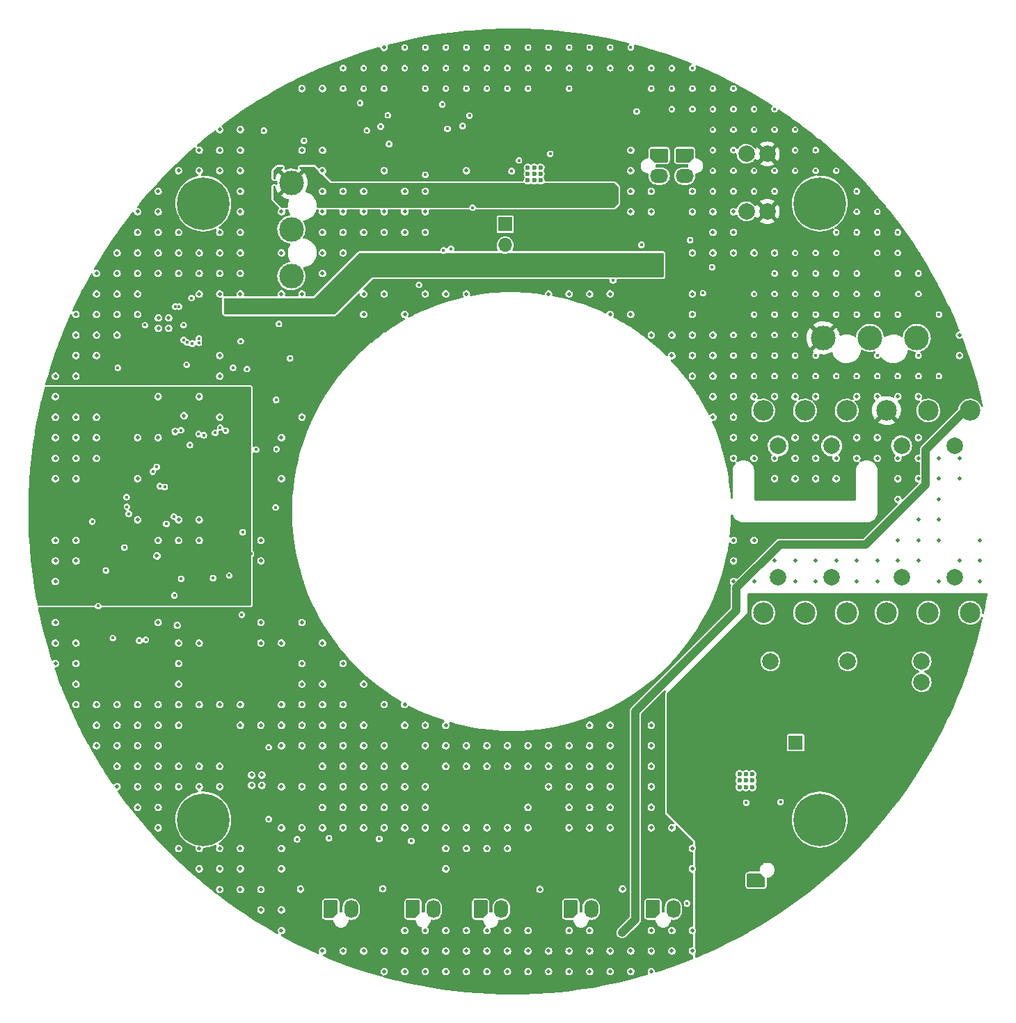
<source format=gbr>
%TF.GenerationSoftware,KiCad,Pcbnew,6.0.5-a6ca702e91~116~ubuntu20.04.1*%
%TF.CreationDate,2022-05-11T20:42:01+02:00*%
%TF.ProjectId,uHoubolt_PCB_PMU,75486f75-626f-46c7-945f-5043425f504d,rev?*%
%TF.SameCoordinates,PX8583b00PY5f5e100*%
%TF.FileFunction,Copper,L3,Inr*%
%TF.FilePolarity,Positive*%
%FSLAX46Y46*%
G04 Gerber Fmt 4.6, Leading zero omitted, Abs format (unit mm)*
G04 Created by KiCad (PCBNEW 6.0.5-a6ca702e91~116~ubuntu20.04.1) date 2022-05-11 20:42:01*
%MOMM*%
%LPD*%
G01*
G04 APERTURE LIST*
G04 Aperture macros list*
%AMFreePoly0*
4,1,22,0.945671,0.830970,1.026777,0.776777,1.080970,0.695671,1.100000,0.600000,1.100000,-0.600000,1.080970,-0.695671,1.026777,-0.776777,0.945671,-0.830970,0.850000,-0.850000,-0.450000,-0.850000,-0.545671,-0.830970,-0.626779,-0.776774,-1.026777,-0.376777,-1.080970,-0.295671,-1.100000,-0.200000,-1.100000,0.600000,-1.080970,0.695671,-1.026777,0.776777,-0.945671,0.830970,-0.850000,0.850000,
0.850000,0.850000,0.945671,0.830970,0.945671,0.830970,$1*%
%AMFreePoly1*
4,1,22,0.945671,0.830970,1.026777,0.776777,1.080970,0.695671,1.100000,0.600000,1.100000,-0.600000,1.080970,-0.695671,1.026777,-0.776777,0.945671,-0.830970,0.850000,-0.850000,-0.850000,-0.850000,-0.945671,-0.830970,-1.026777,-0.776777,-1.080970,-0.695671,-1.100000,-0.600000,-1.100000,0.200000,-1.080970,0.295671,-1.026777,0.376777,-0.626777,0.776777,-0.545671,0.830970,-0.450000,0.850000,
0.850000,0.850000,0.945671,0.830970,0.945671,0.830970,$1*%
G04 Aperture macros list end*
%TA.AperFunction,ComponentPad*%
%ADD10C,2.000000*%
%TD*%
%TA.AperFunction,ComponentPad*%
%ADD11C,2.500000*%
%TD*%
%TA.AperFunction,ComponentPad*%
%ADD12C,6.400000*%
%TD*%
%TA.AperFunction,ComponentPad*%
%ADD13C,0.800000*%
%TD*%
%TA.AperFunction,ComponentPad*%
%ADD14FreePoly0,0.000000*%
%TD*%
%TA.AperFunction,ComponentPad*%
%ADD15O,2.200000X1.700000*%
%TD*%
%TA.AperFunction,ComponentPad*%
%ADD16C,3.000000*%
%TD*%
%TA.AperFunction,ComponentPad*%
%ADD17C,0.600000*%
%TD*%
%TA.AperFunction,ComponentPad*%
%ADD18FreePoly0,90.000000*%
%TD*%
%TA.AperFunction,ComponentPad*%
%ADD19O,1.700000X2.200000*%
%TD*%
%TA.AperFunction,ComponentPad*%
%ADD20FreePoly0,180.000000*%
%TD*%
%TA.AperFunction,ComponentPad*%
%ADD21C,0.500000*%
%TD*%
%TA.AperFunction,ComponentPad*%
%ADD22R,1.700000X1.700000*%
%TD*%
%TA.AperFunction,ComponentPad*%
%ADD23O,1.700000X1.700000*%
%TD*%
%TA.AperFunction,ComponentPad*%
%ADD24FreePoly1,180.000000*%
%TD*%
%TA.AperFunction,ViaPad*%
%ADD25C,0.400000*%
%TD*%
%TA.AperFunction,ViaPad*%
%ADD26C,0.500000*%
%TD*%
%TA.AperFunction,Conductor*%
%ADD27C,1.000000*%
%TD*%
G04 APERTURE END LIST*
D10*
%TO.N,*%
%TO.C,SW1*%
X32450000Y8000000D03*
X38950000Y8000000D03*
D11*
%TO.N,GND*%
X30620000Y12300000D03*
%TO.N,Net-(Q1-Pad2)*%
X40780000Y12300000D03*
%TO.N,unconnected-(SW1-Pad3)*%
X35700000Y12300000D03*
%TD*%
D10*
%TO.N,*%
%TO.C,SW2*%
X38950000Y-8000000D03*
X32450000Y-8000000D03*
D11*
%TO.N,/BatteryCharger1/Battery*%
X30620000Y-12300000D03*
%TO.N,Net-(J11-Pad1)*%
X40780000Y-12300000D03*
%TO.N,unconnected-(SW2-Pad3)*%
X35700000Y-12300000D03*
%TD*%
D10*
%TO.N,*%
%TO.C,SW3*%
X47450000Y8000000D03*
X53950000Y8000000D03*
D11*
%TO.N,+12V*%
X45620000Y12300000D03*
%TO.N,PYRO*%
X55780000Y12300000D03*
%TO.N,Net-(R41-Pad1)*%
X50700000Y12300000D03*
%TD*%
D10*
%TO.N,*%
%TO.C,SW4*%
X53950000Y-8000000D03*
X47450000Y-8000000D03*
D11*
%TO.N,Net-(J6-Pad2)*%
X45620000Y-12300000D03*
%TO.N,Net-(J6-Pad1)*%
X55780000Y-12300000D03*
%TO.N,unconnected-(SW4-Pad3)*%
X50700000Y-12300000D03*
%TD*%
D12*
%TO.N,GND*%
%TO.C,H4*%
X-37500000Y37500000D03*
D13*
X-35100000Y37500000D03*
X-35802944Y39197056D03*
X-37500000Y39900000D03*
X-39900000Y37500000D03*
X-39197056Y39197056D03*
X-39197056Y35802944D03*
X-37500000Y35100000D03*
X-35802944Y35802944D03*
%TD*%
%TO.N,GND*%
%TO.C,H2*%
X35802944Y35802944D03*
X37500000Y35100000D03*
X39197056Y39197056D03*
X39900000Y37500000D03*
X35100000Y37500000D03*
X35802944Y39197056D03*
D12*
X37500000Y37500000D03*
D13*
X39197056Y35802944D03*
X37500000Y39900000D03*
%TD*%
D14*
%TO.N,/Vcharge*%
%TO.C,J1*%
X17950000Y43350000D03*
D15*
%TO.N,GND*%
X17950000Y40850000D03*
%TD*%
D13*
%TO.N,GND*%
%TO.C,H3*%
X-35802944Y-35802944D03*
D12*
X-37500000Y-37500000D03*
D13*
X-39197056Y-39197056D03*
X-37500000Y-39900000D03*
X-39900000Y-37500000D03*
X-39197056Y-35802944D03*
X-35802944Y-39197056D03*
X-35100000Y-37500000D03*
X-37500000Y-35100000D03*
%TD*%
D16*
%TO.N,+BATT*%
%TO.C,J2*%
X-26800000Y40050000D03*
%TO.N,GND*%
X-26800000Y34350000D03*
%TO.N,unconnected-(J2-Pad3)*%
X-26800000Y28650000D03*
%TD*%
D10*
%TO.N,+12V*%
%TO.C,J8*%
X31115000Y43550000D03*
%TO.N,GND*%
X28575000Y43550000D03*
%TD*%
D17*
%TO.N,unconnected-(U14-Pad17)*%
%TO.C,U14*%
X27750000Y-33529651D03*
X28525000Y-31979651D03*
X29300000Y-31979651D03*
X29300000Y-33529651D03*
X27750000Y-32754651D03*
X29300000Y-32754651D03*
X28525000Y-33529651D03*
X28525000Y-32754651D03*
X27750000Y-31979651D03*
%TD*%
D13*
%TO.N,GND*%
%TO.C,H1*%
X35802944Y-35802944D03*
X35100000Y-37500000D03*
X35802944Y-39197056D03*
X37500000Y-35100000D03*
X39900000Y-37500000D03*
X39197056Y-39197056D03*
D12*
X37500000Y-37500000D03*
D13*
X39197056Y-35802944D03*
X37500000Y-39900000D03*
%TD*%
D18*
%TO.N,Net-(J23-Pad1)*%
%TO.C,J23*%
X-3750000Y-48400000D03*
D19*
%TO.N,Net-(J23-Pad2)*%
X-1250000Y-48400000D03*
%TD*%
D18*
%TO.N,Net-(D18-Pad1)*%
%TO.C,J24*%
X17200000Y-48400000D03*
D19*
%TO.N,Net-(D18-Pad2)*%
X19700000Y-48400000D03*
%TD*%
D20*
%TO.N,/Vcharge1*%
%TO.C,J7*%
X29750000Y-44900000D03*
D15*
%TO.N,/GND_Altimax*%
X29750000Y-42400000D03*
%TD*%
D21*
%TO.N,GND*%
%TO.C,U3*%
X-30375000Y-32075000D03*
X-30375000Y-33325000D03*
X-31625000Y-33325000D03*
X-31625000Y-32075000D03*
%TD*%
D18*
%TO.N,Net-(D15-Pad1)*%
%TO.C,J22*%
X7200000Y-48400000D03*
D19*
%TO.N,Net-(D15-Pad2)*%
X9700000Y-48400000D03*
%TD*%
D18*
%TO.N,Net-(D13-Pad1)*%
%TO.C,J21*%
X-12000000Y-48400000D03*
D19*
%TO.N,Net-(D13-Pad2)*%
X-9500000Y-48400000D03*
%TD*%
D10*
%TO.N,Net-(J11-Pad1)*%
%TO.C,J11*%
X40900000Y-18230000D03*
%TO.N,/GND_Altimax*%
X40900000Y-20770000D03*
%TD*%
D21*
%TO.N,GND*%
%TO.C,U13*%
X-41725000Y23575000D03*
X-42975000Y23575000D03*
X-41725000Y22325000D03*
X-42975000Y22325000D03*
%TD*%
D10*
%TO.N,+12V*%
%TO.C,J25*%
X31115000Y36550000D03*
%TO.N,GND*%
X28575000Y36550000D03*
%TD*%
%TO.N,Net-(J6-Pad1)*%
%TO.C,J6*%
X49900000Y-18230000D03*
%TO.N,Net-(J6-Pad2)*%
X49900000Y-20770000D03*
%TD*%
D17*
%TO.N,unconnected-(U4-Pad17)*%
%TO.C,U4*%
X3525000Y40325000D03*
X2750000Y40325000D03*
X1975000Y41100000D03*
X1975000Y41875000D03*
X2750000Y41875000D03*
X3525000Y41100000D03*
X3525000Y41875000D03*
X2750000Y41100000D03*
X1975000Y40325000D03*
%TD*%
D10*
%TO.N,/BatteryCharger1/Battery*%
%TO.C,J4*%
X31500000Y-18230000D03*
%TO.N,/GND_Altimax*%
X31500000Y-20770000D03*
%TD*%
D22*
%TO.N,/BatteryCharger1/NTC*%
%TO.C,TH2*%
X34568750Y-28129651D03*
D23*
%TO.N,/GND_Altimax*%
X34568750Y-25589651D03*
%TD*%
D18*
%TO.N,Net-(D11-Pad1)*%
%TO.C,J20*%
X-22000000Y-48400000D03*
D19*
%TO.N,Net-(D11-Pad2)*%
X-19500000Y-48400000D03*
%TD*%
D22*
%TO.N,/BatteryCharger/NTC*%
%TO.C,TH1*%
X-775000Y34975000D03*
D23*
%TO.N,GND*%
X-775000Y32435000D03*
%TD*%
D16*
%TO.N,+12V*%
%TO.C,J3*%
X37900000Y21150000D03*
%TO.N,GND*%
X43600000Y21150000D03*
%TO.N,PYRO*%
X49300000Y21150000D03*
%TD*%
D24*
%TO.N,/Vcharge*%
%TO.C,J26*%
X21075000Y43350000D03*
D15*
%TO.N,GND*%
X21075000Y40850000D03*
%TD*%
D25*
%TO.N,GND*%
X-40450000Y24950000D03*
X-40900000Y24950000D03*
X-38050000Y21050000D03*
X-38050000Y20550000D03*
X-39900000Y20900000D03*
X-39500000Y20600000D03*
D26*
X34500000Y-6000000D03*
X-48000000Y29000000D03*
X-3000000Y-56000000D03*
X22000000Y-43500000D03*
X-5500000Y-41000000D03*
D25*
X42000000Y29000000D03*
X34500000Y26500000D03*
D26*
X-40500000Y-16000000D03*
X24500000Y34000000D03*
X-25500000Y11500000D03*
X-35500000Y11500000D03*
X-13000000Y-53500000D03*
X44500000Y6500000D03*
X7000000Y-31000000D03*
X9500000Y-33500000D03*
X-35500000Y46500000D03*
X-50500000Y19000000D03*
D25*
X-13000000Y56500000D03*
X49500000Y29000000D03*
D26*
X27000000Y36500000D03*
X-10500000Y-53500000D03*
X-55500000Y4000000D03*
X-45500000Y31500000D03*
D25*
X32000000Y19000000D03*
D26*
X-15500000Y56500000D03*
X7000000Y-36000000D03*
D25*
X-20500000Y54000000D03*
D26*
X-43000000Y-26000000D03*
X29500000Y31500000D03*
X27000000Y6500000D03*
X47000000Y1500000D03*
D25*
X39500000Y26500000D03*
X24500000Y49000000D03*
X27000000Y46500000D03*
D26*
X-53000000Y24000000D03*
D25*
X14500000Y54000000D03*
X4500000Y56500000D03*
X37000000Y41500000D03*
D26*
X-53000000Y-3500000D03*
X-40500000Y-18500000D03*
D25*
X32000000Y49000000D03*
X32000000Y39000000D03*
X44500000Y26500000D03*
D26*
X-50500000Y24000000D03*
X-23000000Y-21000000D03*
X-55500000Y14000000D03*
X44500000Y-6000000D03*
D25*
X-5500000Y51500000D03*
D26*
X-33000000Y46500000D03*
X-3000000Y-53500000D03*
D25*
X47000000Y16500000D03*
D26*
X-25500000Y-18500000D03*
X-5500000Y-53500000D03*
X-18000000Y39000000D03*
X29500000Y-8500000D03*
X-45500000Y24000000D03*
X-55500000Y11500000D03*
X-45500000Y-28500000D03*
X-53000000Y11500000D03*
X32000000Y6500000D03*
X-28000000Y-23500000D03*
X9500000Y-26000000D03*
X-50500000Y-28500000D03*
D25*
X27000000Y16500000D03*
X12000000Y54000000D03*
D26*
X-500000Y-56000000D03*
D25*
X9500000Y54000000D03*
X39500000Y41500000D03*
X49500000Y26500000D03*
D26*
X-45500000Y-26000000D03*
X-23000000Y-36000000D03*
X49500000Y9000000D03*
D25*
X-5950000Y46950000D03*
D26*
X24500000Y31500000D03*
X-28000000Y-48500000D03*
X-23000000Y41500000D03*
X12000000Y-36000000D03*
X2000000Y-53500000D03*
X19500000Y21500000D03*
D25*
X-18000000Y54000000D03*
D26*
X-20500000Y-38500000D03*
X-30500000Y-48500000D03*
D25*
X52000000Y24000000D03*
D26*
X-50500000Y9000000D03*
D25*
X32000000Y16500000D03*
X32000000Y29000000D03*
X4700000Y43550000D03*
D26*
X7000000Y-28500000D03*
X-25500000Y-13500000D03*
X-43000000Y-23500000D03*
X-23000000Y31500000D03*
D25*
X49500000Y19000000D03*
D26*
X-3000000Y-28500000D03*
D25*
X42000000Y26500000D03*
D26*
X-15500000Y-33500000D03*
X-13000000Y-26000000D03*
X-13000000Y-33500000D03*
X-33000000Y-41000000D03*
X-45500000Y4000000D03*
X49500000Y4000000D03*
X-33000000Y36500000D03*
X27000000Y34000000D03*
X17000000Y-53500000D03*
X37000000Y-8500000D03*
X49500000Y-1000000D03*
X-18000000Y26500000D03*
X-55500000Y-3500000D03*
D25*
X19500000Y54000000D03*
D26*
X-20500000Y31500000D03*
X-45500000Y29000000D03*
X-18000000Y-53500000D03*
X-35500000Y-41000000D03*
X-18000000Y-31000000D03*
D25*
X-18000000Y51500000D03*
D26*
X-53000000Y6500000D03*
X19500000Y19000000D03*
X9500000Y-56000000D03*
X-33000000Y44000000D03*
X-18000000Y36500000D03*
X-48000000Y21500000D03*
D25*
X-8000000Y54000000D03*
D26*
X-53000000Y-21000000D03*
D25*
X-15500000Y54000000D03*
D26*
X-8000000Y-53500000D03*
D25*
X-15500000Y51500000D03*
D26*
X22000000Y-51000000D03*
X-20500000Y-53500000D03*
X-5500000Y-28500000D03*
D25*
X24500000Y39000000D03*
D26*
X-53000000Y4000000D03*
X39500000Y6500000D03*
X14500000Y-53500000D03*
X-23000000Y-31000000D03*
D25*
X-8275000Y31800000D03*
D26*
X-45500000Y-23500000D03*
X37000000Y-6000000D03*
X-28000000Y4000000D03*
X-18000000Y-26000000D03*
X-43000000Y14000000D03*
D25*
X27000000Y21500000D03*
D26*
X-43150000Y-5400000D03*
D25*
X7000000Y56500000D03*
X-500000Y56500000D03*
D26*
X27000000Y-8500000D03*
X22000000Y16500000D03*
X-50500000Y-23500000D03*
X-43000000Y-38500000D03*
X-25500000Y-38500000D03*
X-35500000Y41500000D03*
X-45500000Y9000000D03*
X-48000000Y24000000D03*
X-43000000Y31500000D03*
D25*
X24500000Y51500000D03*
X29500000Y16500000D03*
D26*
X-15500000Y-36000000D03*
X-3000000Y-51000000D03*
X-33000000Y39000000D03*
D25*
X14500000Y56500000D03*
D26*
X24500000Y11500000D03*
X-18000000Y-36000000D03*
X-35500000Y26500000D03*
X22000000Y26500000D03*
X-48000000Y-33500000D03*
X-13000000Y-36000000D03*
X-55500000Y-6000000D03*
X-5500000Y41500000D03*
D25*
X27000000Y19000000D03*
D26*
X-45500000Y26500000D03*
X-8000000Y-51000000D03*
X12000000Y-38500000D03*
D25*
X37000000Y26500000D03*
D26*
X-50500000Y-26000000D03*
X-8000000Y-43500000D03*
X-13000000Y-38500000D03*
X-5500000Y-56000000D03*
X27000000Y14000000D03*
D25*
X7000000Y54000000D03*
D26*
X24500000Y14000000D03*
X47000000Y14000000D03*
X-3000000Y-41000000D03*
X-23000000Y36500000D03*
X49500000Y-3500000D03*
X-40500000Y34000000D03*
X9500000Y26500000D03*
X32000000Y4000000D03*
X-50500000Y29000000D03*
X-35500000Y29000000D03*
X-35500000Y-23500000D03*
X34500000Y4000000D03*
D25*
X34500000Y31500000D03*
D26*
X22000000Y19000000D03*
X-43000000Y-3500000D03*
X-48000000Y-28500000D03*
D25*
X9500000Y56500000D03*
D26*
X-10500000Y-38500000D03*
D25*
X-32200000Y17350000D03*
D26*
X-43000000Y-28500000D03*
X-23000000Y-33500000D03*
X-10500000Y26500000D03*
X-18000000Y-38500000D03*
D25*
X22000000Y54000000D03*
D26*
X-20500000Y39000000D03*
X-55500000Y6500000D03*
D25*
X24500000Y46500000D03*
D26*
X-50500000Y26500000D03*
X-13000000Y39000000D03*
X47000000Y-3500000D03*
X57000000Y-3500000D03*
X-23000000Y-16000000D03*
X-28000000Y-16000000D03*
X44500000Y14000000D03*
X-40500000Y31500000D03*
D25*
X49500000Y16500000D03*
D26*
X-38000000Y44000000D03*
X12000000Y-33500000D03*
D25*
X29500000Y24000000D03*
D26*
X9500000Y-51000000D03*
X49500000Y-6000000D03*
D25*
X44500000Y24000000D03*
X37000000Y31500000D03*
D26*
X-38000000Y-3500000D03*
X-48000000Y-31000000D03*
D25*
X-16100000Y-39850000D03*
D26*
X-13000000Y-23500000D03*
D25*
X34500000Y44000000D03*
D26*
X42000000Y6500000D03*
X-8000000Y-38500000D03*
X-500000Y-51000000D03*
X-10500000Y39000000D03*
X-18000000Y34000000D03*
D25*
X44500000Y16500000D03*
D26*
X-13000000Y24000000D03*
X-500000Y-53500000D03*
X7000000Y26500000D03*
X32000000Y14000000D03*
X-40500000Y-21000000D03*
X7000000Y-51000000D03*
X-15500000Y36500000D03*
X17000000Y-38500000D03*
X9500000Y-31000000D03*
X-23000000Y44000000D03*
X-38000000Y26500000D03*
X29500000Y9000000D03*
X-38000000Y-41000000D03*
X-38000000Y-16000000D03*
X32000000Y-6000000D03*
X-53000000Y9000000D03*
D25*
X27000000Y41500000D03*
D26*
X-13000000Y36500000D03*
X34500000Y-8500000D03*
D25*
X-36325000Y-8100000D03*
X44500000Y36500000D03*
D26*
X-10500000Y-51000000D03*
X-40500000Y-41000000D03*
D25*
X-34350000Y-7775000D03*
D26*
X-20500000Y-26000000D03*
D25*
X2000000Y51500000D03*
D26*
X2000000Y-28500000D03*
X-30500000Y-46000000D03*
X-13000000Y-51000000D03*
X52000000Y4000000D03*
D25*
X-5500000Y54000000D03*
D26*
X-55500000Y9000000D03*
X22000000Y31500000D03*
X-10500000Y34000000D03*
X44500000Y-8500000D03*
X-45500000Y-33500000D03*
X12000000Y-26000000D03*
X-40500000Y-33500000D03*
D25*
X29500000Y39000000D03*
D26*
X-23000000Y51500000D03*
D25*
X52000000Y16500000D03*
D26*
X-50500000Y6500000D03*
X2000000Y-51000000D03*
D25*
X21350000Y-47700000D03*
X34500000Y29000000D03*
D26*
X24500000Y19000000D03*
X-50500000Y21500000D03*
D25*
X27000000Y51500000D03*
X-20500000Y51500000D03*
D26*
X-35500000Y16500000D03*
D25*
X27000000Y39000000D03*
D26*
X-5500000Y-51000000D03*
X-53000000Y-23500000D03*
D25*
X19500000Y49000000D03*
D26*
X22000000Y39000000D03*
X-35500000Y-31000000D03*
X14500000Y-56000000D03*
X54500000Y21500000D03*
X17000000Y-26000000D03*
D25*
X-3000000Y54000000D03*
D26*
X54500000Y6500000D03*
X-43000000Y9000000D03*
X-3000000Y-38500000D03*
X-15500000Y26500000D03*
D25*
X29500000Y19000000D03*
D26*
X-5500000Y-38500000D03*
X-10500000Y-56000000D03*
X4500000Y-56000000D03*
X-43000000Y29000000D03*
X-23000000Y-26000000D03*
D25*
X29500000Y26500000D03*
X2000000Y54000000D03*
D26*
X-53000000Y16500000D03*
X-8000000Y-41000000D03*
X4500000Y26500000D03*
X57000000Y-8500000D03*
X-18000000Y24000000D03*
X14500000Y24000000D03*
X-30500000Y-3500000D03*
X19500000Y-51000000D03*
X-28000000Y26500000D03*
D25*
X29500000Y49000000D03*
D26*
X-23000000Y34000000D03*
X-40500000Y-1000000D03*
X12000000Y-28500000D03*
X-55500000Y-18500000D03*
X4500000Y-31000000D03*
X-38000000Y-33500000D03*
D25*
X-33900000Y17500000D03*
D26*
X-20500000Y-31000000D03*
D25*
X-5500000Y56500000D03*
D26*
X-20500000Y-23500000D03*
X-38000000Y-1000000D03*
X57000000Y-6000000D03*
X-28000000Y36500000D03*
X37000000Y6500000D03*
D25*
X34500000Y24000000D03*
X32000000Y21500000D03*
D26*
X27000000Y9000000D03*
D25*
X-15925000Y46875000D03*
D26*
X17000000Y-36000000D03*
X-25500000Y-21000000D03*
X-25500000Y-23500000D03*
X22000000Y-53500000D03*
D25*
X-8000000Y51500000D03*
X4500000Y54000000D03*
D26*
X19500000Y-38500000D03*
X-18000000Y-33500000D03*
D25*
X-36075000Y9575000D03*
D26*
X-35500000Y44000000D03*
X24500000Y21500000D03*
X17000000Y-31000000D03*
D25*
X39500000Y29000000D03*
D26*
X-33000000Y26500000D03*
D25*
X47000000Y29000000D03*
D26*
X37000000Y9000000D03*
X-8000000Y-28500000D03*
X42000000Y9000000D03*
X-33000000Y-43500000D03*
X-20500000Y-28500000D03*
X-40500000Y41500000D03*
X54500000Y4000000D03*
D25*
X-10500000Y41000000D03*
D26*
X-3000000Y-31000000D03*
D25*
X42000000Y16500000D03*
D26*
X-28000000Y31500000D03*
D25*
X12000000Y56500000D03*
D26*
X4500000Y-53500000D03*
X2000000Y-56000000D03*
X-23000000Y-53500000D03*
X-45500000Y36500000D03*
X-15500000Y-53500000D03*
X-35500000Y34000000D03*
X27000000Y-6000000D03*
X42000000Y14000000D03*
D25*
X7000000Y51500000D03*
D26*
X52000000Y-1000000D03*
X-43000000Y-13500000D03*
D25*
X32000000Y24000000D03*
D26*
X52000000Y-3500000D03*
D25*
X-13000000Y54000000D03*
X-22200000Y-39750000D03*
X32000000Y41500000D03*
D26*
X-38000000Y14000000D03*
X-53000000Y19000000D03*
D25*
X34500000Y16500000D03*
X24500000Y44000000D03*
X27000000Y49000000D03*
D26*
X-20500000Y-36000000D03*
D25*
X17000000Y51500000D03*
X29500000Y46500000D03*
D26*
X12000000Y-31000000D03*
X17000000Y39000000D03*
D25*
X-3000000Y56500000D03*
X-10500000Y51500000D03*
X37000000Y44000000D03*
D26*
X7000000Y-38500000D03*
X29500000Y-3500000D03*
X-10500000Y-36000000D03*
D25*
X-41025000Y-10200000D03*
D26*
X-13000000Y-31000000D03*
X7000000Y-33500000D03*
X12000000Y-56000000D03*
X12000000Y-53500000D03*
X42000000Y-6000000D03*
X-25500000Y26500000D03*
D25*
X-10500000Y56500000D03*
D26*
X-33000000Y29000000D03*
X-28000000Y-51000000D03*
X52000000Y6500000D03*
X4500000Y-28500000D03*
X-20500000Y-18500000D03*
D25*
X32000000Y26500000D03*
D26*
X-43000000Y34000000D03*
X17000000Y36500000D03*
D25*
X2000000Y56500000D03*
X-10500000Y54000000D03*
D26*
X-15500000Y-23500000D03*
X-13000000Y-56000000D03*
X12000000Y26500000D03*
X-38000000Y-43500000D03*
X37000000Y4000000D03*
X47000000Y6500000D03*
D25*
X34500000Y41500000D03*
D26*
X-15500000Y41500000D03*
X-48000000Y-26000000D03*
X-5500000Y26500000D03*
X17000000Y21500000D03*
X-25500000Y44000000D03*
X9500000Y-36000000D03*
D25*
X-26100000Y-39900000D03*
D26*
X-43000000Y-31000000D03*
X54500000Y-6000000D03*
X34500000Y6500000D03*
X27000000Y-3500000D03*
X54500000Y19000000D03*
X-25500000Y51500000D03*
X-53000000Y-18500000D03*
D25*
X37000000Y24000000D03*
D26*
X-15500000Y-28500000D03*
X-33000000Y31500000D03*
D25*
X39500000Y31500000D03*
D26*
X-30500000Y-26000000D03*
X-53000000Y21500000D03*
X-8000000Y-31000000D03*
X2000000Y-36000000D03*
D25*
X39500000Y34000000D03*
X47000000Y34000000D03*
X29500000Y21500000D03*
D26*
X-35500000Y31500000D03*
X-43000000Y-33500000D03*
X7000000Y-53500000D03*
X24500000Y16500000D03*
X-45500000Y-1000000D03*
X-500000Y-41000000D03*
X-5500000Y-31000000D03*
X-35500000Y19000000D03*
X-20500000Y36500000D03*
D25*
X-28300000Y22850000D03*
D26*
X-500000Y-38500000D03*
X9500000Y-28500000D03*
X-38000000Y41500000D03*
D25*
X37000000Y29000000D03*
D26*
X52000000Y1500000D03*
X-23000000Y-38500000D03*
X52000000Y-8500000D03*
D25*
X22000000Y49000000D03*
D26*
X-15500000Y-38500000D03*
X-23000000Y-23500000D03*
X39500000Y4000000D03*
X24500000Y36500000D03*
X44500000Y9000000D03*
D25*
X-500000Y51500000D03*
D26*
X-40500000Y-23500000D03*
D25*
X44500000Y31500000D03*
D26*
X29500000Y6500000D03*
X49500000Y6500000D03*
D25*
X-500000Y54000000D03*
D26*
X-45500000Y34000000D03*
X-38000000Y29000000D03*
D25*
X29500000Y41500000D03*
D26*
X-28000000Y-28500000D03*
X-23000000Y-28500000D03*
X17000000Y-56000000D03*
X-35500000Y-46000000D03*
D25*
X-26950000Y18650000D03*
D26*
X-28000000Y-43500000D03*
D25*
X32000000Y46500000D03*
D26*
X17000000Y-51000000D03*
X-33000000Y-23500000D03*
X-23000000Y39000000D03*
X-55500000Y-8500000D03*
X-28000000Y-41000000D03*
X-40500000Y29000000D03*
X2000000Y-31000000D03*
X12000000Y24000000D03*
X-8000000Y-56000000D03*
D25*
X39500000Y24000000D03*
D26*
X-500000Y-31000000D03*
D25*
X47000000Y24000000D03*
D26*
X-28000000Y9000000D03*
X14500000Y41500000D03*
X-13000000Y34000000D03*
D25*
X39500000Y16500000D03*
X-51012500Y-1212500D03*
D26*
X-48000000Y-23500000D03*
X42000000Y-8500000D03*
X-40500000Y-31000000D03*
X-18000000Y-21000000D03*
X39500000Y-6000000D03*
X4500000Y-33500000D03*
X-30500000Y-6000000D03*
X9500000Y-53500000D03*
X22000000Y21500000D03*
D25*
X42000000Y39000000D03*
X24500000Y41500000D03*
X44500000Y19000000D03*
D26*
X-25500000Y-33500000D03*
X-55500000Y16500000D03*
X-35500000Y-33500000D03*
X-40500000Y-3500000D03*
X-55500000Y-16000000D03*
X49500000Y14000000D03*
X-33000000Y-26000000D03*
X-10500000Y-33500000D03*
X-55500000Y-13500000D03*
X-50500000Y11500000D03*
D25*
X-3000000Y51500000D03*
D26*
X14500000Y36500000D03*
X-33000000Y34000000D03*
X47000000Y4000000D03*
X-8000000Y26500000D03*
D25*
X-28650000Y13600000D03*
D26*
X-33000000Y41500000D03*
X27000000Y11500000D03*
X22000000Y36500000D03*
X47000000Y-6000000D03*
X-10500000Y-28500000D03*
X27000000Y31500000D03*
X22000000Y24000000D03*
D25*
X44500000Y34000000D03*
X-8000000Y56500000D03*
X-12200000Y-40100000D03*
D26*
X-28000000Y-38500000D03*
X-45500000Y-31000000D03*
D25*
X42000000Y34000000D03*
X42000000Y36500000D03*
X37000000Y19000000D03*
D26*
X-30500000Y-16000000D03*
X-53000000Y-6000000D03*
D25*
X19500000Y51500000D03*
D26*
X-45500000Y-36000000D03*
X-15500000Y-31000000D03*
X-20500000Y34000000D03*
X19500000Y-53500000D03*
X-25500000Y-26000000D03*
X32000000Y31500000D03*
X9500000Y-38500000D03*
X17000000Y-33500000D03*
D25*
X42000000Y24000000D03*
X-31050000Y7550000D03*
D26*
X14500000Y39000000D03*
D25*
X-32700000Y-2500000D03*
D26*
X34500000Y14000000D03*
X-40675000Y-13850000D03*
X-20500000Y-33500000D03*
X-23000000Y29000000D03*
X-8000000Y-26000000D03*
D25*
X-28600000Y7600000D03*
D26*
X-18000000Y-28500000D03*
X-38000000Y-23500000D03*
X-500000Y-28500000D03*
X14500000Y44000000D03*
X-10500000Y-26000000D03*
D25*
X37000000Y16500000D03*
D26*
X-15500000Y34000000D03*
X-43000000Y-36000000D03*
X-53000000Y-16000000D03*
X-15500000Y-56000000D03*
X17000000Y-28500000D03*
D25*
X34500000Y46500000D03*
D26*
X-30500000Y-13500000D03*
D25*
X34500000Y21500000D03*
D26*
X37000000Y14000000D03*
X22000000Y-41000000D03*
X-25500000Y-28500000D03*
D25*
X-32950000Y20750000D03*
D26*
X-38000000Y-31000000D03*
D25*
X27000000Y44000000D03*
D26*
X-48000000Y26500000D03*
X-40500000Y-26000000D03*
X-35500000Y-43500000D03*
X29500000Y14000000D03*
X-43000000Y39000000D03*
X2000000Y-38500000D03*
X-10500000Y36500000D03*
D25*
X34500000Y19000000D03*
X22000000Y51500000D03*
D26*
X-28000000Y-33500000D03*
D25*
X17000000Y54000000D03*
D26*
X-28000000Y-26000000D03*
X-38000000Y31500000D03*
X-33000000Y-46000000D03*
X34500000Y9000000D03*
X-48000000Y31500000D03*
D25*
X47000000Y31500000D03*
D26*
X7000000Y-56000000D03*
X-43000000Y36500000D03*
D25*
%TO.N,+12V*%
X-42400000Y-12200000D03*
X-28850000Y-32250000D03*
X-33100000Y-32950000D03*
X-33400000Y-27300000D03*
X-51700000Y-15900000D03*
X-27700000Y-32850000D03*
X-27700000Y-32250000D03*
%TO.N,+5V*%
X-38850000Y20450000D03*
X-14900000Y44750000D03*
X-15050000Y48250000D03*
X21725000Y33050000D03*
X-30125000Y46375000D03*
X-5125000Y48200000D03*
X-47900000Y17500000D03*
X-38950000Y26000000D03*
X-39525000Y17875000D03*
X-48500000Y-15400000D03*
X-7375000Y32000000D03*
D26*
%TO.N,PYRO*%
X13450000Y-51250000D03*
D25*
%TO.N,Net-(Q1-Pad2)*%
X12350000Y28150000D03*
%TO.N,Net-(Q2-Pad2)*%
X24400000Y29750000D03*
X23300000Y26600000D03*
%TO.N,/SUPPLY_CURRENT_SENSE*%
X-11250000Y27600000D03*
X15800000Y32475000D03*
%TO.N,+3V3*%
X-37650000Y12400000D03*
X-51325000Y-9550000D03*
X-48700000Y7050000D03*
X-25250000Y45150000D03*
X-31900000Y-100000D03*
X-48550000Y13650000D03*
X-42600000Y-9400000D03*
X-36875000Y9425000D03*
X-49900000Y6350000D03*
X-48550000Y14550000D03*
X-4725000Y37000000D03*
X-47500000Y11000000D03*
X-51675000Y-2650000D03*
X-31700000Y-5125000D03*
X-44437500Y10862500D03*
X-32450000Y-7100000D03*
X-52675000Y-8100000D03*
X-47950000Y11500000D03*
X-47500000Y13000000D03*
X-47500000Y12000000D03*
X-53300000Y-2250000D03*
X-46400000Y-10900000D03*
%TO.N,/Vin*%
X15500000Y29000000D03*
X-34000000Y25000000D03*
X-34500000Y25500000D03*
X16000000Y29500000D03*
X-33500000Y24500000D03*
X16000000Y30500000D03*
X18000000Y31000000D03*
X15500000Y30000000D03*
X18000000Y30000000D03*
X-33500000Y25500000D03*
X15500000Y31000000D03*
X18000000Y29000000D03*
X-34500000Y24500000D03*
%TO.N,+BATT*%
X11000000Y38500000D03*
X10500000Y38000000D03*
X10000000Y38500000D03*
X12000000Y38500000D03*
X11500000Y38000000D03*
X9000000Y37500000D03*
X10000000Y37500000D03*
X12000000Y37500000D03*
X11000000Y37500000D03*
X9500000Y38000000D03*
X9000000Y38500000D03*
%TO.N,/NRST*%
X-46850000Y1750000D03*
%TO.N,/UART_TX*%
X-42200000Y3000000D03*
%TO.N,/SWCLK*%
X-38075000Y9450000D03*
%TO.N,/SWDIO*%
X-37450000Y9300000D03*
%TO.N,/UART_RX*%
X-42800000Y3100000D03*
%TO.N,/CAN1_H*%
X-8425000Y49575000D03*
%TO.N,/CAN1_L*%
X-7800000Y46600000D03*
%TO.N,/CAN2_H*%
X-18425000Y49750000D03*
%TO.N,/CAN2_L*%
X-17600000Y46400000D03*
%TO.N,/LED1*%
X-44500000Y-15600000D03*
X-42000000Y-1500000D03*
%TO.N,/LED2*%
X-45300000Y-15700000D03*
X-41100000Y-600000D03*
D26*
%TO.N,+5VP*%
X3450000Y-45975000D03*
X13500000Y-45950000D03*
X-25675000Y-45950000D03*
X-15675000Y-45925000D03*
D25*
X-29550000Y-28700000D03*
X-29550000Y-37450000D03*
%TO.N,/Payload*%
X-28700000Y500000D03*
X-46800000Y600000D03*
%TO.N,/BARO_SPI1_SCK*%
X-49350000Y-7175000D03*
X-47100000Y-4375000D03*
%TO.N,/5VP_Sense*%
X-50300000Y-11500000D03*
X-46575000Y-275000D03*
%TO.N,/QSPI1_CLK*%
X-40200000Y-8175000D03*
X-32825000Y-12550000D03*
%TO.N,/IMU_SPI3_SCK*%
X-39150000Y8100000D03*
X-40200000Y9900000D03*
D26*
%TO.N,/IMU_INT*%
X-39850000Y11675000D03*
X-40925000Y9750000D03*
D25*
%TO.N,/CAN2_TX*%
X-43175000Y5450000D03*
X-35450000Y10250000D03*
%TO.N,/CAN2_RX*%
X-34775000Y9850000D03*
X-43650000Y4875000D03*
%TO.N,/BatteryCharger/NTC*%
X0Y41450000D03*
%TO.N,/BatteryCharger1/NTC*%
X28550000Y-35450000D03*
X32725000Y-35350000D03*
D26*
%TO.N,/GND_Altimax*%
X42000000Y-38500000D03*
X57000000Y-11000000D03*
X34500000Y-18500000D03*
X44500000Y-33500000D03*
X47000000Y-21000000D03*
D25*
X30400000Y-38800000D03*
D26*
X37000000Y-28500000D03*
X54500000Y-11000000D03*
X42000000Y-36000000D03*
X49500000Y-28500000D03*
X49500000Y-31000000D03*
X44500000Y-26000000D03*
X44500000Y-18500000D03*
X42000000Y-13500000D03*
X42000000Y-16000000D03*
X54500000Y-18500000D03*
X54500000Y-16000000D03*
X44500000Y-11000000D03*
X44500000Y-21000000D03*
X47000000Y-16000000D03*
X47000000Y-28500000D03*
X52000000Y-11000000D03*
X42000000Y-31000000D03*
X27000000Y-18500000D03*
X44500000Y-31000000D03*
X47000000Y-23500000D03*
X49500000Y-26000000D03*
X39500000Y-18500000D03*
X24500000Y-21000000D03*
X22000000Y-21000000D03*
X42000000Y-33500000D03*
X24500000Y-51000000D03*
X24500000Y-18500000D03*
X54500000Y-21000000D03*
X39500000Y-26000000D03*
D25*
X26800000Y-30850000D03*
D26*
X34500000Y-23500000D03*
X27000000Y-16000000D03*
X39500000Y-41000000D03*
X52000000Y-13500000D03*
X19500000Y-28500000D03*
X37000000Y-23500000D03*
X52000000Y-23500000D03*
D25*
X31100000Y-30050000D03*
D26*
X47000000Y-31000000D03*
X52000000Y-18500000D03*
X39500000Y-16000000D03*
X37000000Y-16000000D03*
X34500000Y-16000000D03*
X44500000Y-23500000D03*
X52000000Y-26000000D03*
X44500000Y-16000000D03*
X37000000Y-11000000D03*
X39500000Y-11000000D03*
X32000000Y-11000000D03*
X27000000Y-21000000D03*
X44500000Y-28500000D03*
X42000000Y-26000000D03*
X27000000Y-51000000D03*
X47000000Y-33500000D03*
X37000000Y-13500000D03*
X34500000Y-13500000D03*
X47000000Y-13500000D03*
X52000000Y-21000000D03*
X49500000Y-13500000D03*
X39500000Y-13500000D03*
X37000000Y-18500000D03*
X47000000Y-26000000D03*
X37000000Y-26000000D03*
X49500000Y-16000000D03*
X44500000Y-36000000D03*
X34500000Y-11000000D03*
X42000000Y-28500000D03*
D25*
X27200000Y-26000000D03*
D26*
X39500000Y-28500000D03*
X37000000Y-31000000D03*
X39500000Y-23500000D03*
X39500000Y-33500000D03*
D25*
X47300000Y-10700000D03*
D26*
X19500000Y-31000000D03*
X39500000Y-31000000D03*
X42000000Y-11000000D03*
X27000000Y-23500000D03*
X29500000Y-11000000D03*
X42000000Y-23500000D03*
X49500000Y-11000000D03*
X49500000Y-23500000D03*
D25*
%TO.N,/5V/Input*%
X-39900000Y22700000D03*
X-44600000Y22700000D03*
%TO.N,Net-(C7-Pad1)*%
X900000Y42750000D03*
X15225000Y48725000D03*
%TD*%
D27*
%TO.N,PYRO*%
X27350000Y-9300000D02*
X27350000Y-12025000D01*
X15075000Y-24300000D02*
X15075000Y-49625000D01*
X43125000Y-4000000D02*
X32650000Y-4000000D01*
X55780000Y12300000D02*
X55175000Y12300000D01*
X27350000Y-12025000D02*
X15075000Y-24300000D01*
X50375000Y3250000D02*
X43125000Y-4000000D01*
X15075000Y-49625000D02*
X13450000Y-51250000D01*
X55175000Y12300000D02*
X50375000Y7500000D01*
X32650000Y-4000000D02*
X27350000Y-9300000D01*
X50375000Y7500000D02*
X50375000Y3250000D01*
%TD*%
%TA.AperFunction,Conductor*%
%TO.N,/GND_Altimax*%
G36*
X57868659Y-9970002D02*
G01*
X57915152Y-10023658D01*
X57924882Y-10096363D01*
X57906449Y-10208923D01*
X57905914Y-10211954D01*
X57764448Y-10960645D01*
X57647216Y-11581082D01*
X57639745Y-11620619D01*
X57639139Y-11623626D01*
X57487879Y-12329193D01*
X57484225Y-12346237D01*
X57450388Y-12408651D01*
X57388178Y-12442864D01*
X57317348Y-12438013D01*
X57260384Y-12395638D01*
X57235373Y-12329193D01*
X57235062Y-12316749D01*
X57235389Y-12303367D01*
X57235389Y-12303361D01*
X57235471Y-12300000D01*
X57227289Y-12200487D01*
X57216351Y-12067435D01*
X57216350Y-12067429D01*
X57215927Y-12062284D01*
X57186874Y-11946618D01*
X57159080Y-11835963D01*
X57159079Y-11835959D01*
X57157821Y-11830952D01*
X57145415Y-11802420D01*
X57064772Y-11616953D01*
X57064770Y-11616950D01*
X57062712Y-11612216D01*
X56933155Y-11411951D01*
X56904360Y-11380305D01*
X56776107Y-11239358D01*
X56776105Y-11239357D01*
X56772629Y-11235536D01*
X56768578Y-11232337D01*
X56768574Y-11232333D01*
X56589500Y-11090909D01*
X56589496Y-11090907D01*
X56585445Y-11087707D01*
X56546125Y-11066001D01*
X56529682Y-11056924D01*
X56376631Y-10972436D01*
X56371762Y-10970712D01*
X56371758Y-10970710D01*
X56156663Y-10894541D01*
X56156661Y-10894540D01*
X56151794Y-10892817D01*
X56034383Y-10871903D01*
X55922060Y-10851894D01*
X55922056Y-10851894D01*
X55916972Y-10850988D01*
X55833140Y-10849964D01*
X55683640Y-10848137D01*
X55683638Y-10848137D01*
X55678471Y-10848074D01*
X55442698Y-10884153D01*
X55215982Y-10958255D01*
X55211394Y-10960643D01*
X55211390Y-10960645D01*
X55009003Y-11066001D01*
X55004414Y-11068390D01*
X55000281Y-11071493D01*
X55000278Y-11071495D01*
X54817810Y-11208497D01*
X54813675Y-11211602D01*
X54810103Y-11215340D01*
X54668385Y-11363639D01*
X54648887Y-11384042D01*
X54514475Y-11581082D01*
X54414051Y-11797428D01*
X54350309Y-12027272D01*
X54349760Y-12032409D01*
X54328001Y-12236017D01*
X54324963Y-12264440D01*
X54325260Y-12269592D01*
X54325260Y-12269596D01*
X54338396Y-12497403D01*
X54338397Y-12497409D01*
X54338694Y-12502562D01*
X54391131Y-12735245D01*
X54393075Y-12740032D01*
X54393076Y-12740036D01*
X54471413Y-12932956D01*
X54480867Y-12956239D01*
X54605493Y-13159609D01*
X54761660Y-13339894D01*
X54945176Y-13492252D01*
X55151112Y-13612591D01*
X55373937Y-13697680D01*
X55379005Y-13698711D01*
X55379008Y-13698712D01*
X55494267Y-13722162D01*
X55607666Y-13745233D01*
X55612839Y-13745423D01*
X55612842Y-13745423D01*
X55840861Y-13753784D01*
X55840865Y-13753784D01*
X55846025Y-13753973D01*
X55851146Y-13753317D01*
X56077489Y-13724321D01*
X56077490Y-13724321D01*
X56082609Y-13723665D01*
X56311068Y-13655125D01*
X56525264Y-13550191D01*
X56606492Y-13492252D01*
X56715242Y-13414681D01*
X56719445Y-13411683D01*
X56888397Y-13243320D01*
X57027582Y-13049623D01*
X57038054Y-13028436D01*
X57119524Y-12863593D01*
X57167638Y-12811386D01*
X57236339Y-12793479D01*
X57303815Y-12815558D01*
X57348644Y-12870612D01*
X57355682Y-12945832D01*
X57338617Y-13025434D01*
X57337935Y-13028436D01*
X57003255Y-14422481D01*
X57002499Y-14425466D01*
X56633871Y-15810869D01*
X56633043Y-15813834D01*
X56239735Y-17158845D01*
X56230674Y-17189830D01*
X56229779Y-17192758D01*
X56106683Y-17578470D01*
X55793911Y-18558514D01*
X55792940Y-18561435D01*
X55735979Y-18725929D01*
X55323810Y-19916203D01*
X55322793Y-19919026D01*
X55179043Y-20303504D01*
X54820701Y-21261931D01*
X54819587Y-21264801D01*
X54284879Y-22594929D01*
X54283696Y-22597772D01*
X54015258Y-23221080D01*
X53734026Y-23874094D01*
X53716625Y-23914498D01*
X53715387Y-23917278D01*
X53292535Y-24836626D01*
X53116300Y-25219789D01*
X53114991Y-25222546D01*
X52564163Y-26346924D01*
X52484279Y-26509988D01*
X52482891Y-26512736D01*
X51820933Y-27784344D01*
X51819479Y-27787058D01*
X51150232Y-28999399D01*
X51126597Y-29042213D01*
X51125084Y-29044876D01*
X51046741Y-29178944D01*
X50401780Y-30282662D01*
X50400194Y-30285301D01*
X49646887Y-31505008D01*
X49645238Y-31507608D01*
X48862301Y-32708631D01*
X48860594Y-32711180D01*
X48719506Y-32916465D01*
X48048580Y-33892667D01*
X48046805Y-33895183D01*
X47206185Y-35056455D01*
X47204350Y-35058927D01*
X46335559Y-36199378D01*
X46333663Y-36201804D01*
X45437313Y-37320632D01*
X45435359Y-37323011D01*
X44511907Y-38419646D01*
X44509895Y-38421976D01*
X43559966Y-39495675D01*
X43557898Y-39497956D01*
X42608733Y-40519379D01*
X42581984Y-40548164D01*
X42579870Y-40550383D01*
X42307724Y-40829262D01*
X41578600Y-41576423D01*
X41576423Y-41578600D01*
X40550393Y-42579861D01*
X40548164Y-42581984D01*
X39497956Y-43557898D01*
X39495675Y-43559966D01*
X38421976Y-44509895D01*
X38419646Y-44511907D01*
X37323011Y-45435359D01*
X37320632Y-45437313D01*
X36201804Y-46333663D01*
X36199378Y-46335559D01*
X35058927Y-47204350D01*
X35056455Y-47206185D01*
X33895183Y-48046805D01*
X33892667Y-48048580D01*
X32711189Y-48860588D01*
X32708631Y-48862301D01*
X31507608Y-49645238D01*
X31505008Y-49646887D01*
X30285301Y-50400194D01*
X30282676Y-50401771D01*
X29044889Y-51125076D01*
X29042226Y-51126589D01*
X28720971Y-51303932D01*
X27787058Y-51819479D01*
X27784344Y-51820933D01*
X26512736Y-52482891D01*
X26509988Y-52484279D01*
X25222546Y-53114991D01*
X25219812Y-53116289D01*
X23917278Y-53715387D01*
X23914530Y-53716611D01*
X23276242Y-53991501D01*
X22597772Y-54283696D01*
X22594930Y-54284879D01*
X22472997Y-54333896D01*
X22402331Y-54340746D01*
X22339181Y-54308304D01*
X22303594Y-54246870D01*
X22300000Y-54216989D01*
X22300000Y-53888487D01*
X22320002Y-53820366D01*
X22332580Y-53803937D01*
X22377322Y-53754507D01*
X22433588Y-53638375D01*
X22454997Y-53511120D01*
X22455133Y-53500000D01*
X22436839Y-53372259D01*
X22433125Y-53364090D01*
X22387145Y-53262962D01*
X22387143Y-53262959D01*
X22383428Y-53254788D01*
X22377569Y-53247989D01*
X22377567Y-53247985D01*
X22350865Y-53216997D01*
X22330546Y-53193415D01*
X22301233Y-53128755D01*
X22300000Y-53111169D01*
X22300000Y-51388487D01*
X22320002Y-51320366D01*
X22332580Y-51303937D01*
X22377322Y-51254507D01*
X22433588Y-51138375D01*
X22435570Y-51126597D01*
X22454190Y-51015917D01*
X22454997Y-51011120D01*
X22455133Y-51000000D01*
X22436839Y-50872259D01*
X22383428Y-50754788D01*
X22377569Y-50747989D01*
X22377567Y-50747985D01*
X22350865Y-50716997D01*
X22330546Y-50693415D01*
X22301233Y-50628755D01*
X22300000Y-50611169D01*
X22300000Y-45539882D01*
X28444602Y-45539882D01*
X28464005Y-45637427D01*
X28494529Y-45711119D01*
X28497967Y-45716264D01*
X28497970Y-45716270D01*
X28546345Y-45788668D01*
X28546348Y-45788672D01*
X28549784Y-45793814D01*
X28606186Y-45850216D01*
X28611328Y-45853652D01*
X28611332Y-45853655D01*
X28683730Y-45902030D01*
X28683736Y-45902033D01*
X28688881Y-45905471D01*
X28762573Y-45935995D01*
X28835494Y-45950500D01*
X28860118Y-45955398D01*
X28939882Y-45955398D01*
X28943128Y-45954752D01*
X28949730Y-45954428D01*
X30550270Y-45954428D01*
X30556872Y-45954752D01*
X30560118Y-45955398D01*
X30639882Y-45955398D01*
X30664506Y-45950500D01*
X30737427Y-45935995D01*
X30743144Y-45933627D01*
X30743147Y-45933626D01*
X30805397Y-45907841D01*
X30805396Y-45907841D01*
X30811119Y-45905471D01*
X30816264Y-45902033D01*
X30816270Y-45902030D01*
X30888668Y-45853655D01*
X30888672Y-45853652D01*
X30893814Y-45850216D01*
X30950216Y-45793814D01*
X30953652Y-45788672D01*
X30953655Y-45788668D01*
X31002030Y-45716270D01*
X31002033Y-45716264D01*
X31005471Y-45711119D01*
X31035995Y-45637427D01*
X31055398Y-45539882D01*
X31055398Y-45460118D01*
X31054752Y-45456872D01*
X31054428Y-45450270D01*
X31054428Y-44749730D01*
X31054752Y-44743128D01*
X31055398Y-44739882D01*
X31055398Y-44672548D01*
X31075400Y-44604427D01*
X31129056Y-44557934D01*
X31168228Y-44547238D01*
X31195306Y-44544392D01*
X31271693Y-44536364D01*
X31271695Y-44536364D01*
X31278256Y-44535674D01*
X31458284Y-44477179D01*
X31622216Y-44382533D01*
X31627124Y-44378114D01*
X31757985Y-44260286D01*
X31757986Y-44260284D01*
X31762888Y-44255871D01*
X31830673Y-44162573D01*
X31870270Y-44108072D01*
X31870271Y-44108071D01*
X31874151Y-44102730D01*
X31951144Y-43929803D01*
X31974405Y-43820366D01*
X31989128Y-43751103D01*
X31989128Y-43751099D01*
X31990500Y-43744646D01*
X31990500Y-43555354D01*
X31982118Y-43515917D01*
X31953471Y-43381145D01*
X31951144Y-43370197D01*
X31874151Y-43197270D01*
X31792248Y-43084539D01*
X31766767Y-43049468D01*
X31762888Y-43044129D01*
X31622216Y-42917467D01*
X31458284Y-42822821D01*
X31278256Y-42764326D01*
X31271695Y-42763636D01*
X31271693Y-42763636D01*
X31218037Y-42757997D01*
X31137192Y-42749500D01*
X31042808Y-42749500D01*
X30961963Y-42757997D01*
X30908307Y-42763636D01*
X30908305Y-42763636D01*
X30901744Y-42764326D01*
X30721716Y-42822821D01*
X30557784Y-42917467D01*
X30417112Y-43044129D01*
X30413233Y-43049468D01*
X30387753Y-43084539D01*
X30305849Y-43197270D01*
X30228856Y-43370197D01*
X30226529Y-43381145D01*
X30197883Y-43515917D01*
X30189500Y-43555354D01*
X30189500Y-43719572D01*
X30169498Y-43787693D01*
X30115842Y-43834186D01*
X30063500Y-43845572D01*
X28949730Y-43845572D01*
X28943128Y-43845248D01*
X28939882Y-43844602D01*
X28860118Y-43844602D01*
X28762573Y-43864005D01*
X28756856Y-43866373D01*
X28756853Y-43866374D01*
X28712260Y-43884845D01*
X28688881Y-43894529D01*
X28683736Y-43897967D01*
X28683730Y-43897970D01*
X28611332Y-43946345D01*
X28611328Y-43946348D01*
X28606186Y-43949784D01*
X28549784Y-44006186D01*
X28546348Y-44011328D01*
X28546345Y-44011332D01*
X28497970Y-44083730D01*
X28497967Y-44083736D01*
X28494529Y-44088881D01*
X28464005Y-44162573D01*
X28449500Y-44235494D01*
X28444602Y-44260118D01*
X28444602Y-44339882D01*
X28445248Y-44343128D01*
X28445572Y-44349730D01*
X28445572Y-45450270D01*
X28445248Y-45456872D01*
X28444602Y-45460118D01*
X28444602Y-45539882D01*
X22300000Y-45539882D01*
X22300000Y-43888487D01*
X22320002Y-43820366D01*
X22332580Y-43803937D01*
X22377322Y-43754507D01*
X22433588Y-43638375D01*
X22454997Y-43511120D01*
X22455133Y-43500000D01*
X22436839Y-43372259D01*
X22383428Y-43254788D01*
X22377569Y-43247989D01*
X22377567Y-43247985D01*
X22350865Y-43216997D01*
X22330546Y-43193415D01*
X22301233Y-43128755D01*
X22300000Y-43111169D01*
X22300000Y-41388487D01*
X22320002Y-41320366D01*
X22332580Y-41303937D01*
X22377322Y-41254507D01*
X22433588Y-41138375D01*
X22454997Y-41011120D01*
X22455133Y-41000000D01*
X22447748Y-40948433D01*
X22438112Y-40881145D01*
X22438111Y-40881142D01*
X22436839Y-40872259D01*
X22424702Y-40845565D01*
X22387145Y-40762962D01*
X22387143Y-40762959D01*
X22383428Y-40754788D01*
X22377569Y-40747989D01*
X22377567Y-40747985D01*
X22350865Y-40716997D01*
X22330546Y-40693415D01*
X22301233Y-40628755D01*
X22300000Y-40611169D01*
X22300000Y-40100000D01*
X19688113Y-37488113D01*
X34094527Y-37488113D01*
X34113162Y-37855971D01*
X34113699Y-37859326D01*
X34113700Y-37859332D01*
X34144219Y-38049866D01*
X34171416Y-38219665D01*
X34268608Y-38574941D01*
X34403602Y-38917642D01*
X34574817Y-39243759D01*
X34576718Y-39246588D01*
X34576724Y-39246598D01*
X34744098Y-39495675D01*
X34780252Y-39549477D01*
X35017502Y-39831221D01*
X35120006Y-39929176D01*
X35281329Y-40083341D01*
X35281336Y-40083347D01*
X35283792Y-40085694D01*
X35576008Y-40309919D01*
X35890731Y-40501274D01*
X36224279Y-40657519D01*
X36227497Y-40658621D01*
X36227500Y-40658622D01*
X36569528Y-40775725D01*
X36569536Y-40775727D01*
X36572751Y-40776828D01*
X36932070Y-40857804D01*
X36987242Y-40864090D01*
X37294650Y-40899115D01*
X37294658Y-40899115D01*
X37298033Y-40899500D01*
X37301437Y-40899518D01*
X37301440Y-40899518D01*
X37501074Y-40900563D01*
X37666358Y-40901428D01*
X37669744Y-40901078D01*
X37669746Y-40901078D01*
X38029345Y-40863918D01*
X38029354Y-40863917D01*
X38032737Y-40863567D01*
X38036070Y-40862853D01*
X38036073Y-40862852D01*
X38213488Y-40824817D01*
X38392884Y-40786358D01*
X38742586Y-40670705D01*
X39077752Y-40517961D01*
X39174965Y-40460240D01*
X39391516Y-40331662D01*
X39391521Y-40331659D01*
X39394461Y-40329913D01*
X39421091Y-40309919D01*
X39686276Y-40110812D01*
X39689009Y-40108760D01*
X39957950Y-39857089D01*
X40198138Y-39577846D01*
X40215838Y-39552093D01*
X40404831Y-39277104D01*
X40406762Y-39274295D01*
X40408374Y-39271301D01*
X40408379Y-39271293D01*
X40579761Y-38953001D01*
X40581383Y-38949989D01*
X40719958Y-38608720D01*
X40820865Y-38254482D01*
X40882925Y-37891418D01*
X40884888Y-37859332D01*
X40905301Y-37525572D01*
X40905411Y-37523775D01*
X40905494Y-37500000D01*
X40885575Y-37132209D01*
X40826052Y-36768720D01*
X40727620Y-36413786D01*
X40724443Y-36405801D01*
X40592690Y-36074722D01*
X40591431Y-36071558D01*
X40477030Y-35855492D01*
X40420677Y-35749060D01*
X40420673Y-35749053D01*
X40419078Y-35746041D01*
X40212578Y-35441041D01*
X39974346Y-35160128D01*
X39828737Y-35021950D01*
X39709635Y-34908927D01*
X39709634Y-34908926D01*
X39707168Y-34906586D01*
X39414172Y-34683382D01*
X39411260Y-34681625D01*
X39411255Y-34681622D01*
X39101705Y-34494889D01*
X39101696Y-34494884D01*
X39098783Y-34493127D01*
X39095693Y-34491693D01*
X39095688Y-34491690D01*
X38931737Y-34415587D01*
X38764691Y-34338047D01*
X38761466Y-34336955D01*
X38761460Y-34336953D01*
X38419032Y-34221048D01*
X38419027Y-34221047D01*
X38415805Y-34219956D01*
X38181920Y-34168104D01*
X38059536Y-34140972D01*
X38059532Y-34140971D01*
X38056206Y-34140234D01*
X37906624Y-34123720D01*
X37693482Y-34100189D01*
X37693475Y-34100189D01*
X37690100Y-34099816D01*
X37686701Y-34099810D01*
X37686700Y-34099810D01*
X37512980Y-34099507D01*
X37321770Y-34099173D01*
X37184556Y-34113837D01*
X36958910Y-34137951D01*
X36958904Y-34137952D01*
X36955526Y-34138313D01*
X36595650Y-34216779D01*
X36246354Y-34333652D01*
X36243261Y-34335075D01*
X36243260Y-34335075D01*
X36233674Y-34339484D01*
X35911723Y-34487565D01*
X35908789Y-34489321D01*
X35908787Y-34489322D01*
X35814763Y-34545594D01*
X35595672Y-34676718D01*
X35301898Y-34898897D01*
X35033837Y-35151505D01*
X34794626Y-35431585D01*
X34792698Y-35434412D01*
X34792696Y-35434414D01*
X34786251Y-35443862D01*
X34587062Y-35735862D01*
X34413574Y-36060776D01*
X34412299Y-36063948D01*
X34412297Y-36063952D01*
X34357371Y-36200587D01*
X34276192Y-36402526D01*
X34275273Y-36405794D01*
X34275271Y-36405801D01*
X34177442Y-36753837D01*
X34176521Y-36757115D01*
X34175959Y-36760472D01*
X34175959Y-36760473D01*
X34174015Y-36772093D01*
X34115729Y-37120393D01*
X34094527Y-37488113D01*
X19688113Y-37488113D01*
X18936905Y-36736905D01*
X18902879Y-36674593D01*
X18900000Y-36647810D01*
X18900000Y-35450000D01*
X28144508Y-35450000D01*
X28164354Y-35575304D01*
X28221950Y-35688342D01*
X28311658Y-35778050D01*
X28424696Y-35835646D01*
X28434485Y-35837196D01*
X28434487Y-35837197D01*
X28540207Y-35853941D01*
X28550000Y-35855492D01*
X28559793Y-35853941D01*
X28665513Y-35837197D01*
X28665515Y-35837196D01*
X28675304Y-35835646D01*
X28788342Y-35778050D01*
X28878050Y-35688342D01*
X28935646Y-35575304D01*
X28955492Y-35450000D01*
X28953662Y-35438444D01*
X28939654Y-35350000D01*
X32319508Y-35350000D01*
X32321059Y-35359793D01*
X32332430Y-35431585D01*
X32339354Y-35475304D01*
X32396950Y-35588342D01*
X32486658Y-35678050D01*
X32599696Y-35735646D01*
X32609485Y-35737196D01*
X32609487Y-35737197D01*
X32715207Y-35753941D01*
X32725000Y-35755492D01*
X32734793Y-35753941D01*
X32840513Y-35737197D01*
X32840515Y-35737196D01*
X32850304Y-35735646D01*
X32963342Y-35678050D01*
X33053050Y-35588342D01*
X33110646Y-35475304D01*
X33117571Y-35431585D01*
X33128941Y-35359793D01*
X33130492Y-35350000D01*
X33110646Y-35224696D01*
X33053050Y-35111658D01*
X32963342Y-35021950D01*
X32850304Y-34964354D01*
X32840515Y-34962804D01*
X32840513Y-34962803D01*
X32734793Y-34946059D01*
X32725000Y-34944508D01*
X32715207Y-34946059D01*
X32609487Y-34962803D01*
X32609485Y-34962804D01*
X32599696Y-34964354D01*
X32486658Y-35021950D01*
X32396950Y-35111658D01*
X32339354Y-35224696D01*
X32319508Y-35350000D01*
X28939654Y-35350000D01*
X28937197Y-35334487D01*
X28937196Y-35334485D01*
X28935646Y-35324696D01*
X28878050Y-35211658D01*
X28788342Y-35121950D01*
X28675304Y-35064354D01*
X28665515Y-35062804D01*
X28665513Y-35062803D01*
X28559793Y-35046059D01*
X28550000Y-35044508D01*
X28540207Y-35046059D01*
X28434487Y-35062803D01*
X28434485Y-35062804D01*
X28424696Y-35064354D01*
X28311658Y-35121950D01*
X28221950Y-35211658D01*
X28164354Y-35324696D01*
X28162804Y-35334485D01*
X28162803Y-35334487D01*
X28146338Y-35438444D01*
X28144508Y-35450000D01*
X18900000Y-35450000D01*
X18900000Y-33523474D01*
X27244391Y-33523474D01*
X27245555Y-33532376D01*
X27245555Y-33532379D01*
X27246814Y-33542005D01*
X27262980Y-33665630D01*
X27320720Y-33796854D01*
X27326497Y-33803727D01*
X27326498Y-33803728D01*
X27333792Y-33812405D01*
X27412970Y-33906599D01*
X27532313Y-33986041D01*
X27669157Y-34028793D01*
X27678129Y-34028957D01*
X27678132Y-34028958D01*
X27743463Y-34030155D01*
X27812499Y-34031421D01*
X27821533Y-34028958D01*
X27942158Y-33996072D01*
X27942160Y-33996071D01*
X27950817Y-33993711D01*
X28072991Y-33918696D01*
X28074910Y-33921822D01*
X28124096Y-33900585D01*
X28194144Y-33912149D01*
X28209244Y-33920760D01*
X28307313Y-33986041D01*
X28444157Y-34028793D01*
X28453129Y-34028957D01*
X28453132Y-34028958D01*
X28518463Y-34030155D01*
X28587499Y-34031421D01*
X28596533Y-34028958D01*
X28717158Y-33996072D01*
X28717160Y-33996071D01*
X28725817Y-33993711D01*
X28847991Y-33918696D01*
X28849910Y-33921822D01*
X28899096Y-33900585D01*
X28969144Y-33912149D01*
X28984244Y-33920760D01*
X29082313Y-33986041D01*
X29219157Y-34028793D01*
X29228129Y-34028957D01*
X29228132Y-34028958D01*
X29293463Y-34030155D01*
X29362499Y-34031421D01*
X29371533Y-34028958D01*
X29492158Y-33996072D01*
X29492160Y-33996071D01*
X29500817Y-33993711D01*
X29622991Y-33918696D01*
X29719200Y-33812405D01*
X29781710Y-33683384D01*
X29805496Y-33542005D01*
X29805647Y-33529651D01*
X29785323Y-33387733D01*
X29725984Y-33257223D01*
X29720126Y-33250424D01*
X29720123Y-33250420D01*
X29698279Y-33225070D01*
X29668965Y-33160408D01*
X29679264Y-33090162D01*
X29700316Y-33058268D01*
X29719200Y-33037405D01*
X29754089Y-32965394D01*
X29777795Y-32916465D01*
X29777795Y-32916464D01*
X29781710Y-32908384D01*
X29805496Y-32767005D01*
X29805647Y-32754651D01*
X29785323Y-32612733D01*
X29725984Y-32482223D01*
X29720126Y-32475424D01*
X29720123Y-32475420D01*
X29698279Y-32450070D01*
X29668965Y-32385408D01*
X29679264Y-32315162D01*
X29700316Y-32283268D01*
X29719200Y-32262405D01*
X29781710Y-32133384D01*
X29805496Y-31992005D01*
X29805647Y-31979651D01*
X29785323Y-31837733D01*
X29725984Y-31707223D01*
X29687373Y-31662413D01*
X29638260Y-31605414D01*
X29638257Y-31605411D01*
X29632400Y-31598614D01*
X29512095Y-31520636D01*
X29374739Y-31479558D01*
X29365763Y-31479503D01*
X29365762Y-31479503D01*
X29305555Y-31479135D01*
X29231376Y-31478682D01*
X29093529Y-31518079D01*
X29085942Y-31522866D01*
X29085940Y-31522867D01*
X28979062Y-31590302D01*
X28910777Y-31609736D01*
X28843297Y-31589473D01*
X28737095Y-31520636D01*
X28599739Y-31479558D01*
X28590763Y-31479503D01*
X28590762Y-31479503D01*
X28530555Y-31479135D01*
X28456376Y-31478682D01*
X28318529Y-31518079D01*
X28310942Y-31522866D01*
X28310940Y-31522867D01*
X28204062Y-31590302D01*
X28135777Y-31609736D01*
X28068297Y-31589473D01*
X27962095Y-31520636D01*
X27824739Y-31479558D01*
X27815763Y-31479503D01*
X27815762Y-31479503D01*
X27755555Y-31479135D01*
X27681376Y-31478682D01*
X27543529Y-31518079D01*
X27422280Y-31594581D01*
X27416338Y-31601309D01*
X27416337Y-31601310D01*
X27374828Y-31648310D01*
X27327377Y-31702039D01*
X27266447Y-31831814D01*
X27244391Y-31973474D01*
X27245555Y-31982376D01*
X27245555Y-31982379D01*
X27246814Y-31992005D01*
X27262980Y-32115630D01*
X27320720Y-32246854D01*
X27353243Y-32285545D01*
X27381764Y-32350558D01*
X27370608Y-32420673D01*
X27351233Y-32450027D01*
X27327377Y-32477039D01*
X27266447Y-32606814D01*
X27244391Y-32748474D01*
X27245555Y-32757376D01*
X27245555Y-32757379D01*
X27246814Y-32767005D01*
X27262980Y-32890630D01*
X27320720Y-33021854D01*
X27353243Y-33060545D01*
X27381764Y-33125558D01*
X27370608Y-33195673D01*
X27351233Y-33225027D01*
X27327377Y-33252039D01*
X27266447Y-33381814D01*
X27244391Y-33523474D01*
X18900000Y-33523474D01*
X18900000Y-28999399D01*
X33518250Y-28999399D01*
X33519457Y-29005467D01*
X33527299Y-29044889D01*
X33529883Y-29057882D01*
X33574198Y-29124203D01*
X33640519Y-29168518D01*
X33652688Y-29170939D01*
X33652689Y-29170939D01*
X33692934Y-29178944D01*
X33699002Y-29180151D01*
X35438498Y-29180151D01*
X35444566Y-29178944D01*
X35484811Y-29170939D01*
X35484812Y-29170939D01*
X35496981Y-29168518D01*
X35563302Y-29124203D01*
X35607617Y-29057882D01*
X35610202Y-29044889D01*
X35618043Y-29005467D01*
X35619250Y-28999399D01*
X35619250Y-27259903D01*
X35607617Y-27201420D01*
X35563302Y-27135099D01*
X35496981Y-27090784D01*
X35484812Y-27088363D01*
X35484811Y-27088363D01*
X35444566Y-27080358D01*
X35438498Y-27079151D01*
X33699002Y-27079151D01*
X33692934Y-27080358D01*
X33652689Y-27088363D01*
X33652688Y-27088363D01*
X33640519Y-27090784D01*
X33574198Y-27135099D01*
X33529883Y-27201420D01*
X33518250Y-27259903D01*
X33518250Y-28999399D01*
X18900000Y-28999399D01*
X18900000Y-22152190D01*
X18920002Y-22084069D01*
X18936905Y-22063095D01*
X20261560Y-20738440D01*
X48694770Y-20738440D01*
X48709200Y-20958604D01*
X48710621Y-20964200D01*
X48710622Y-20964205D01*
X48762090Y-21166857D01*
X48763511Y-21172452D01*
X48765928Y-21177694D01*
X48765928Y-21177695D01*
X48804046Y-21260379D01*
X48855883Y-21372821D01*
X48983222Y-21553002D01*
X49141264Y-21706961D01*
X49146060Y-21710166D01*
X49146063Y-21710168D01*
X49230261Y-21766427D01*
X49324717Y-21829540D01*
X49330020Y-21831818D01*
X49330023Y-21831820D01*
X49501314Y-21905412D01*
X49527436Y-21916635D01*
X49607088Y-21934658D01*
X49736995Y-21964054D01*
X49737001Y-21964055D01*
X49742632Y-21965329D01*
X49748403Y-21965556D01*
X49748405Y-21965556D01*
X49816211Y-21968220D01*
X49963098Y-21973991D01*
X50072275Y-21958161D01*
X50175738Y-21943160D01*
X50175743Y-21943159D01*
X50181452Y-21942331D01*
X50186916Y-21940476D01*
X50186921Y-21940475D01*
X50384907Y-21873268D01*
X50384912Y-21873266D01*
X50390379Y-21871410D01*
X50582884Y-21763602D01*
X50752518Y-21622518D01*
X50893602Y-21452884D01*
X51001410Y-21260379D01*
X51003266Y-21254912D01*
X51003268Y-21254907D01*
X51070475Y-21056921D01*
X51070476Y-21056916D01*
X51072331Y-21051452D01*
X51073159Y-21045743D01*
X51073160Y-21045738D01*
X51103458Y-20836772D01*
X51103991Y-20833098D01*
X51105643Y-20770000D01*
X51085454Y-20550289D01*
X51025565Y-20337936D01*
X50927980Y-20140053D01*
X50795967Y-19963267D01*
X50633949Y-19813499D01*
X50447350Y-19695764D01*
X50244955Y-19615017D01*
X50189096Y-19571196D01*
X50165795Y-19504132D01*
X50182451Y-19435117D01*
X50233775Y-19386063D01*
X50251144Y-19378674D01*
X50384907Y-19333268D01*
X50384912Y-19333266D01*
X50390379Y-19331410D01*
X50582884Y-19223602D01*
X50752518Y-19082518D01*
X50893602Y-18912884D01*
X51001410Y-18720379D01*
X51003266Y-18714912D01*
X51003268Y-18714907D01*
X51070475Y-18516921D01*
X51070476Y-18516916D01*
X51072331Y-18511452D01*
X51073159Y-18505743D01*
X51073160Y-18505738D01*
X51103458Y-18296772D01*
X51103991Y-18293098D01*
X51105643Y-18230000D01*
X51085454Y-18010289D01*
X51025565Y-17797936D01*
X50927980Y-17600053D01*
X50795967Y-17423267D01*
X50698586Y-17333249D01*
X50638189Y-17277418D01*
X50638186Y-17277416D01*
X50633949Y-17273499D01*
X50447350Y-17155764D01*
X50242421Y-17074006D01*
X50236761Y-17072880D01*
X50236757Y-17072879D01*
X50031691Y-17032089D01*
X50031688Y-17032089D01*
X50026024Y-17030962D01*
X50020249Y-17030886D01*
X50020245Y-17030886D01*
X49909504Y-17029437D01*
X49805406Y-17028074D01*
X49799709Y-17029053D01*
X49799708Y-17029053D01*
X49593654Y-17064459D01*
X49593653Y-17064459D01*
X49587957Y-17065438D01*
X49380957Y-17141804D01*
X49191341Y-17254614D01*
X49025457Y-17400090D01*
X48888863Y-17573360D01*
X48786131Y-17768620D01*
X48720703Y-17979333D01*
X48694770Y-18198440D01*
X48709200Y-18418604D01*
X48710621Y-18424200D01*
X48710622Y-18424205D01*
X48744733Y-18558514D01*
X48763511Y-18632452D01*
X48765928Y-18637694D01*
X48765928Y-18637695D01*
X48804046Y-18720379D01*
X48855883Y-18832821D01*
X48983222Y-19013002D01*
X49141264Y-19166961D01*
X49146060Y-19170166D01*
X49146063Y-19170168D01*
X49230261Y-19226427D01*
X49324717Y-19289540D01*
X49330020Y-19291818D01*
X49330023Y-19291820D01*
X49522129Y-19374355D01*
X49527436Y-19376635D01*
X49533071Y-19377910D01*
X49533074Y-19377911D01*
X49534484Y-19378230D01*
X49535083Y-19378564D01*
X49538562Y-19379694D01*
X49538340Y-19380377D01*
X49596511Y-19412772D01*
X49630016Y-19475366D01*
X49624362Y-19546137D01*
X49581344Y-19602616D01*
X49550287Y-19619335D01*
X49386376Y-19679804D01*
X49386368Y-19679808D01*
X49380957Y-19681804D01*
X49375996Y-19684756D01*
X49375995Y-19684756D01*
X49202230Y-19788136D01*
X49191341Y-19794614D01*
X49025457Y-19940090D01*
X48888863Y-20113360D01*
X48786131Y-20308620D01*
X48720703Y-20519333D01*
X48694770Y-20738440D01*
X20261560Y-20738440D01*
X22801560Y-18198440D01*
X30294770Y-18198440D01*
X30309200Y-18418604D01*
X30310621Y-18424200D01*
X30310622Y-18424205D01*
X30344733Y-18558514D01*
X30363511Y-18632452D01*
X30365928Y-18637694D01*
X30365928Y-18637695D01*
X30404046Y-18720379D01*
X30455883Y-18832821D01*
X30583222Y-19013002D01*
X30741264Y-19166961D01*
X30746060Y-19170166D01*
X30746063Y-19170168D01*
X30830261Y-19226427D01*
X30924717Y-19289540D01*
X30930020Y-19291818D01*
X30930023Y-19291820D01*
X31122129Y-19374355D01*
X31127436Y-19376635D01*
X31169102Y-19386063D01*
X31336995Y-19424054D01*
X31337001Y-19424055D01*
X31342632Y-19425329D01*
X31348403Y-19425556D01*
X31348405Y-19425556D01*
X31416211Y-19428220D01*
X31563098Y-19433991D01*
X31672275Y-19418161D01*
X31775738Y-19403160D01*
X31775743Y-19403159D01*
X31781452Y-19402331D01*
X31786916Y-19400476D01*
X31786921Y-19400475D01*
X31984907Y-19333268D01*
X31984912Y-19333266D01*
X31990379Y-19331410D01*
X32182884Y-19223602D01*
X32352518Y-19082518D01*
X32493602Y-18912884D01*
X32601410Y-18720379D01*
X32603266Y-18714912D01*
X32603268Y-18714907D01*
X32670475Y-18516921D01*
X32670476Y-18516916D01*
X32672331Y-18511452D01*
X32673159Y-18505743D01*
X32673160Y-18505738D01*
X32703458Y-18296772D01*
X32703991Y-18293098D01*
X32705643Y-18230000D01*
X32702743Y-18198440D01*
X39694770Y-18198440D01*
X39709200Y-18418604D01*
X39710621Y-18424200D01*
X39710622Y-18424205D01*
X39744733Y-18558514D01*
X39763511Y-18632452D01*
X39765928Y-18637694D01*
X39765928Y-18637695D01*
X39804046Y-18720379D01*
X39855883Y-18832821D01*
X39983222Y-19013002D01*
X40141264Y-19166961D01*
X40146060Y-19170166D01*
X40146063Y-19170168D01*
X40230261Y-19226427D01*
X40324717Y-19289540D01*
X40330020Y-19291818D01*
X40330023Y-19291820D01*
X40522129Y-19374355D01*
X40527436Y-19376635D01*
X40569102Y-19386063D01*
X40736995Y-19424054D01*
X40737001Y-19424055D01*
X40742632Y-19425329D01*
X40748403Y-19425556D01*
X40748405Y-19425556D01*
X40816211Y-19428220D01*
X40963098Y-19433991D01*
X41072275Y-19418161D01*
X41175738Y-19403160D01*
X41175743Y-19403159D01*
X41181452Y-19402331D01*
X41186916Y-19400476D01*
X41186921Y-19400475D01*
X41384907Y-19333268D01*
X41384912Y-19333266D01*
X41390379Y-19331410D01*
X41582884Y-19223602D01*
X41752518Y-19082518D01*
X41893602Y-18912884D01*
X42001410Y-18720379D01*
X42003266Y-18714912D01*
X42003268Y-18714907D01*
X42070475Y-18516921D01*
X42070476Y-18516916D01*
X42072331Y-18511452D01*
X42073159Y-18505743D01*
X42073160Y-18505738D01*
X42103458Y-18296772D01*
X42103991Y-18293098D01*
X42105643Y-18230000D01*
X42085454Y-18010289D01*
X42025565Y-17797936D01*
X41927980Y-17600053D01*
X41795967Y-17423267D01*
X41698586Y-17333249D01*
X41638189Y-17277418D01*
X41638186Y-17277416D01*
X41633949Y-17273499D01*
X41447350Y-17155764D01*
X41242421Y-17074006D01*
X41236761Y-17072880D01*
X41236757Y-17072879D01*
X41031691Y-17032089D01*
X41031688Y-17032089D01*
X41026024Y-17030962D01*
X41020249Y-17030886D01*
X41020245Y-17030886D01*
X40909504Y-17029437D01*
X40805406Y-17028074D01*
X40799709Y-17029053D01*
X40799708Y-17029053D01*
X40593654Y-17064459D01*
X40593653Y-17064459D01*
X40587957Y-17065438D01*
X40380957Y-17141804D01*
X40191341Y-17254614D01*
X40025457Y-17400090D01*
X39888863Y-17573360D01*
X39786131Y-17768620D01*
X39720703Y-17979333D01*
X39694770Y-18198440D01*
X32702743Y-18198440D01*
X32685454Y-18010289D01*
X32625565Y-17797936D01*
X32527980Y-17600053D01*
X32395967Y-17423267D01*
X32298586Y-17333249D01*
X32238189Y-17277418D01*
X32238186Y-17277416D01*
X32233949Y-17273499D01*
X32047350Y-17155764D01*
X31842421Y-17074006D01*
X31836761Y-17072880D01*
X31836757Y-17072879D01*
X31631691Y-17032089D01*
X31631688Y-17032089D01*
X31626024Y-17030962D01*
X31620249Y-17030886D01*
X31620245Y-17030886D01*
X31509504Y-17029437D01*
X31405406Y-17028074D01*
X31399709Y-17029053D01*
X31399708Y-17029053D01*
X31193654Y-17064459D01*
X31193653Y-17064459D01*
X31187957Y-17065438D01*
X30980957Y-17141804D01*
X30791341Y-17254614D01*
X30625457Y-17400090D01*
X30488863Y-17573360D01*
X30386131Y-17768620D01*
X30320703Y-17979333D01*
X30294770Y-18198440D01*
X22801560Y-18198440D01*
X28700000Y-12300000D01*
X28700000Y-12264440D01*
X29164963Y-12264440D01*
X29165260Y-12269592D01*
X29165260Y-12269596D01*
X29178396Y-12497403D01*
X29178397Y-12497409D01*
X29178694Y-12502562D01*
X29231131Y-12735245D01*
X29233075Y-12740032D01*
X29233076Y-12740036D01*
X29311413Y-12932956D01*
X29320867Y-12956239D01*
X29445493Y-13159609D01*
X29601660Y-13339894D01*
X29785176Y-13492252D01*
X29991112Y-13612591D01*
X30213937Y-13697680D01*
X30219005Y-13698711D01*
X30219008Y-13698712D01*
X30334267Y-13722162D01*
X30447666Y-13745233D01*
X30452839Y-13745423D01*
X30452842Y-13745423D01*
X30680861Y-13753784D01*
X30680865Y-13753784D01*
X30686025Y-13753973D01*
X30691146Y-13753317D01*
X30917489Y-13724321D01*
X30917490Y-13724321D01*
X30922609Y-13723665D01*
X31151068Y-13655125D01*
X31365264Y-13550191D01*
X31446492Y-13492252D01*
X31555242Y-13414681D01*
X31559445Y-13411683D01*
X31728397Y-13243320D01*
X31867582Y-13049623D01*
X31878054Y-13028436D01*
X31970969Y-12840437D01*
X31970970Y-12840435D01*
X31973263Y-12835795D01*
X32042600Y-12607577D01*
X32051819Y-12537551D01*
X32073296Y-12374421D01*
X32073297Y-12374414D01*
X32073733Y-12371099D01*
X32074341Y-12346237D01*
X32075389Y-12303364D01*
X32075389Y-12303360D01*
X32075471Y-12300000D01*
X32072547Y-12264440D01*
X34244963Y-12264440D01*
X34245260Y-12269592D01*
X34245260Y-12269596D01*
X34258396Y-12497403D01*
X34258397Y-12497409D01*
X34258694Y-12502562D01*
X34311131Y-12735245D01*
X34313075Y-12740032D01*
X34313076Y-12740036D01*
X34391413Y-12932956D01*
X34400867Y-12956239D01*
X34525493Y-13159609D01*
X34681660Y-13339894D01*
X34865176Y-13492252D01*
X35071112Y-13612591D01*
X35293937Y-13697680D01*
X35299005Y-13698711D01*
X35299008Y-13698712D01*
X35414267Y-13722162D01*
X35527666Y-13745233D01*
X35532839Y-13745423D01*
X35532842Y-13745423D01*
X35760861Y-13753784D01*
X35760865Y-13753784D01*
X35766025Y-13753973D01*
X35771146Y-13753317D01*
X35997489Y-13724321D01*
X35997490Y-13724321D01*
X36002609Y-13723665D01*
X36231068Y-13655125D01*
X36445264Y-13550191D01*
X36526492Y-13492252D01*
X36635242Y-13414681D01*
X36639445Y-13411683D01*
X36808397Y-13243320D01*
X36947582Y-13049623D01*
X36958054Y-13028436D01*
X37050969Y-12840437D01*
X37050970Y-12840435D01*
X37053263Y-12835795D01*
X37122600Y-12607577D01*
X37131819Y-12537551D01*
X37153296Y-12374421D01*
X37153297Y-12374414D01*
X37153733Y-12371099D01*
X37154341Y-12346237D01*
X37155389Y-12303364D01*
X37155389Y-12303360D01*
X37155471Y-12300000D01*
X37152547Y-12264440D01*
X39324963Y-12264440D01*
X39325260Y-12269592D01*
X39325260Y-12269596D01*
X39338396Y-12497403D01*
X39338397Y-12497409D01*
X39338694Y-12502562D01*
X39391131Y-12735245D01*
X39393075Y-12740032D01*
X39393076Y-12740036D01*
X39471413Y-12932956D01*
X39480867Y-12956239D01*
X39605493Y-13159609D01*
X39761660Y-13339894D01*
X39945176Y-13492252D01*
X40151112Y-13612591D01*
X40373937Y-13697680D01*
X40379005Y-13698711D01*
X40379008Y-13698712D01*
X40494267Y-13722162D01*
X40607666Y-13745233D01*
X40612839Y-13745423D01*
X40612842Y-13745423D01*
X40840861Y-13753784D01*
X40840865Y-13753784D01*
X40846025Y-13753973D01*
X40851146Y-13753317D01*
X41077489Y-13724321D01*
X41077490Y-13724321D01*
X41082609Y-13723665D01*
X41311068Y-13655125D01*
X41525264Y-13550191D01*
X41606492Y-13492252D01*
X41715242Y-13414681D01*
X41719445Y-13411683D01*
X41888397Y-13243320D01*
X42027582Y-13049623D01*
X42038054Y-13028436D01*
X42130969Y-12840437D01*
X42130970Y-12840435D01*
X42133263Y-12835795D01*
X42202600Y-12607577D01*
X42211819Y-12537551D01*
X42233296Y-12374421D01*
X42233297Y-12374414D01*
X42233733Y-12371099D01*
X42234341Y-12346237D01*
X42235389Y-12303364D01*
X42235389Y-12303360D01*
X42235471Y-12300000D01*
X42232547Y-12264440D01*
X44164963Y-12264440D01*
X44165260Y-12269592D01*
X44165260Y-12269596D01*
X44178396Y-12497403D01*
X44178397Y-12497409D01*
X44178694Y-12502562D01*
X44231131Y-12735245D01*
X44233075Y-12740032D01*
X44233076Y-12740036D01*
X44311413Y-12932956D01*
X44320867Y-12956239D01*
X44445493Y-13159609D01*
X44601660Y-13339894D01*
X44785176Y-13492252D01*
X44991112Y-13612591D01*
X45213937Y-13697680D01*
X45219005Y-13698711D01*
X45219008Y-13698712D01*
X45334267Y-13722162D01*
X45447666Y-13745233D01*
X45452839Y-13745423D01*
X45452842Y-13745423D01*
X45680861Y-13753784D01*
X45680865Y-13753784D01*
X45686025Y-13753973D01*
X45691146Y-13753317D01*
X45917489Y-13724321D01*
X45917490Y-13724321D01*
X45922609Y-13723665D01*
X46151068Y-13655125D01*
X46365264Y-13550191D01*
X46446492Y-13492252D01*
X46555242Y-13414681D01*
X46559445Y-13411683D01*
X46728397Y-13243320D01*
X46867582Y-13049623D01*
X46878054Y-13028436D01*
X46970969Y-12840437D01*
X46970970Y-12840435D01*
X46973263Y-12835795D01*
X47042600Y-12607577D01*
X47051819Y-12537551D01*
X47073296Y-12374421D01*
X47073297Y-12374414D01*
X47073733Y-12371099D01*
X47074341Y-12346237D01*
X47075389Y-12303364D01*
X47075389Y-12303360D01*
X47075471Y-12300000D01*
X47072547Y-12264440D01*
X49244963Y-12264440D01*
X49245260Y-12269592D01*
X49245260Y-12269596D01*
X49258396Y-12497403D01*
X49258397Y-12497409D01*
X49258694Y-12502562D01*
X49311131Y-12735245D01*
X49313075Y-12740032D01*
X49313076Y-12740036D01*
X49391413Y-12932956D01*
X49400867Y-12956239D01*
X49525493Y-13159609D01*
X49681660Y-13339894D01*
X49865176Y-13492252D01*
X50071112Y-13612591D01*
X50293937Y-13697680D01*
X50299005Y-13698711D01*
X50299008Y-13698712D01*
X50414267Y-13722162D01*
X50527666Y-13745233D01*
X50532839Y-13745423D01*
X50532842Y-13745423D01*
X50760861Y-13753784D01*
X50760865Y-13753784D01*
X50766025Y-13753973D01*
X50771146Y-13753317D01*
X50997489Y-13724321D01*
X50997490Y-13724321D01*
X51002609Y-13723665D01*
X51231068Y-13655125D01*
X51445264Y-13550191D01*
X51526492Y-13492252D01*
X51635242Y-13414681D01*
X51639445Y-13411683D01*
X51808397Y-13243320D01*
X51947582Y-13049623D01*
X51958054Y-13028436D01*
X52050969Y-12840437D01*
X52050970Y-12840435D01*
X52053263Y-12835795D01*
X52122600Y-12607577D01*
X52131819Y-12537551D01*
X52153296Y-12374421D01*
X52153297Y-12374414D01*
X52153733Y-12371099D01*
X52154341Y-12346237D01*
X52155389Y-12303364D01*
X52155389Y-12303360D01*
X52155471Y-12300000D01*
X52147289Y-12200487D01*
X52136351Y-12067435D01*
X52136350Y-12067429D01*
X52135927Y-12062284D01*
X52106874Y-11946618D01*
X52079080Y-11835963D01*
X52079079Y-11835959D01*
X52077821Y-11830952D01*
X52065415Y-11802420D01*
X51984772Y-11616953D01*
X51984770Y-11616950D01*
X51982712Y-11612216D01*
X51853155Y-11411951D01*
X51824360Y-11380305D01*
X51696107Y-11239358D01*
X51696105Y-11239357D01*
X51692629Y-11235536D01*
X51688578Y-11232337D01*
X51688574Y-11232333D01*
X51509500Y-11090909D01*
X51509496Y-11090907D01*
X51505445Y-11087707D01*
X51466125Y-11066001D01*
X51449682Y-11056924D01*
X51296631Y-10972436D01*
X51291762Y-10970712D01*
X51291758Y-10970710D01*
X51076663Y-10894541D01*
X51076661Y-10894540D01*
X51071794Y-10892817D01*
X50954383Y-10871903D01*
X50842060Y-10851894D01*
X50842056Y-10851894D01*
X50836972Y-10850988D01*
X50753140Y-10849964D01*
X50603640Y-10848137D01*
X50603638Y-10848137D01*
X50598471Y-10848074D01*
X50362698Y-10884153D01*
X50135982Y-10958255D01*
X50131394Y-10960643D01*
X50131390Y-10960645D01*
X49929003Y-11066001D01*
X49924414Y-11068390D01*
X49920281Y-11071493D01*
X49920278Y-11071495D01*
X49737810Y-11208497D01*
X49733675Y-11211602D01*
X49730103Y-11215340D01*
X49588385Y-11363639D01*
X49568887Y-11384042D01*
X49434475Y-11581082D01*
X49334051Y-11797428D01*
X49270309Y-12027272D01*
X49269760Y-12032409D01*
X49248001Y-12236017D01*
X49244963Y-12264440D01*
X47072547Y-12264440D01*
X47067289Y-12200487D01*
X47056351Y-12067435D01*
X47056350Y-12067429D01*
X47055927Y-12062284D01*
X47026874Y-11946618D01*
X46999080Y-11835963D01*
X46999079Y-11835959D01*
X46997821Y-11830952D01*
X46985415Y-11802420D01*
X46904772Y-11616953D01*
X46904770Y-11616950D01*
X46902712Y-11612216D01*
X46773155Y-11411951D01*
X46744360Y-11380305D01*
X46616107Y-11239358D01*
X46616105Y-11239357D01*
X46612629Y-11235536D01*
X46608578Y-11232337D01*
X46608574Y-11232333D01*
X46429500Y-11090909D01*
X46429496Y-11090907D01*
X46425445Y-11087707D01*
X46386125Y-11066001D01*
X46369682Y-11056924D01*
X46216631Y-10972436D01*
X46211762Y-10970712D01*
X46211758Y-10970710D01*
X45996663Y-10894541D01*
X45996661Y-10894540D01*
X45991794Y-10892817D01*
X45874383Y-10871903D01*
X45762060Y-10851894D01*
X45762056Y-10851894D01*
X45756972Y-10850988D01*
X45673140Y-10849964D01*
X45523640Y-10848137D01*
X45523638Y-10848137D01*
X45518471Y-10848074D01*
X45282698Y-10884153D01*
X45055982Y-10958255D01*
X45051394Y-10960643D01*
X45051390Y-10960645D01*
X44849003Y-11066001D01*
X44844414Y-11068390D01*
X44840281Y-11071493D01*
X44840278Y-11071495D01*
X44657810Y-11208497D01*
X44653675Y-11211602D01*
X44650103Y-11215340D01*
X44508385Y-11363639D01*
X44488887Y-11384042D01*
X44354475Y-11581082D01*
X44254051Y-11797428D01*
X44190309Y-12027272D01*
X44189760Y-12032409D01*
X44168001Y-12236017D01*
X44164963Y-12264440D01*
X42232547Y-12264440D01*
X42227289Y-12200487D01*
X42216351Y-12067435D01*
X42216350Y-12067429D01*
X42215927Y-12062284D01*
X42186874Y-11946618D01*
X42159080Y-11835963D01*
X42159079Y-11835959D01*
X42157821Y-11830952D01*
X42145415Y-11802420D01*
X42064772Y-11616953D01*
X42064770Y-11616950D01*
X42062712Y-11612216D01*
X41933155Y-11411951D01*
X41904360Y-11380305D01*
X41776107Y-11239358D01*
X41776105Y-11239357D01*
X41772629Y-11235536D01*
X41768578Y-11232337D01*
X41768574Y-11232333D01*
X41589500Y-11090909D01*
X41589496Y-11090907D01*
X41585445Y-11087707D01*
X41546125Y-11066001D01*
X41529682Y-11056924D01*
X41376631Y-10972436D01*
X41371762Y-10970712D01*
X41371758Y-10970710D01*
X41156663Y-10894541D01*
X41156661Y-10894540D01*
X41151794Y-10892817D01*
X41034383Y-10871903D01*
X40922060Y-10851894D01*
X40922056Y-10851894D01*
X40916972Y-10850988D01*
X40833140Y-10849964D01*
X40683640Y-10848137D01*
X40683638Y-10848137D01*
X40678471Y-10848074D01*
X40442698Y-10884153D01*
X40215982Y-10958255D01*
X40211394Y-10960643D01*
X40211390Y-10960645D01*
X40009003Y-11066001D01*
X40004414Y-11068390D01*
X40000281Y-11071493D01*
X40000278Y-11071495D01*
X39817810Y-11208497D01*
X39813675Y-11211602D01*
X39810103Y-11215340D01*
X39668385Y-11363639D01*
X39648887Y-11384042D01*
X39514475Y-11581082D01*
X39414051Y-11797428D01*
X39350309Y-12027272D01*
X39349760Y-12032409D01*
X39328001Y-12236017D01*
X39324963Y-12264440D01*
X37152547Y-12264440D01*
X37147289Y-12200487D01*
X37136351Y-12067435D01*
X37136350Y-12067429D01*
X37135927Y-12062284D01*
X37106874Y-11946618D01*
X37079080Y-11835963D01*
X37079079Y-11835959D01*
X37077821Y-11830952D01*
X37065415Y-11802420D01*
X36984772Y-11616953D01*
X36984770Y-11616950D01*
X36982712Y-11612216D01*
X36853155Y-11411951D01*
X36824360Y-11380305D01*
X36696107Y-11239358D01*
X36696105Y-11239357D01*
X36692629Y-11235536D01*
X36688578Y-11232337D01*
X36688574Y-11232333D01*
X36509500Y-11090909D01*
X36509496Y-11090907D01*
X36505445Y-11087707D01*
X36466125Y-11066001D01*
X36449682Y-11056924D01*
X36296631Y-10972436D01*
X36291762Y-10970712D01*
X36291758Y-10970710D01*
X36076663Y-10894541D01*
X36076661Y-10894540D01*
X36071794Y-10892817D01*
X35954383Y-10871903D01*
X35842060Y-10851894D01*
X35842056Y-10851894D01*
X35836972Y-10850988D01*
X35753140Y-10849964D01*
X35603640Y-10848137D01*
X35603638Y-10848137D01*
X35598471Y-10848074D01*
X35362698Y-10884153D01*
X35135982Y-10958255D01*
X35131394Y-10960643D01*
X35131390Y-10960645D01*
X34929003Y-11066001D01*
X34924414Y-11068390D01*
X34920281Y-11071493D01*
X34920278Y-11071495D01*
X34737810Y-11208497D01*
X34733675Y-11211602D01*
X34730103Y-11215340D01*
X34588385Y-11363639D01*
X34568887Y-11384042D01*
X34434475Y-11581082D01*
X34334051Y-11797428D01*
X34270309Y-12027272D01*
X34269760Y-12032409D01*
X34248001Y-12236017D01*
X34244963Y-12264440D01*
X32072547Y-12264440D01*
X32067289Y-12200487D01*
X32056351Y-12067435D01*
X32056350Y-12067429D01*
X32055927Y-12062284D01*
X32026874Y-11946618D01*
X31999080Y-11835963D01*
X31999079Y-11835959D01*
X31997821Y-11830952D01*
X31985415Y-11802420D01*
X31904772Y-11616953D01*
X31904770Y-11616950D01*
X31902712Y-11612216D01*
X31773155Y-11411951D01*
X31744360Y-11380305D01*
X31616107Y-11239358D01*
X31616105Y-11239357D01*
X31612629Y-11235536D01*
X31608578Y-11232337D01*
X31608574Y-11232333D01*
X31429500Y-11090909D01*
X31429496Y-11090907D01*
X31425445Y-11087707D01*
X31386125Y-11066001D01*
X31369682Y-11056924D01*
X31216631Y-10972436D01*
X31211762Y-10970712D01*
X31211758Y-10970710D01*
X30996663Y-10894541D01*
X30996661Y-10894540D01*
X30991794Y-10892817D01*
X30874383Y-10871903D01*
X30762060Y-10851894D01*
X30762056Y-10851894D01*
X30756972Y-10850988D01*
X30673140Y-10849964D01*
X30523640Y-10848137D01*
X30523638Y-10848137D01*
X30518471Y-10848074D01*
X30282698Y-10884153D01*
X30055982Y-10958255D01*
X30051394Y-10960643D01*
X30051390Y-10960645D01*
X29849003Y-11066001D01*
X29844414Y-11068390D01*
X29840281Y-11071493D01*
X29840278Y-11071495D01*
X29657810Y-11208497D01*
X29653675Y-11211602D01*
X29650103Y-11215340D01*
X29508385Y-11363639D01*
X29488887Y-11384042D01*
X29354475Y-11581082D01*
X29254051Y-11797428D01*
X29190309Y-12027272D01*
X29189760Y-12032409D01*
X29168001Y-12236017D01*
X29164963Y-12264440D01*
X28700000Y-12264440D01*
X28700000Y-10076000D01*
X28720002Y-10007879D01*
X28773658Y-9961386D01*
X28826000Y-9950000D01*
X57800538Y-9950000D01*
X57868659Y-9970002D01*
G37*
%TD.AperFunction*%
%TD*%
%TA.AperFunction,Conductor*%
%TO.N,/Vin*%
G36*
X-8522129Y31479998D02*
G01*
X-8519792Y31478400D01*
X-8513342Y31471950D01*
X-8504506Y31467448D01*
X-8504505Y31467447D01*
X-8477393Y31453633D01*
X-8400304Y31414354D01*
X-8390515Y31412804D01*
X-8390513Y31412803D01*
X-8284793Y31396059D01*
X-8275000Y31394508D01*
X-8265207Y31396059D01*
X-8159487Y31412803D01*
X-8159485Y31412804D01*
X-8149696Y31414354D01*
X-8072607Y31453633D01*
X-8045495Y31467447D01*
X-8045494Y31467448D01*
X-8036658Y31471950D01*
X-8032041Y31476567D01*
X-7966945Y31499794D01*
X-7959750Y31500000D01*
X-1288211Y31500000D01*
X-1226743Y31483990D01*
X-1197602Y31467703D01*
X-1102762Y31436887D01*
X-1007529Y31405944D01*
X-1007525Y31405943D01*
X-1001671Y31404041D01*
X-797106Y31379649D01*
X-790971Y31380121D01*
X-790969Y31380121D01*
X-734961Y31384431D01*
X-591700Y31395454D01*
X-585770Y31397110D01*
X-585768Y31397110D01*
X-481071Y31426342D01*
X-393275Y31450855D01*
X-359921Y31467703D01*
X-322777Y31486466D01*
X-265967Y31500000D01*
X18374000Y31500000D01*
X18442121Y31479998D01*
X18488614Y31426342D01*
X18500000Y31374000D01*
X18500000Y28626000D01*
X18479998Y28557879D01*
X18426342Y28511386D01*
X18374000Y28500000D01*
X12575514Y28500000D01*
X12518312Y28513733D01*
X12484140Y28531144D01*
X12484139Y28531144D01*
X12475304Y28535646D01*
X12465515Y28537196D01*
X12465513Y28537197D01*
X12359793Y28553941D01*
X12350000Y28555492D01*
X12340207Y28553941D01*
X12234487Y28537197D01*
X12234485Y28537196D01*
X12224696Y28535646D01*
X12215861Y28531144D01*
X12215860Y28531144D01*
X12181688Y28513733D01*
X12124486Y28500000D01*
X-17000000Y28500000D01*
X-21463095Y24036905D01*
X-21525407Y24002879D01*
X-21552190Y24000000D01*
X-34874000Y24000000D01*
X-34942121Y24020002D01*
X-34988614Y24073658D01*
X-35000000Y24126000D01*
X-35000000Y25874000D01*
X-34979998Y25942121D01*
X-34926342Y25988614D01*
X-34874000Y26000000D01*
X-24000000Y26000000D01*
X-18536905Y31463095D01*
X-18474593Y31497121D01*
X-18447810Y31500000D01*
X-8590250Y31500000D01*
X-8522129Y31479998D01*
G37*
%TD.AperFunction*%
%TD*%
%TA.AperFunction,Conductor*%
%TO.N,+12V*%
G36*
X412001Y58798038D02*
G01*
X902182Y58788626D01*
X1845410Y58770515D01*
X1848487Y58770418D01*
X2914989Y58723854D01*
X3280754Y58707884D01*
X3283809Y58707714D01*
X4714164Y58610202D01*
X4717153Y58609961D01*
X6144667Y58477534D01*
X6147713Y58477215D01*
X6721403Y58409822D01*
X7571602Y58309947D01*
X7574656Y58309550D01*
X8993970Y58107551D01*
X8997012Y58107080D01*
X10410968Y57870465D01*
X10413998Y57869920D01*
X11821765Y57598827D01*
X11824777Y57598209D01*
X13225548Y57292792D01*
X13228494Y57292111D01*
X13655120Y57188111D01*
X14218005Y57050894D01*
X14279450Y57015328D01*
X14311912Y56952187D01*
X14305085Y56881520D01*
X14264546Y56829522D01*
X14261658Y56828050D01*
X14171950Y56738342D01*
X14114354Y56625304D01*
X14094508Y56500000D01*
X14096059Y56490207D01*
X14112483Y56386511D01*
X14114354Y56374696D01*
X14171950Y56261658D01*
X14261658Y56171950D01*
X14374696Y56114354D01*
X14384485Y56112804D01*
X14384487Y56112803D01*
X14490207Y56096059D01*
X14500000Y56094508D01*
X14509793Y56096059D01*
X14615513Y56112803D01*
X14615515Y56112804D01*
X14625304Y56114354D01*
X14738342Y56171950D01*
X14828050Y56261658D01*
X14885646Y56374696D01*
X14887518Y56386511D01*
X14903941Y56490207D01*
X14905492Y56500000D01*
X14885646Y56625304D01*
X14881145Y56634137D01*
X14881144Y56634141D01*
X14863204Y56669351D01*
X14850100Y56739128D01*
X14876801Y56804913D01*
X14934829Y56845818D01*
X15008293Y56848203D01*
X15643195Y56676893D01*
X16008488Y56578329D01*
X16011450Y56577490D01*
X16656185Y56386511D01*
X17386020Y56170324D01*
X17388910Y56169430D01*
X17748149Y56053399D01*
X18753182Y55728782D01*
X18756100Y55727800D01*
X20109161Y55253964D01*
X20112054Y55252911D01*
X21453126Y54746162D01*
X21455992Y54745039D01*
X21825954Y54594813D01*
X21881545Y54550651D01*
X21904435Y54483446D01*
X21887358Y54414534D01*
X21835752Y54365803D01*
X21770493Y54332552D01*
X21770492Y54332551D01*
X21761658Y54328050D01*
X21671950Y54238342D01*
X21614354Y54125304D01*
X21594508Y54000000D01*
X21614354Y53874696D01*
X21671950Y53761658D01*
X21761658Y53671950D01*
X21874696Y53614354D01*
X21884485Y53612804D01*
X21884487Y53612803D01*
X21990207Y53596059D01*
X22000000Y53594508D01*
X22009793Y53596059D01*
X22115513Y53612803D01*
X22115515Y53612804D01*
X22125304Y53614354D01*
X22238342Y53671950D01*
X22328050Y53761658D01*
X22385646Y53874696D01*
X22405492Y54000000D01*
X22385646Y54125304D01*
X22381146Y54134137D01*
X22378080Y54143571D01*
X22380655Y54144408D01*
X22370319Y54199445D01*
X22397020Y54265230D01*
X22455048Y54306135D01*
X22525979Y54309175D01*
X22543094Y54303613D01*
X22784297Y54205671D01*
X22787135Y54204478D01*
X24101858Y53632820D01*
X24104666Y53631558D01*
X25405045Y53027943D01*
X25407822Y53026612D01*
X26693014Y52391430D01*
X26695757Y52390033D01*
X27212393Y52118793D01*
X27263409Y52069418D01*
X27274241Y52023268D01*
X27320682Y52040590D01*
X27388240Y52026471D01*
X27533641Y51950134D01*
X27965128Y51723598D01*
X27967836Y51722133D01*
X29220466Y51024928D01*
X29223138Y51023398D01*
X30458415Y50295765D01*
X30461048Y50294170D01*
X31678158Y49536586D01*
X31680714Y49534952D01*
X31725088Y49505803D01*
X31771042Y49451685D01*
X31780442Y49381313D01*
X31750304Y49317031D01*
X31745005Y49311397D01*
X31671950Y49238342D01*
X31614354Y49125304D01*
X31612804Y49115515D01*
X31612803Y49115513D01*
X31607745Y49083575D01*
X31594508Y49000000D01*
X31596059Y48990207D01*
X31599204Y48970353D01*
X31614354Y48874696D01*
X31671950Y48761658D01*
X31761658Y48671950D01*
X31874696Y48614354D01*
X31884485Y48612804D01*
X31884487Y48612803D01*
X31990207Y48596059D01*
X32000000Y48594508D01*
X32009793Y48596059D01*
X32115513Y48612803D01*
X32115515Y48612804D01*
X32125304Y48614354D01*
X32238342Y48671950D01*
X32328050Y48761658D01*
X32385646Y48874696D01*
X32386828Y48882157D01*
X32426162Y48939681D01*
X32491558Y48967318D01*
X32561515Y48955211D01*
X32575097Y48947452D01*
X32844494Y48770491D01*
X32878995Y48747828D01*
X32881542Y48746109D01*
X33117752Y48582550D01*
X34060156Y47929998D01*
X34062666Y47928215D01*
X35221043Y47083512D01*
X35223501Y47081673D01*
X36360921Y46208900D01*
X36363286Y46207038D01*
X37275420Y45471039D01*
X37479031Y45306746D01*
X37481361Y45304818D01*
X38567592Y44383628D01*
X38574764Y44377546D01*
X38577087Y44375526D01*
X39312149Y43720610D01*
X39574458Y43486902D01*
X39647504Y43421820D01*
X39649726Y43419792D01*
X40696581Y42440163D01*
X40698734Y42438098D01*
X41721323Y41433201D01*
X41723492Y41431017D01*
X42293678Y40842631D01*
X42619050Y40506873D01*
X42721165Y40401498D01*
X42723275Y40399266D01*
X43695536Y39345638D01*
X43697530Y39343422D01*
X44643770Y38266341D01*
X44645711Y38264077D01*
X45552184Y37179947D01*
X45565360Y37164189D01*
X45567294Y37161818D01*
X45947520Y36683808D01*
X46459766Y36039827D01*
X46461653Y36037394D01*
X47326423Y34893963D01*
X47328249Y34891485D01*
X48164850Y33727233D01*
X48166606Y33724725D01*
X48407874Y33371039D01*
X48974475Y32540431D01*
X48976179Y32537867D01*
X49432470Y31832550D01*
X49742350Y31353550D01*
X49754889Y31334167D01*
X49756523Y31331574D01*
X50505621Y30109155D01*
X50507193Y30106517D01*
X51075982Y29125304D01*
X51226168Y28866220D01*
X51227677Y28863542D01*
X51908372Y27620229D01*
X51916124Y27606069D01*
X51917559Y27603373D01*
X52256709Y26946280D01*
X52575126Y26329358D01*
X52576504Y26326605D01*
X53202705Y25036994D01*
X53204016Y25034208D01*
X53798533Y23729662D01*
X53799774Y23726848D01*
X54362248Y22408148D01*
X54363393Y22405371D01*
X54453656Y22178550D01*
X54481900Y22107576D01*
X54488503Y22036887D01*
X54455840Y21973850D01*
X54399454Y21939839D01*
X54314155Y21915461D01*
X54306565Y21910672D01*
X54247425Y21873357D01*
X54205019Y21846601D01*
X54199076Y21839872D01*
X54199075Y21839871D01*
X54188635Y21828050D01*
X54119596Y21749878D01*
X54115782Y21741755D01*
X54115781Y21741753D01*
X54091995Y21691089D01*
X54064754Y21633068D01*
X54063374Y21624202D01*
X54046282Y21514433D01*
X54046282Y21514429D01*
X54044901Y21505560D01*
X54046065Y21496658D01*
X54046065Y21496655D01*
X54060468Y21386511D01*
X54060469Y21386507D01*
X54061633Y21377606D01*
X54065250Y21369386D01*
X54109809Y21268118D01*
X54113605Y21259490D01*
X54119382Y21252617D01*
X54119383Y21252616D01*
X54184334Y21175347D01*
X54196639Y21160709D01*
X54207996Y21153149D01*
X54268608Y21112803D01*
X54304060Y21089204D01*
X54392938Y21061436D01*
X54405148Y21057622D01*
X54427233Y21050722D01*
X54436203Y21050558D01*
X54436207Y21050557D01*
X54494942Y21049481D01*
X54556255Y21048357D01*
X54639451Y21071039D01*
X54672092Y21079938D01*
X54672093Y21079938D01*
X54680755Y21082300D01*
X54688405Y21086997D01*
X54688407Y21086998D01*
X54720597Y21106763D01*
X54789114Y21125361D01*
X54856809Y21103964D01*
X54904698Y21043103D01*
X55318147Y19925406D01*
X55391968Y19725842D01*
X55393001Y19722942D01*
X55857392Y18366568D01*
X55858353Y18363643D01*
X56289442Y16996402D01*
X56290332Y16993455D01*
X56687896Y15616064D01*
X56688712Y15613103D01*
X56787665Y15235916D01*
X57052513Y14226377D01*
X57053258Y14223389D01*
X57346463Y12983047D01*
X57357269Y12937334D01*
X57353474Y12866439D01*
X57311953Y12808850D01*
X57245889Y12782850D01*
X57176255Y12796696D01*
X57125161Y12845990D01*
X57119099Y12858105D01*
X57064775Y12983041D01*
X57064771Y12983048D01*
X57062712Y12987784D01*
X56933155Y13188049D01*
X56925867Y13196059D01*
X56776107Y13360642D01*
X56776105Y13360643D01*
X56772629Y13364464D01*
X56768578Y13367663D01*
X56768574Y13367667D01*
X56589500Y13509091D01*
X56589496Y13509093D01*
X56585445Y13512293D01*
X56546125Y13533999D01*
X56518144Y13549445D01*
X56376631Y13627564D01*
X56371762Y13629288D01*
X56371758Y13629290D01*
X56156663Y13705459D01*
X56156661Y13705460D01*
X56151794Y13707183D01*
X56034383Y13728097D01*
X55922060Y13748106D01*
X55922056Y13748106D01*
X55916972Y13749012D01*
X55833140Y13750036D01*
X55683640Y13751863D01*
X55683638Y13751863D01*
X55678471Y13751926D01*
X55442698Y13715847D01*
X55215982Y13641745D01*
X55211394Y13639357D01*
X55211390Y13639355D01*
X55009003Y13533999D01*
X55004414Y13531610D01*
X55000281Y13528507D01*
X55000278Y13528505D01*
X54845689Y13412435D01*
X54813675Y13388398D01*
X54648887Y13215958D01*
X54514475Y13018918D01*
X54497822Y12983041D01*
X54417905Y12810874D01*
X54414051Y12802572D01*
X54350309Y12572728D01*
X54349760Y12567593D01*
X54349760Y12567592D01*
X54342262Y12497431D01*
X54315134Y12431822D01*
X54306070Y12421726D01*
X49899925Y8015582D01*
X49893660Y8009729D01*
X49850604Y7972169D01*
X49814317Y7920537D01*
X49810384Y7915242D01*
X49776105Y7871524D01*
X49776103Y7871520D01*
X49771416Y7865543D01*
X49768290Y7858620D01*
X49766505Y7855672D01*
X49759113Y7842712D01*
X49757480Y7839666D01*
X49753113Y7833453D01*
X49743264Y7808192D01*
X49730180Y7774634D01*
X49727625Y7768555D01*
X49701645Y7711016D01*
X49700260Y7703545D01*
X49699236Y7700277D01*
X49695123Y7685836D01*
X49694283Y7682563D01*
X49691524Y7675487D01*
X49690533Y7667957D01*
X49683284Y7612894D01*
X49682252Y7606377D01*
X49670748Y7544308D01*
X49671185Y7536728D01*
X49671185Y7536727D01*
X49674291Y7482856D01*
X49674500Y7475604D01*
X49674500Y7076251D01*
X49654498Y7008130D01*
X49600842Y6961637D01*
X49547732Y6950253D01*
X49438231Y6950922D01*
X49426475Y6947562D01*
X49322786Y6917928D01*
X49322784Y6917927D01*
X49314155Y6915461D01*
X49205019Y6846601D01*
X49199076Y6839872D01*
X49199075Y6839871D01*
X49169854Y6806784D01*
X49119596Y6749878D01*
X49115782Y6741755D01*
X49115781Y6741753D01*
X49102908Y6714333D01*
X49064754Y6633068D01*
X49063374Y6624202D01*
X49046282Y6514433D01*
X49046282Y6514429D01*
X49044901Y6505560D01*
X49046065Y6496658D01*
X49046065Y6496655D01*
X49060468Y6386511D01*
X49060469Y6386507D01*
X49061633Y6377606D01*
X49113605Y6259490D01*
X49119382Y6252617D01*
X49119383Y6252616D01*
X49161387Y6202646D01*
X49196639Y6160709D01*
X49304060Y6089204D01*
X49427233Y6050722D01*
X49550810Y6048457D01*
X49618552Y6027210D01*
X49664054Y5972711D01*
X49674500Y5922478D01*
X49674500Y4576251D01*
X49654498Y4508130D01*
X49600842Y4461637D01*
X49547732Y4450253D01*
X49438231Y4450922D01*
X49426475Y4447562D01*
X49322786Y4417928D01*
X49322784Y4417927D01*
X49314155Y4415461D01*
X49205019Y4346601D01*
X49199076Y4339872D01*
X49199075Y4339871D01*
X49169487Y4306369D01*
X49119596Y4249878D01*
X49115782Y4241755D01*
X49115781Y4241753D01*
X49089794Y4186402D01*
X49064754Y4133068D01*
X49063374Y4124202D01*
X49046282Y4014433D01*
X49046282Y4014429D01*
X49044901Y4005560D01*
X49046065Y3996658D01*
X49046065Y3996655D01*
X49060468Y3886511D01*
X49060469Y3886507D01*
X49061633Y3877606D01*
X49113605Y3759490D01*
X49196639Y3660709D01*
X49304060Y3589204D01*
X49373950Y3567369D01*
X49424908Y3551448D01*
X49483965Y3512042D01*
X49512342Y3446963D01*
X49501029Y3376873D01*
X49476429Y3342086D01*
X47655696Y1521353D01*
X47593384Y1487327D01*
X47522569Y1492392D01*
X47465733Y1534939D01*
X47441874Y1592584D01*
X47439556Y1608769D01*
X47436839Y1627741D01*
X47423001Y1658177D01*
X47387145Y1737038D01*
X47387143Y1737041D01*
X47383428Y1745212D01*
X47357625Y1775158D01*
X47305051Y1836174D01*
X47305049Y1836176D01*
X47299193Y1842972D01*
X47190906Y1913159D01*
X47182311Y1915729D01*
X47182310Y1915730D01*
X47075874Y1947562D01*
X47075872Y1947562D01*
X47067273Y1950134D01*
X47058298Y1950189D01*
X47058297Y1950189D01*
X47003641Y1950523D01*
X46938231Y1950922D01*
X46926475Y1947562D01*
X46822786Y1917928D01*
X46822784Y1917927D01*
X46814155Y1915461D01*
X46705019Y1846601D01*
X46699076Y1839872D01*
X46699075Y1839871D01*
X46631351Y1763188D01*
X46619596Y1749878D01*
X46615782Y1741755D01*
X46615781Y1741753D01*
X46593209Y1693675D01*
X46564754Y1633068D01*
X46557551Y1586808D01*
X46546282Y1514433D01*
X46546282Y1514429D01*
X46544901Y1505560D01*
X46546065Y1496658D01*
X46546065Y1496655D01*
X46560468Y1386511D01*
X46560469Y1386507D01*
X46561633Y1377606D01*
X46613605Y1259490D01*
X46696639Y1160709D01*
X46804060Y1089204D01*
X46873950Y1067369D01*
X46924908Y1051448D01*
X46983965Y1012042D01*
X47012342Y946963D01*
X47001029Y876873D01*
X46976429Y842086D01*
X42871748Y-3262595D01*
X42809436Y-3296621D01*
X42782653Y-3299500D01*
X32678641Y-3299500D01*
X32670071Y-3299208D01*
X32620646Y-3295838D01*
X32620642Y-3295838D01*
X32613070Y-3295322D01*
X32605594Y-3296627D01*
X32605591Y-3296627D01*
X32550868Y-3306178D01*
X32544342Y-3307141D01*
X32503904Y-3312035D01*
X32481680Y-3314724D01*
X32474573Y-3317409D01*
X32471280Y-3318218D01*
X32456809Y-3322177D01*
X32453533Y-3323166D01*
X32446046Y-3324473D01*
X32439087Y-3327528D01*
X32439086Y-3327528D01*
X32388240Y-3349847D01*
X32382134Y-3352339D01*
X32330182Y-3371970D01*
X32330180Y-3371971D01*
X32323077Y-3374655D01*
X32316822Y-3378954D01*
X32313797Y-3380535D01*
X32300701Y-3387825D01*
X32297757Y-3389566D01*
X32290798Y-3392621D01*
X32284770Y-3397246D01*
X32284769Y-3397247D01*
X32240727Y-3431042D01*
X32235391Y-3434919D01*
X32189614Y-3466381D01*
X32189608Y-3466386D01*
X32183349Y-3470688D01*
X32162187Y-3494440D01*
X32142392Y-3516657D01*
X32137411Y-3521933D01*
X27489169Y-8170175D01*
X27426857Y-8204201D01*
X27356042Y-8199136D01*
X27312571Y-8168863D01*
X27311816Y-8169728D01*
X27305050Y-8163826D01*
X27299193Y-8157028D01*
X27190906Y-8086841D01*
X27182311Y-8084271D01*
X27182310Y-8084270D01*
X27075874Y-8052438D01*
X27075872Y-8052438D01*
X27067273Y-8049866D01*
X27058298Y-8049811D01*
X27058297Y-8049811D01*
X27003641Y-8049477D01*
X26938231Y-8049078D01*
X26926475Y-8052438D01*
X26822786Y-8082072D01*
X26822784Y-8082073D01*
X26814155Y-8084539D01*
X26705019Y-8153399D01*
X26699076Y-8160128D01*
X26699075Y-8160129D01*
X26675918Y-8186349D01*
X26619596Y-8250122D01*
X26615782Y-8258245D01*
X26615781Y-8258247D01*
X26589794Y-8313598D01*
X26564754Y-8366932D01*
X26558535Y-8406876D01*
X26546282Y-8485567D01*
X26546282Y-8485571D01*
X26544901Y-8494440D01*
X26546065Y-8503342D01*
X26546065Y-8503345D01*
X26560468Y-8613489D01*
X26560469Y-8613493D01*
X26561633Y-8622394D01*
X26613605Y-8740510D01*
X26692974Y-8834931D01*
X26696639Y-8839291D01*
X26696009Y-8839820D01*
X26729551Y-8893845D01*
X26728444Y-8964833D01*
X26725509Y-8973225D01*
X26705180Y-9025366D01*
X26702625Y-9031445D01*
X26676645Y-9088984D01*
X26675260Y-9096455D01*
X26674236Y-9099723D01*
X26670123Y-9114164D01*
X26669283Y-9117437D01*
X26666524Y-9124513D01*
X26660644Y-9169183D01*
X26658284Y-9187106D01*
X26657252Y-9193623D01*
X26645748Y-9255692D01*
X26646185Y-9263272D01*
X26646185Y-9263273D01*
X26649291Y-9317144D01*
X26649500Y-9324396D01*
X26649500Y-11682653D01*
X26629498Y-11750774D01*
X26612595Y-11771748D01*
X14599925Y-23784418D01*
X14593660Y-23790271D01*
X14550604Y-23827831D01*
X14518090Y-23874094D01*
X14514317Y-23879463D01*
X14510384Y-23884758D01*
X14476105Y-23928476D01*
X14476103Y-23928480D01*
X14471416Y-23934457D01*
X14468290Y-23941380D01*
X14466505Y-23944328D01*
X14459113Y-23957288D01*
X14457480Y-23960334D01*
X14453113Y-23966547D01*
X14450354Y-23973624D01*
X14430180Y-24025366D01*
X14427625Y-24031445D01*
X14401645Y-24088984D01*
X14400260Y-24096455D01*
X14399236Y-24099723D01*
X14395123Y-24114164D01*
X14394283Y-24117437D01*
X14391524Y-24124513D01*
X14390533Y-24132043D01*
X14383284Y-24187106D01*
X14382252Y-24193623D01*
X14370748Y-24255692D01*
X14371185Y-24263272D01*
X14371185Y-24263273D01*
X14374291Y-24317144D01*
X14374500Y-24324396D01*
X14374500Y-49282654D01*
X14354498Y-49350775D01*
X14337595Y-49371749D01*
X12924608Y-50784735D01*
X12922266Y-50787722D01*
X12922265Y-50787723D01*
X12853206Y-50875798D01*
X12846416Y-50884457D01*
X12776645Y-51038984D01*
X12745748Y-51205692D01*
X12755507Y-51374959D01*
X12805361Y-51537011D01*
X12892431Y-51682495D01*
X12897768Y-51687888D01*
X12897771Y-51687892D01*
X12953210Y-51743914D01*
X13011690Y-51803010D01*
X13156254Y-51891598D01*
X13242521Y-51919129D01*
X13310536Y-51940836D01*
X13310538Y-51940836D01*
X13317775Y-51943146D01*
X13325355Y-51943663D01*
X13325356Y-51943663D01*
X13479354Y-51954162D01*
X13479358Y-51954162D01*
X13486930Y-51954678D01*
X13494407Y-51953373D01*
X13494408Y-51953373D01*
X13646477Y-51926832D01*
X13653954Y-51925527D01*
X13660903Y-51922476D01*
X13660905Y-51922476D01*
X13802249Y-51860431D01*
X13802248Y-51860431D01*
X13809202Y-51857379D01*
X13874883Y-51806980D01*
X13909407Y-51780488D01*
X13912678Y-51777978D01*
X14696216Y-50994440D01*
X16544901Y-50994440D01*
X16546065Y-51003342D01*
X16546065Y-51003345D01*
X16560468Y-51113489D01*
X16560469Y-51113493D01*
X16561633Y-51122394D01*
X16613605Y-51240510D01*
X16619382Y-51247383D01*
X16619383Y-51247384D01*
X16686628Y-51327382D01*
X16696639Y-51339291D01*
X16804060Y-51410796D01*
X16927233Y-51449278D01*
X16936203Y-51449442D01*
X16936207Y-51449443D01*
X16994942Y-51450519D01*
X17056255Y-51451643D01*
X17118505Y-51434671D01*
X17172092Y-51420062D01*
X17172093Y-51420062D01*
X17180755Y-51417700D01*
X17188405Y-51413003D01*
X17188407Y-51413002D01*
X17283072Y-51354878D01*
X17283075Y-51354875D01*
X17290724Y-51350179D01*
X17296750Y-51343522D01*
X17371300Y-51261161D01*
X17371303Y-51261157D01*
X17377322Y-51254507D01*
X17433588Y-51138375D01*
X17454997Y-51011120D01*
X17455133Y-51000000D01*
X17454337Y-50994440D01*
X19044901Y-50994440D01*
X19046065Y-51003342D01*
X19046065Y-51003345D01*
X19060468Y-51113489D01*
X19060469Y-51113493D01*
X19061633Y-51122394D01*
X19113605Y-51240510D01*
X19119382Y-51247383D01*
X19119383Y-51247384D01*
X19186628Y-51327382D01*
X19196639Y-51339291D01*
X19304060Y-51410796D01*
X19427233Y-51449278D01*
X19436203Y-51449442D01*
X19436207Y-51449443D01*
X19494942Y-51450519D01*
X19556255Y-51451643D01*
X19618505Y-51434671D01*
X19672092Y-51420062D01*
X19672093Y-51420062D01*
X19680755Y-51417700D01*
X19688405Y-51413003D01*
X19688407Y-51413002D01*
X19783072Y-51354878D01*
X19783075Y-51354875D01*
X19790724Y-51350179D01*
X19796750Y-51343522D01*
X19871300Y-51261161D01*
X19871303Y-51261157D01*
X19877322Y-51254507D01*
X19933588Y-51138375D01*
X19954997Y-51011120D01*
X19955133Y-51000000D01*
X19947748Y-50948433D01*
X19938112Y-50881145D01*
X19938111Y-50881142D01*
X19936839Y-50872259D01*
X19930724Y-50858809D01*
X19887145Y-50762962D01*
X19887143Y-50762959D01*
X19883428Y-50754788D01*
X19822286Y-50683829D01*
X19805051Y-50663826D01*
X19805049Y-50663824D01*
X19799193Y-50657028D01*
X19690906Y-50586841D01*
X19682311Y-50584271D01*
X19682310Y-50584270D01*
X19575874Y-50552438D01*
X19575872Y-50552438D01*
X19567273Y-50549866D01*
X19558298Y-50549811D01*
X19558297Y-50549811D01*
X19503641Y-50549477D01*
X19438231Y-50549078D01*
X19386457Y-50563875D01*
X19322786Y-50582072D01*
X19322784Y-50582073D01*
X19314155Y-50584539D01*
X19285135Y-50602849D01*
X19225463Y-50640500D01*
X19205019Y-50653399D01*
X19119596Y-50750122D01*
X19115782Y-50758245D01*
X19115781Y-50758247D01*
X19101942Y-50787723D01*
X19064754Y-50866932D01*
X19055626Y-50925558D01*
X19046282Y-50985567D01*
X19046282Y-50985571D01*
X19044901Y-50994440D01*
X17454337Y-50994440D01*
X17447748Y-50948433D01*
X17438112Y-50881145D01*
X17438111Y-50881142D01*
X17436839Y-50872259D01*
X17430724Y-50858809D01*
X17387145Y-50762962D01*
X17387143Y-50762959D01*
X17383428Y-50754788D01*
X17322286Y-50683829D01*
X17305051Y-50663826D01*
X17305049Y-50663824D01*
X17299193Y-50657028D01*
X17190906Y-50586841D01*
X17182311Y-50584271D01*
X17182310Y-50584270D01*
X17075874Y-50552438D01*
X17075872Y-50552438D01*
X17067273Y-50549866D01*
X17058298Y-50549811D01*
X17058297Y-50549811D01*
X17003641Y-50549477D01*
X16938231Y-50549078D01*
X16886457Y-50563875D01*
X16822786Y-50582072D01*
X16822784Y-50582073D01*
X16814155Y-50584539D01*
X16785135Y-50602849D01*
X16725463Y-50640500D01*
X16705019Y-50653399D01*
X16619596Y-50750122D01*
X16615782Y-50758245D01*
X16615781Y-50758247D01*
X16601942Y-50787723D01*
X16564754Y-50866932D01*
X16555626Y-50925558D01*
X16546282Y-50985567D01*
X16546282Y-50985571D01*
X16544901Y-50994440D01*
X14696216Y-50994440D01*
X15550074Y-50140583D01*
X15556340Y-50134729D01*
X15593669Y-50102165D01*
X15599396Y-50097169D01*
X15635702Y-50045510D01*
X15639627Y-50040226D01*
X15673893Y-49996524D01*
X15678583Y-49990543D01*
X15681711Y-49983616D01*
X15683486Y-49980685D01*
X15690903Y-49967682D01*
X15692519Y-49964668D01*
X15696887Y-49958453D01*
X15699646Y-49951377D01*
X15699648Y-49951373D01*
X15719819Y-49899636D01*
X15722375Y-49893555D01*
X15745231Y-49842935D01*
X15745231Y-49842934D01*
X15748355Y-49836016D01*
X15749739Y-49828550D01*
X15750757Y-49825301D01*
X15754877Y-49810836D01*
X15755717Y-49807563D01*
X15758476Y-49800487D01*
X15764356Y-49755817D01*
X15766716Y-49737894D01*
X15767748Y-49731377D01*
X15777868Y-49676775D01*
X15779252Y-49669308D01*
X15777636Y-49641270D01*
X15775709Y-49607856D01*
X15775500Y-49600604D01*
X15775500Y-49289882D01*
X16144602Y-49289882D01*
X16149500Y-49314506D01*
X16164005Y-49387427D01*
X16194529Y-49461119D01*
X16197967Y-49466264D01*
X16197970Y-49466270D01*
X16246345Y-49538668D01*
X16246348Y-49538672D01*
X16249784Y-49543814D01*
X16306186Y-49600216D01*
X16311328Y-49603652D01*
X16311332Y-49603655D01*
X16383730Y-49652030D01*
X16383736Y-49652033D01*
X16388881Y-49655471D01*
X16412260Y-49665155D01*
X16456853Y-49683626D01*
X16456856Y-49683627D01*
X16462573Y-49685995D01*
X16560118Y-49705398D01*
X16639882Y-49705398D01*
X16643128Y-49704752D01*
X16649730Y-49704428D01*
X17350270Y-49704428D01*
X17356872Y-49704752D01*
X17360118Y-49705398D01*
X17423500Y-49705398D01*
X17491621Y-49725400D01*
X17538114Y-49779056D01*
X17547375Y-49821628D01*
X17548810Y-49821477D01*
X17549500Y-49828043D01*
X17549500Y-49834646D01*
X17550872Y-49841099D01*
X17550872Y-49841103D01*
X17555731Y-49863963D01*
X17588856Y-50019803D01*
X17665849Y-50192730D01*
X17777112Y-50345871D01*
X17917784Y-50472533D01*
X17923505Y-50475836D01*
X18074854Y-50563217D01*
X18081716Y-50567179D01*
X18261744Y-50625674D01*
X18268305Y-50626364D01*
X18268307Y-50626364D01*
X18321963Y-50632003D01*
X18402808Y-50640500D01*
X18497192Y-50640500D01*
X18578037Y-50632003D01*
X18631693Y-50626364D01*
X18631695Y-50626364D01*
X18638256Y-50625674D01*
X18818284Y-50567179D01*
X18825147Y-50563217D01*
X18976495Y-50475836D01*
X18982216Y-50472533D01*
X19122888Y-50345871D01*
X19234151Y-50192730D01*
X19311144Y-50019803D01*
X19344269Y-49863963D01*
X19349128Y-49841103D01*
X19349128Y-49841099D01*
X19350500Y-49834646D01*
X19350500Y-49809535D01*
X19370502Y-49741414D01*
X19424158Y-49694921D01*
X19489670Y-49684225D01*
X19692631Y-49705557D01*
X19809505Y-49694921D01*
X19891658Y-49687445D01*
X19891661Y-49687444D01*
X19897797Y-49686886D01*
X20095428Y-49628720D01*
X20277998Y-49533274D01*
X20282799Y-49529414D01*
X20282802Y-49529412D01*
X20433746Y-49408050D01*
X20433747Y-49408050D01*
X20438553Y-49404185D01*
X20570976Y-49246370D01*
X20573944Y-49240972D01*
X20573947Y-49240967D01*
X20667257Y-49071235D01*
X20670224Y-49065838D01*
X20732516Y-48869468D01*
X20733984Y-48856388D01*
X20746210Y-48747384D01*
X20750500Y-48709136D01*
X20750500Y-48098159D01*
X20735480Y-47944970D01*
X20675935Y-47747749D01*
X20650547Y-47700000D01*
X20944508Y-47700000D01*
X20946059Y-47709793D01*
X20952071Y-47747749D01*
X20964354Y-47825304D01*
X21021950Y-47938342D01*
X21111658Y-48028050D01*
X21224696Y-48085646D01*
X21234485Y-48087196D01*
X21234487Y-48087197D01*
X21340207Y-48103941D01*
X21350000Y-48105492D01*
X21359793Y-48103941D01*
X21465513Y-48087197D01*
X21465515Y-48087196D01*
X21475304Y-48085646D01*
X21588342Y-48028050D01*
X21678050Y-47938342D01*
X21735646Y-47825304D01*
X21747930Y-47747749D01*
X21753941Y-47709793D01*
X21755492Y-47700000D01*
X21735646Y-47574696D01*
X21678050Y-47461658D01*
X21588342Y-47371950D01*
X21475304Y-47314354D01*
X21465515Y-47312804D01*
X21465513Y-47312803D01*
X21359793Y-47296059D01*
X21350000Y-47294508D01*
X21340207Y-47296059D01*
X21234487Y-47312803D01*
X21234485Y-47312804D01*
X21224696Y-47314354D01*
X21111658Y-47371950D01*
X21021950Y-47461658D01*
X20964354Y-47574696D01*
X20944508Y-47700000D01*
X20650547Y-47700000D01*
X20579218Y-47565849D01*
X20483806Y-47448863D01*
X20452906Y-47410975D01*
X20452903Y-47410972D01*
X20449011Y-47406200D01*
X20407610Y-47371950D01*
X20295025Y-47278811D01*
X20295021Y-47278809D01*
X20290275Y-47274882D01*
X20109055Y-47176897D01*
X19912254Y-47115977D01*
X19906129Y-47115333D01*
X19906128Y-47115333D01*
X19713498Y-47095087D01*
X19713496Y-47095087D01*
X19707369Y-47094443D01*
X19620529Y-47102346D01*
X19508342Y-47112555D01*
X19508339Y-47112556D01*
X19502203Y-47113114D01*
X19304572Y-47171280D01*
X19122002Y-47266726D01*
X19117201Y-47270586D01*
X19117198Y-47270588D01*
X19062764Y-47314354D01*
X18961447Y-47395815D01*
X18829024Y-47553630D01*
X18826056Y-47559028D01*
X18826053Y-47559033D01*
X18812496Y-47583694D01*
X18729776Y-47734162D01*
X18667484Y-47930532D01*
X18666798Y-47936649D01*
X18666797Y-47936653D01*
X18658248Y-48012874D01*
X18649500Y-48090864D01*
X18649500Y-48701841D01*
X18649801Y-48704906D01*
X18649951Y-48707984D01*
X18648765Y-48708042D01*
X18636372Y-48773135D01*
X18587494Y-48824627D01*
X18518536Y-48841520D01*
X18511075Y-48840959D01*
X18500471Y-48839844D01*
X18500459Y-48839843D01*
X18497192Y-48839500D01*
X18402808Y-48839500D01*
X18393598Y-48840468D01*
X18323760Y-48827696D01*
X18271913Y-48779194D01*
X18254428Y-48715158D01*
X18254428Y-47599730D01*
X18254752Y-47593128D01*
X18255398Y-47589882D01*
X18255398Y-47510118D01*
X18235995Y-47412573D01*
X18233356Y-47406200D01*
X18207841Y-47344603D01*
X18205471Y-47338881D01*
X18202033Y-47333736D01*
X18202030Y-47333730D01*
X18153655Y-47261332D01*
X18153652Y-47261328D01*
X18150216Y-47256186D01*
X18093814Y-47199784D01*
X18088672Y-47196348D01*
X18088668Y-47196345D01*
X18016270Y-47147970D01*
X18016264Y-47147967D01*
X18011119Y-47144529D01*
X17937427Y-47114005D01*
X17864506Y-47099500D01*
X17839882Y-47094602D01*
X17760118Y-47094602D01*
X17756872Y-47095248D01*
X17750270Y-47095572D01*
X16649730Y-47095572D01*
X16643128Y-47095248D01*
X16639882Y-47094602D01*
X16560118Y-47094602D01*
X16462573Y-47114005D01*
X16456856Y-47116373D01*
X16456853Y-47116374D01*
X16453413Y-47117799D01*
X16388881Y-47144529D01*
X16383736Y-47147967D01*
X16383730Y-47147970D01*
X16311332Y-47196345D01*
X16311328Y-47196348D01*
X16306186Y-47199784D01*
X16249784Y-47256186D01*
X16246348Y-47261328D01*
X16246345Y-47261332D01*
X16197970Y-47333730D01*
X16197967Y-47333736D01*
X16194529Y-47338881D01*
X16164005Y-47412573D01*
X16149500Y-47485494D01*
X16144602Y-47510118D01*
X16144602Y-47589882D01*
X16145248Y-47593128D01*
X16145572Y-47599730D01*
X16145572Y-49200270D01*
X16145248Y-49206872D01*
X16144602Y-49210118D01*
X16144602Y-49289882D01*
X15775500Y-49289882D01*
X15775500Y-38494440D01*
X16544901Y-38494440D01*
X16546065Y-38503342D01*
X16546065Y-38503345D01*
X16560468Y-38613489D01*
X16560469Y-38613493D01*
X16561633Y-38622394D01*
X16613605Y-38740510D01*
X16696639Y-38839291D01*
X16804060Y-38910796D01*
X16927233Y-38949278D01*
X16936203Y-38949442D01*
X16936207Y-38949443D01*
X16994942Y-38950519D01*
X17056255Y-38951643D01*
X17118505Y-38934671D01*
X17172092Y-38920062D01*
X17172093Y-38920062D01*
X17180755Y-38917700D01*
X17188405Y-38913003D01*
X17188407Y-38913002D01*
X17283072Y-38854878D01*
X17283075Y-38854875D01*
X17290724Y-38850179D01*
X17296750Y-38843522D01*
X17371300Y-38761161D01*
X17371303Y-38761157D01*
X17377322Y-38754507D01*
X17433588Y-38638375D01*
X17454997Y-38511120D01*
X17455133Y-38500000D01*
X17436839Y-38372259D01*
X17429361Y-38355811D01*
X17387145Y-38262962D01*
X17387143Y-38262959D01*
X17383428Y-38254788D01*
X17299193Y-38157028D01*
X17190906Y-38086841D01*
X17182311Y-38084271D01*
X17182310Y-38084270D01*
X17075874Y-38052438D01*
X17075872Y-38052438D01*
X17067273Y-38049866D01*
X17058298Y-38049811D01*
X17058297Y-38049811D01*
X17003641Y-38049477D01*
X16938231Y-38049078D01*
X16926475Y-38052438D01*
X16822786Y-38082072D01*
X16822784Y-38082073D01*
X16814155Y-38084539D01*
X16705019Y-38153399D01*
X16699076Y-38160128D01*
X16699075Y-38160129D01*
X16646495Y-38219665D01*
X16619596Y-38250122D01*
X16615782Y-38258245D01*
X16615781Y-38258247D01*
X16603308Y-38284815D01*
X16564754Y-38366932D01*
X16563374Y-38375798D01*
X16546282Y-38485567D01*
X16546282Y-38485571D01*
X16544901Y-38494440D01*
X15775500Y-38494440D01*
X15775500Y-35994440D01*
X16544901Y-35994440D01*
X16546065Y-36003342D01*
X16546065Y-36003345D01*
X16560468Y-36113489D01*
X16560469Y-36113493D01*
X16561633Y-36122394D01*
X16613605Y-36240510D01*
X16696639Y-36339291D01*
X16804060Y-36410796D01*
X16927233Y-36449278D01*
X16936203Y-36449442D01*
X16936207Y-36449443D01*
X16994942Y-36450519D01*
X17056255Y-36451643D01*
X17118505Y-36434671D01*
X17172092Y-36420062D01*
X17172093Y-36420062D01*
X17180755Y-36417700D01*
X17188405Y-36413003D01*
X17188407Y-36413002D01*
X17283072Y-36354878D01*
X17283075Y-36354875D01*
X17290724Y-36350179D01*
X17296750Y-36343522D01*
X17371300Y-36261161D01*
X17371303Y-36261157D01*
X17377322Y-36254507D01*
X17433588Y-36138375D01*
X17445337Y-36068542D01*
X17454190Y-36015917D01*
X17454997Y-36011120D01*
X17455133Y-36000000D01*
X17436839Y-35872259D01*
X17383428Y-35754788D01*
X17299193Y-35657028D01*
X17190906Y-35586841D01*
X17182311Y-35584271D01*
X17182310Y-35584270D01*
X17075874Y-35552438D01*
X17075872Y-35552438D01*
X17067273Y-35549866D01*
X17058298Y-35549811D01*
X17058297Y-35549811D01*
X17003641Y-35549477D01*
X16938231Y-35549078D01*
X16926475Y-35552438D01*
X16822786Y-35582072D01*
X16822784Y-35582073D01*
X16814155Y-35584539D01*
X16806565Y-35589328D01*
X16740911Y-35630753D01*
X16705019Y-35653399D01*
X16619596Y-35750122D01*
X16615782Y-35758245D01*
X16615781Y-35758247D01*
X16589794Y-35813598D01*
X16564754Y-35866932D01*
X16563374Y-35875798D01*
X16546282Y-35985567D01*
X16546282Y-35985571D01*
X16544901Y-35994440D01*
X15775500Y-35994440D01*
X15775500Y-33494440D01*
X16544901Y-33494440D01*
X16546065Y-33503342D01*
X16546065Y-33503345D01*
X16560468Y-33613489D01*
X16560469Y-33613493D01*
X16561633Y-33622394D01*
X16613605Y-33740510D01*
X16619382Y-33747383D01*
X16619383Y-33747384D01*
X16643839Y-33776478D01*
X16696639Y-33839291D01*
X16804060Y-33910796D01*
X16927233Y-33949278D01*
X16936203Y-33949442D01*
X16936207Y-33949443D01*
X16994942Y-33950519D01*
X17056255Y-33951643D01*
X17118505Y-33934671D01*
X17172092Y-33920062D01*
X17172093Y-33920062D01*
X17180755Y-33917700D01*
X17188405Y-33913003D01*
X17188407Y-33913002D01*
X17283072Y-33854878D01*
X17283075Y-33854875D01*
X17290724Y-33850179D01*
X17296750Y-33843522D01*
X17371300Y-33761161D01*
X17371303Y-33761157D01*
X17377322Y-33754507D01*
X17433588Y-33638375D01*
X17442373Y-33586161D01*
X17454190Y-33515917D01*
X17454997Y-33511120D01*
X17455133Y-33500000D01*
X17436839Y-33372259D01*
X17417561Y-33329859D01*
X17387145Y-33262962D01*
X17387143Y-33262959D01*
X17383428Y-33254788D01*
X17336991Y-33200895D01*
X17305051Y-33163826D01*
X17305049Y-33163824D01*
X17299193Y-33157028D01*
X17190906Y-33086841D01*
X17182311Y-33084271D01*
X17182310Y-33084270D01*
X17075874Y-33052438D01*
X17075872Y-33052438D01*
X17067273Y-33049866D01*
X17058298Y-33049811D01*
X17058297Y-33049811D01*
X17003641Y-33049477D01*
X16938231Y-33049078D01*
X16926475Y-33052438D01*
X16822786Y-33082072D01*
X16822784Y-33082073D01*
X16814155Y-33084539D01*
X16705019Y-33153399D01*
X16699076Y-33160128D01*
X16699075Y-33160129D01*
X16663072Y-33200895D01*
X16619596Y-33250122D01*
X16615782Y-33258245D01*
X16615781Y-33258247D01*
X16591217Y-33310567D01*
X16564754Y-33366932D01*
X16563374Y-33375798D01*
X16546282Y-33485567D01*
X16546282Y-33485571D01*
X16544901Y-33494440D01*
X15775500Y-33494440D01*
X15775500Y-30994440D01*
X16544901Y-30994440D01*
X16546065Y-31003342D01*
X16546065Y-31003345D01*
X16560468Y-31113489D01*
X16560469Y-31113493D01*
X16561633Y-31122394D01*
X16613605Y-31240510D01*
X16696639Y-31339291D01*
X16804060Y-31410796D01*
X16927233Y-31449278D01*
X16936203Y-31449442D01*
X16936207Y-31449443D01*
X16994942Y-31450519D01*
X17056255Y-31451643D01*
X17118505Y-31434672D01*
X17172092Y-31420062D01*
X17172093Y-31420062D01*
X17180755Y-31417700D01*
X17188405Y-31413003D01*
X17188407Y-31413002D01*
X17283072Y-31354878D01*
X17283075Y-31354875D01*
X17290724Y-31350179D01*
X17296750Y-31343522D01*
X17371300Y-31261161D01*
X17371303Y-31261157D01*
X17377322Y-31254507D01*
X17433588Y-31138375D01*
X17454997Y-31011120D01*
X17455133Y-31000000D01*
X17436839Y-30872259D01*
X17383428Y-30754788D01*
X17299193Y-30657028D01*
X17190906Y-30586841D01*
X17182311Y-30584271D01*
X17182310Y-30584270D01*
X17075874Y-30552438D01*
X17075872Y-30552438D01*
X17067273Y-30549866D01*
X17058298Y-30549811D01*
X17058297Y-30549811D01*
X17003641Y-30549477D01*
X16938231Y-30549078D01*
X16926475Y-30552438D01*
X16822786Y-30582072D01*
X16822784Y-30582073D01*
X16814155Y-30584539D01*
X16806565Y-30589328D01*
X16734012Y-30635106D01*
X16705019Y-30653399D01*
X16619596Y-30750122D01*
X16615782Y-30758245D01*
X16615781Y-30758247D01*
X16589794Y-30813598D01*
X16564754Y-30866932D01*
X16563374Y-30875798D01*
X16546282Y-30985567D01*
X16546282Y-30985571D01*
X16544901Y-30994440D01*
X15775500Y-30994440D01*
X15775500Y-28494440D01*
X16544901Y-28494440D01*
X16546065Y-28503342D01*
X16546065Y-28503345D01*
X16560468Y-28613489D01*
X16560469Y-28613493D01*
X16561633Y-28622394D01*
X16613605Y-28740510D01*
X16619382Y-28747383D01*
X16619383Y-28747384D01*
X16684882Y-28825304D01*
X16696639Y-28839291D01*
X16804060Y-28910796D01*
X16892229Y-28938342D01*
X16914670Y-28945353D01*
X16927233Y-28949278D01*
X16936203Y-28949442D01*
X16936207Y-28949443D01*
X16994942Y-28950519D01*
X17056255Y-28951643D01*
X17137441Y-28929509D01*
X17172092Y-28920062D01*
X17172093Y-28920062D01*
X17180755Y-28917700D01*
X17188405Y-28913003D01*
X17188407Y-28913002D01*
X17283072Y-28854878D01*
X17283075Y-28854875D01*
X17290724Y-28850179D01*
X17296750Y-28843522D01*
X17371300Y-28761161D01*
X17371303Y-28761157D01*
X17377322Y-28754507D01*
X17433588Y-28638375D01*
X17454997Y-28511120D01*
X17455133Y-28500000D01*
X17436839Y-28372259D01*
X17383428Y-28254788D01*
X17299193Y-28157028D01*
X17190906Y-28086841D01*
X17182311Y-28084271D01*
X17182310Y-28084270D01*
X17075874Y-28052438D01*
X17075872Y-28052438D01*
X17067273Y-28049866D01*
X17058298Y-28049811D01*
X17058297Y-28049811D01*
X17003641Y-28049477D01*
X16938231Y-28049078D01*
X16926475Y-28052438D01*
X16822786Y-28082072D01*
X16822784Y-28082073D01*
X16814155Y-28084539D01*
X16705019Y-28153399D01*
X16619596Y-28250122D01*
X16615782Y-28258245D01*
X16615781Y-28258247D01*
X16598757Y-28294508D01*
X16564754Y-28366932D01*
X16563374Y-28375798D01*
X16546282Y-28485567D01*
X16546282Y-28485571D01*
X16544901Y-28494440D01*
X15775500Y-28494440D01*
X15775500Y-25994440D01*
X16544901Y-25994440D01*
X16546065Y-26003342D01*
X16546065Y-26003345D01*
X16560468Y-26113489D01*
X16560469Y-26113493D01*
X16561633Y-26122394D01*
X16613605Y-26240510D01*
X16696639Y-26339291D01*
X16804060Y-26410796D01*
X16927233Y-26449278D01*
X16936203Y-26449442D01*
X16936207Y-26449443D01*
X16994942Y-26450519D01*
X17056255Y-26451643D01*
X17127229Y-26432293D01*
X17172092Y-26420062D01*
X17172093Y-26420062D01*
X17180755Y-26417700D01*
X17188405Y-26413003D01*
X17188407Y-26413002D01*
X17283072Y-26354878D01*
X17283075Y-26354875D01*
X17290724Y-26350179D01*
X17296750Y-26343522D01*
X17371300Y-26261161D01*
X17371303Y-26261157D01*
X17377322Y-26254507D01*
X17433588Y-26138375D01*
X17446425Y-26062075D01*
X17454190Y-26015917D01*
X17454997Y-26011120D01*
X17455133Y-26000000D01*
X17436839Y-25872259D01*
X17430724Y-25858809D01*
X17387145Y-25762962D01*
X17387143Y-25762959D01*
X17383428Y-25754788D01*
X17320886Y-25682204D01*
X17305051Y-25663826D01*
X17305049Y-25663824D01*
X17299193Y-25657028D01*
X17190906Y-25586841D01*
X17182311Y-25584271D01*
X17182310Y-25584270D01*
X17075874Y-25552438D01*
X17075872Y-25552438D01*
X17067273Y-25549866D01*
X17058298Y-25549811D01*
X17058297Y-25549811D01*
X17003641Y-25549477D01*
X16938231Y-25549078D01*
X16926475Y-25552438D01*
X16822786Y-25582072D01*
X16822784Y-25582073D01*
X16814155Y-25584539D01*
X16806565Y-25589328D01*
X16712619Y-25648604D01*
X16705019Y-25653399D01*
X16699076Y-25660128D01*
X16699075Y-25660129D01*
X16689209Y-25671300D01*
X16619596Y-25750122D01*
X16615782Y-25758245D01*
X16615781Y-25758247D01*
X16611169Y-25768070D01*
X16564754Y-25866932D01*
X16563374Y-25875798D01*
X16546282Y-25985567D01*
X16546282Y-25985571D01*
X16544901Y-25994440D01*
X15775500Y-25994440D01*
X15775500Y-24642346D01*
X15795502Y-24574225D01*
X15812405Y-24553251D01*
X18561568Y-21804088D01*
X18623880Y-21770062D01*
X18694695Y-21775127D01*
X18751531Y-21817674D01*
X18776342Y-21884194D01*
X18761253Y-21953558D01*
X18759995Y-21955119D01*
X18722826Y-22026173D01*
X18702824Y-22094294D01*
X18702184Y-22098742D01*
X18702183Y-22098749D01*
X18695139Y-22147742D01*
X18695138Y-22147749D01*
X18694500Y-22152190D01*
X18694500Y-36647810D01*
X18695677Y-36669773D01*
X18698556Y-36696556D01*
X18722517Y-36773081D01*
X18725483Y-36778513D01*
X18725484Y-36778515D01*
X18754385Y-36831442D01*
X18754388Y-36831447D01*
X18756543Y-36835393D01*
X18791595Y-36882215D01*
X19773739Y-37864359D01*
X19807765Y-37926671D01*
X19802700Y-37997486D01*
X19760153Y-38054322D01*
X19693633Y-38079133D01*
X19648541Y-38074171D01*
X19575874Y-38052438D01*
X19575872Y-38052438D01*
X19567273Y-38049866D01*
X19558298Y-38049811D01*
X19558297Y-38049811D01*
X19503641Y-38049477D01*
X19438231Y-38049078D01*
X19426475Y-38052438D01*
X19322786Y-38082072D01*
X19322784Y-38082073D01*
X19314155Y-38084539D01*
X19205019Y-38153399D01*
X19199076Y-38160128D01*
X19199075Y-38160129D01*
X19146495Y-38219665D01*
X19119596Y-38250122D01*
X19115782Y-38258245D01*
X19115781Y-38258247D01*
X19103308Y-38284815D01*
X19064754Y-38366932D01*
X19063374Y-38375798D01*
X19046282Y-38485567D01*
X19046282Y-38485571D01*
X19044901Y-38494440D01*
X19046065Y-38503342D01*
X19046065Y-38503345D01*
X19060468Y-38613489D01*
X19060469Y-38613493D01*
X19061633Y-38622394D01*
X19113605Y-38740510D01*
X19196639Y-38839291D01*
X19304060Y-38910796D01*
X19427233Y-38949278D01*
X19436203Y-38949442D01*
X19436207Y-38949443D01*
X19494942Y-38950519D01*
X19556255Y-38951643D01*
X19618505Y-38934671D01*
X19672092Y-38920062D01*
X19672093Y-38920062D01*
X19680755Y-38917700D01*
X19688405Y-38913003D01*
X19688407Y-38913002D01*
X19783072Y-38854878D01*
X19783075Y-38854875D01*
X19790724Y-38850179D01*
X19796750Y-38843522D01*
X19871300Y-38761161D01*
X19871303Y-38761157D01*
X19877322Y-38754507D01*
X19933588Y-38638375D01*
X19954997Y-38511120D01*
X19955133Y-38500000D01*
X19936839Y-38372259D01*
X19933125Y-38364090D01*
X19930704Y-38355811D01*
X19930784Y-38284815D01*
X19969235Y-38225132D01*
X20033850Y-38195712D01*
X20104112Y-38205896D01*
X20140735Y-38231355D01*
X22057595Y-40148215D01*
X22091621Y-40210527D01*
X22094500Y-40237310D01*
X22094500Y-40423260D01*
X22074498Y-40491381D01*
X22020842Y-40537874D01*
X21967731Y-40549258D01*
X21959020Y-40549205D01*
X21938231Y-40549078D01*
X21926475Y-40552438D01*
X21822786Y-40582072D01*
X21822784Y-40582073D01*
X21814155Y-40584539D01*
X21705019Y-40653399D01*
X21619596Y-40750122D01*
X21615782Y-40758245D01*
X21615781Y-40758247D01*
X21603775Y-40783820D01*
X21564754Y-40866932D01*
X21555626Y-40925558D01*
X21546282Y-40985567D01*
X21546282Y-40985568D01*
X21544901Y-40994440D01*
X21546065Y-41003342D01*
X21546065Y-41003345D01*
X21560468Y-41113489D01*
X21560469Y-41113493D01*
X21561633Y-41122394D01*
X21613605Y-41240510D01*
X21696639Y-41339291D01*
X21804060Y-41410796D01*
X21927233Y-41449278D01*
X21936205Y-41449442D01*
X21936208Y-41449443D01*
X21970810Y-41450077D01*
X22038553Y-41471325D01*
X22084054Y-41525824D01*
X22094500Y-41576056D01*
X22094500Y-42923260D01*
X22074498Y-42991381D01*
X22020842Y-43037874D01*
X21967731Y-43049258D01*
X21959020Y-43049205D01*
X21938231Y-43049078D01*
X21926475Y-43052438D01*
X21822786Y-43082072D01*
X21822784Y-43082073D01*
X21814155Y-43084539D01*
X21705019Y-43153399D01*
X21619596Y-43250122D01*
X21615782Y-43258245D01*
X21615781Y-43258247D01*
X21589794Y-43313598D01*
X21564754Y-43366932D01*
X21563374Y-43375798D01*
X21546282Y-43485567D01*
X21546282Y-43485571D01*
X21544901Y-43494440D01*
X21546065Y-43503342D01*
X21546065Y-43503345D01*
X21560468Y-43613489D01*
X21560469Y-43613493D01*
X21561633Y-43622394D01*
X21613605Y-43740510D01*
X21696639Y-43839291D01*
X21804060Y-43910796D01*
X21927233Y-43949278D01*
X21936205Y-43949442D01*
X21936208Y-43949443D01*
X21970810Y-43950077D01*
X22038553Y-43971325D01*
X22084054Y-44025824D01*
X22094500Y-44076056D01*
X22094500Y-50423260D01*
X22074498Y-50491381D01*
X22020842Y-50537874D01*
X21967731Y-50549258D01*
X21959020Y-50549205D01*
X21938231Y-50549078D01*
X21886457Y-50563875D01*
X21822786Y-50582072D01*
X21822784Y-50582073D01*
X21814155Y-50584539D01*
X21785135Y-50602849D01*
X21725463Y-50640500D01*
X21705019Y-50653399D01*
X21619596Y-50750122D01*
X21615782Y-50758245D01*
X21615781Y-50758247D01*
X21601942Y-50787723D01*
X21564754Y-50866932D01*
X21555626Y-50925558D01*
X21546282Y-50985567D01*
X21546282Y-50985571D01*
X21544901Y-50994440D01*
X21546065Y-51003342D01*
X21546065Y-51003345D01*
X21560468Y-51113489D01*
X21560469Y-51113493D01*
X21561633Y-51122394D01*
X21613605Y-51240510D01*
X21619382Y-51247383D01*
X21619383Y-51247384D01*
X21686628Y-51327382D01*
X21696639Y-51339291D01*
X21804060Y-51410796D01*
X21927233Y-51449278D01*
X21936205Y-51449442D01*
X21936208Y-51449443D01*
X21970810Y-51450077D01*
X22038553Y-51471325D01*
X22084054Y-51525824D01*
X22094500Y-51576056D01*
X22094500Y-52923260D01*
X22074498Y-52991381D01*
X22020842Y-53037874D01*
X21967731Y-53049258D01*
X21959020Y-53049205D01*
X21938231Y-53049078D01*
X21926475Y-53052438D01*
X21822786Y-53082072D01*
X21822784Y-53082073D01*
X21814155Y-53084539D01*
X21705019Y-53153399D01*
X21619596Y-53250122D01*
X21615782Y-53258245D01*
X21615781Y-53258247D01*
X21600978Y-53289777D01*
X21564754Y-53366932D01*
X21563374Y-53375798D01*
X21546282Y-53485567D01*
X21546282Y-53485571D01*
X21544901Y-53494440D01*
X21546065Y-53503342D01*
X21546065Y-53503345D01*
X21560468Y-53613489D01*
X21560469Y-53613493D01*
X21561633Y-53622394D01*
X21613605Y-53740510D01*
X21696639Y-53839291D01*
X21804060Y-53910796D01*
X21927233Y-53949278D01*
X21936205Y-53949442D01*
X21936208Y-53949443D01*
X21970810Y-53950077D01*
X22038553Y-53971325D01*
X22084054Y-54025824D01*
X22094500Y-54076056D01*
X22094500Y-54216989D01*
X22095971Y-54241529D01*
X22099565Y-54271410D01*
X22101592Y-54277478D01*
X22101592Y-54277479D01*
X22124574Y-54346284D01*
X22127184Y-54417233D01*
X22091022Y-54478330D01*
X22052062Y-54503110D01*
X21264787Y-54819593D01*
X21261923Y-54820704D01*
X19919026Y-55322793D01*
X19916203Y-55323810D01*
X18892952Y-55678142D01*
X18561435Y-55792940D01*
X18558514Y-55793911D01*
X17617051Y-56094370D01*
X17546074Y-56096026D01*
X17485469Y-56059046D01*
X17454016Y-55992198D01*
X17447074Y-55943728D01*
X17436839Y-55872259D01*
X17423972Y-55843959D01*
X17387145Y-55762962D01*
X17387143Y-55762959D01*
X17383428Y-55754788D01*
X17299193Y-55657028D01*
X17190906Y-55586841D01*
X17182311Y-55584271D01*
X17182310Y-55584270D01*
X17075874Y-55552438D01*
X17075872Y-55552438D01*
X17067273Y-55549866D01*
X17058298Y-55549811D01*
X17058297Y-55549811D01*
X17003641Y-55549477D01*
X16938231Y-55549078D01*
X16926475Y-55552438D01*
X16822786Y-55582072D01*
X16822784Y-55582073D01*
X16814155Y-55584539D01*
X16705019Y-55653399D01*
X16619596Y-55750122D01*
X16615782Y-55758245D01*
X16615781Y-55758247D01*
X16599493Y-55792940D01*
X16564754Y-55866932D01*
X16562541Y-55881145D01*
X16546282Y-55985567D01*
X16546282Y-55985571D01*
X16544901Y-55994440D01*
X16546065Y-56003342D01*
X16546065Y-56003345D01*
X16560468Y-56113489D01*
X16560469Y-56113493D01*
X16561633Y-56122394D01*
X16611066Y-56234739D01*
X16611066Y-56234740D01*
X16613605Y-56240510D01*
X16612772Y-56240876D01*
X16629722Y-56301844D01*
X16608739Y-56369669D01*
X16554419Y-56415383D01*
X16539099Y-56420961D01*
X15813834Y-56633043D01*
X15810869Y-56633871D01*
X14425466Y-57002499D01*
X14422481Y-57003255D01*
X13028436Y-57337935D01*
X13025434Y-57338617D01*
X11623626Y-57639139D01*
X11620631Y-57639743D01*
X11201855Y-57718871D01*
X10211954Y-57905914D01*
X10208922Y-57906449D01*
X9657243Y-57996790D01*
X8794072Y-58138140D01*
X8791100Y-58138590D01*
X8057522Y-58240382D01*
X7371063Y-58335635D01*
X7368009Y-58336021D01*
X5943584Y-58498314D01*
X5940521Y-58498625D01*
X4512564Y-58626067D01*
X4509496Y-58626303D01*
X3078854Y-58718818D01*
X3075791Y-58718979D01*
X2700000Y-58734072D01*
X1643317Y-58776513D01*
X1640239Y-58776599D01*
X1158836Y-58784162D01*
X206770Y-58799118D01*
X203748Y-58799129D01*
X-1229878Y-58786617D01*
X-1232891Y-58786555D01*
X-2665837Y-58739019D01*
X-2668833Y-58738883D01*
X-4100121Y-58656355D01*
X-4103191Y-58656140D01*
X-5531992Y-58538672D01*
X-5534990Y-58538389D01*
X-6960615Y-58386033D01*
X-6963606Y-58385676D01*
X-7782382Y-58277882D01*
X-8384981Y-58198548D01*
X-8388028Y-58198109D01*
X-9804378Y-57976315D01*
X-9807414Y-57975802D01*
X-11217982Y-57719459D01*
X-11221004Y-57718871D01*
X-12624817Y-57428155D01*
X-12627824Y-57427494D01*
X-13887866Y-57134273D01*
X-14024149Y-57102559D01*
X-14027107Y-57101833D01*
X-15415164Y-56742856D01*
X-15418071Y-56742066D01*
X-15576101Y-56697050D01*
X-15636136Y-56659151D01*
X-15666150Y-56594811D01*
X-15659753Y-56547614D01*
X-15681515Y-56593302D01*
X-15741851Y-56630719D01*
X-15809916Y-56630446D01*
X-16207113Y-56517301D01*
X-16796836Y-56349314D01*
X-16799786Y-56348435D01*
X-17936335Y-55994440D01*
X-15955099Y-55994440D01*
X-15953935Y-56003342D01*
X-15953935Y-56003345D01*
X-15939532Y-56113489D01*
X-15939531Y-56113493D01*
X-15938367Y-56122394D01*
X-15886395Y-56240510D01*
X-15880618Y-56247383D01*
X-15880617Y-56247384D01*
X-15809141Y-56332415D01*
X-15803361Y-56339291D01*
X-15787004Y-56350179D01*
X-15705579Y-56404380D01*
X-15659956Y-56458777D01*
X-15652243Y-56519329D01*
X-15610558Y-56470428D01*
X-15539273Y-56449892D01*
X-15530920Y-56450045D01*
X-15443745Y-56451643D01*
X-15381495Y-56434672D01*
X-15327908Y-56420062D01*
X-15327907Y-56420062D01*
X-15319245Y-56417700D01*
X-15311595Y-56413003D01*
X-15311593Y-56413002D01*
X-15216928Y-56354878D01*
X-15216925Y-56354875D01*
X-15209276Y-56350179D01*
X-15203250Y-56343522D01*
X-15128700Y-56261161D01*
X-15128697Y-56261157D01*
X-15122678Y-56254507D01*
X-15066412Y-56138375D01*
X-15045003Y-56011120D01*
X-15044867Y-56000000D01*
X-15045663Y-55994440D01*
X-13455099Y-55994440D01*
X-13453935Y-56003342D01*
X-13453935Y-56003345D01*
X-13439532Y-56113489D01*
X-13439531Y-56113493D01*
X-13438367Y-56122394D01*
X-13386395Y-56240510D01*
X-13380618Y-56247383D01*
X-13380617Y-56247384D01*
X-13309141Y-56332415D01*
X-13303361Y-56339291D01*
X-13195940Y-56410796D01*
X-13072767Y-56449278D01*
X-13063797Y-56449442D01*
X-13063793Y-56449443D01*
X-13005058Y-56450519D01*
X-12943745Y-56451643D01*
X-12881495Y-56434672D01*
X-12827908Y-56420062D01*
X-12827907Y-56420062D01*
X-12819245Y-56417700D01*
X-12811595Y-56413003D01*
X-12811593Y-56413002D01*
X-12716928Y-56354878D01*
X-12716925Y-56354875D01*
X-12709276Y-56350179D01*
X-12703250Y-56343522D01*
X-12628700Y-56261161D01*
X-12628697Y-56261157D01*
X-12622678Y-56254507D01*
X-12566412Y-56138375D01*
X-12545003Y-56011120D01*
X-12544867Y-56000000D01*
X-12545663Y-55994440D01*
X-10955099Y-55994440D01*
X-10953935Y-56003342D01*
X-10953935Y-56003345D01*
X-10939532Y-56113489D01*
X-10939531Y-56113493D01*
X-10938367Y-56122394D01*
X-10886395Y-56240510D01*
X-10880618Y-56247383D01*
X-10880617Y-56247384D01*
X-10809141Y-56332415D01*
X-10803361Y-56339291D01*
X-10695940Y-56410796D01*
X-10572767Y-56449278D01*
X-10563797Y-56449442D01*
X-10563793Y-56449443D01*
X-10505058Y-56450519D01*
X-10443745Y-56451643D01*
X-10381495Y-56434672D01*
X-10327908Y-56420062D01*
X-10327907Y-56420062D01*
X-10319245Y-56417700D01*
X-10311595Y-56413003D01*
X-10311593Y-56413002D01*
X-10216928Y-56354878D01*
X-10216925Y-56354875D01*
X-10209276Y-56350179D01*
X-10203250Y-56343522D01*
X-10128700Y-56261161D01*
X-10128697Y-56261157D01*
X-10122678Y-56254507D01*
X-10066412Y-56138375D01*
X-10045003Y-56011120D01*
X-10044867Y-56000000D01*
X-10045663Y-55994440D01*
X-8455099Y-55994440D01*
X-8453935Y-56003342D01*
X-8453935Y-56003345D01*
X-8439532Y-56113489D01*
X-8439531Y-56113493D01*
X-8438367Y-56122394D01*
X-8386395Y-56240510D01*
X-8380618Y-56247383D01*
X-8380617Y-56247384D01*
X-8309141Y-56332415D01*
X-8303361Y-56339291D01*
X-8195940Y-56410796D01*
X-8072767Y-56449278D01*
X-8063797Y-56449442D01*
X-8063793Y-56449443D01*
X-8005058Y-56450519D01*
X-7943745Y-56451643D01*
X-7881495Y-56434672D01*
X-7827908Y-56420062D01*
X-7827907Y-56420062D01*
X-7819245Y-56417700D01*
X-7811595Y-56413003D01*
X-7811593Y-56413002D01*
X-7716928Y-56354878D01*
X-7716925Y-56354875D01*
X-7709276Y-56350179D01*
X-7703250Y-56343522D01*
X-7628700Y-56261161D01*
X-7628697Y-56261157D01*
X-7622678Y-56254507D01*
X-7566412Y-56138375D01*
X-7545003Y-56011120D01*
X-7544867Y-56000000D01*
X-7545663Y-55994440D01*
X-5955099Y-55994440D01*
X-5953935Y-56003342D01*
X-5953935Y-56003345D01*
X-5939532Y-56113489D01*
X-5939531Y-56113493D01*
X-5938367Y-56122394D01*
X-5886395Y-56240510D01*
X-5880618Y-56247383D01*
X-5880617Y-56247384D01*
X-5809141Y-56332415D01*
X-5803361Y-56339291D01*
X-5695940Y-56410796D01*
X-5572767Y-56449278D01*
X-5563797Y-56449442D01*
X-5563793Y-56449443D01*
X-5505058Y-56450519D01*
X-5443745Y-56451643D01*
X-5381495Y-56434672D01*
X-5327908Y-56420062D01*
X-5327907Y-56420062D01*
X-5319245Y-56417700D01*
X-5311595Y-56413003D01*
X-5311593Y-56413002D01*
X-5216928Y-56354878D01*
X-5216925Y-56354875D01*
X-5209276Y-56350179D01*
X-5203250Y-56343522D01*
X-5128700Y-56261161D01*
X-5128697Y-56261157D01*
X-5122678Y-56254507D01*
X-5066412Y-56138375D01*
X-5045003Y-56011120D01*
X-5044867Y-56000000D01*
X-5045663Y-55994440D01*
X-3455099Y-55994440D01*
X-3453935Y-56003342D01*
X-3453935Y-56003345D01*
X-3439532Y-56113489D01*
X-3439531Y-56113493D01*
X-3438367Y-56122394D01*
X-3386395Y-56240510D01*
X-3380618Y-56247383D01*
X-3380617Y-56247384D01*
X-3309141Y-56332415D01*
X-3303361Y-56339291D01*
X-3195940Y-56410796D01*
X-3072767Y-56449278D01*
X-3063797Y-56449442D01*
X-3063793Y-56449443D01*
X-3005058Y-56450519D01*
X-2943745Y-56451643D01*
X-2881495Y-56434672D01*
X-2827908Y-56420062D01*
X-2827907Y-56420062D01*
X-2819245Y-56417700D01*
X-2811595Y-56413003D01*
X-2811593Y-56413002D01*
X-2716928Y-56354878D01*
X-2716925Y-56354875D01*
X-2709276Y-56350179D01*
X-2703250Y-56343522D01*
X-2628700Y-56261161D01*
X-2628697Y-56261157D01*
X-2622678Y-56254507D01*
X-2566412Y-56138375D01*
X-2545003Y-56011120D01*
X-2544867Y-56000000D01*
X-2545663Y-55994440D01*
X-955099Y-55994440D01*
X-953935Y-56003342D01*
X-953935Y-56003345D01*
X-939532Y-56113489D01*
X-939531Y-56113493D01*
X-938367Y-56122394D01*
X-886395Y-56240510D01*
X-880618Y-56247383D01*
X-880617Y-56247384D01*
X-809141Y-56332415D01*
X-803361Y-56339291D01*
X-695940Y-56410796D01*
X-572767Y-56449278D01*
X-563797Y-56449442D01*
X-563793Y-56449443D01*
X-505058Y-56450519D01*
X-443745Y-56451643D01*
X-381495Y-56434672D01*
X-327908Y-56420062D01*
X-327907Y-56420062D01*
X-319245Y-56417700D01*
X-311595Y-56413003D01*
X-311593Y-56413002D01*
X-216928Y-56354878D01*
X-216925Y-56354875D01*
X-209276Y-56350179D01*
X-203250Y-56343522D01*
X-128700Y-56261161D01*
X-128697Y-56261157D01*
X-122678Y-56254507D01*
X-66412Y-56138375D01*
X-45003Y-56011120D01*
X-44867Y-56000000D01*
X-45663Y-55994440D01*
X1544901Y-55994440D01*
X1546065Y-56003342D01*
X1546065Y-56003345D01*
X1560468Y-56113489D01*
X1560469Y-56113493D01*
X1561633Y-56122394D01*
X1613605Y-56240510D01*
X1619382Y-56247383D01*
X1619383Y-56247384D01*
X1690859Y-56332415D01*
X1696639Y-56339291D01*
X1804060Y-56410796D01*
X1927233Y-56449278D01*
X1936203Y-56449442D01*
X1936207Y-56449443D01*
X1994942Y-56450519D01*
X2056255Y-56451643D01*
X2118505Y-56434672D01*
X2172092Y-56420062D01*
X2172093Y-56420062D01*
X2180755Y-56417700D01*
X2188405Y-56413003D01*
X2188407Y-56413002D01*
X2283072Y-56354878D01*
X2283075Y-56354875D01*
X2290724Y-56350179D01*
X2296750Y-56343522D01*
X2371300Y-56261161D01*
X2371303Y-56261157D01*
X2377322Y-56254507D01*
X2433588Y-56138375D01*
X2454997Y-56011120D01*
X2455133Y-56000000D01*
X2454337Y-55994440D01*
X4044901Y-55994440D01*
X4046065Y-56003342D01*
X4046065Y-56003345D01*
X4060468Y-56113489D01*
X4060469Y-56113493D01*
X4061633Y-56122394D01*
X4113605Y-56240510D01*
X4119382Y-56247383D01*
X4119383Y-56247384D01*
X4190859Y-56332415D01*
X4196639Y-56339291D01*
X4304060Y-56410796D01*
X4427233Y-56449278D01*
X4436203Y-56449442D01*
X4436207Y-56449443D01*
X4494942Y-56450519D01*
X4556255Y-56451643D01*
X4618505Y-56434672D01*
X4672092Y-56420062D01*
X4672093Y-56420062D01*
X4680755Y-56417700D01*
X4688405Y-56413003D01*
X4688407Y-56413002D01*
X4783072Y-56354878D01*
X4783075Y-56354875D01*
X4790724Y-56350179D01*
X4796750Y-56343522D01*
X4871300Y-56261161D01*
X4871303Y-56261157D01*
X4877322Y-56254507D01*
X4933588Y-56138375D01*
X4954997Y-56011120D01*
X4955133Y-56000000D01*
X4954337Y-55994440D01*
X6544901Y-55994440D01*
X6546065Y-56003342D01*
X6546065Y-56003345D01*
X6560468Y-56113489D01*
X6560469Y-56113493D01*
X6561633Y-56122394D01*
X6613605Y-56240510D01*
X6619382Y-56247383D01*
X6619383Y-56247384D01*
X6690859Y-56332415D01*
X6696639Y-56339291D01*
X6804060Y-56410796D01*
X6927233Y-56449278D01*
X6936203Y-56449442D01*
X6936207Y-56449443D01*
X6994942Y-56450519D01*
X7056255Y-56451643D01*
X7118505Y-56434672D01*
X7172092Y-56420062D01*
X7172093Y-56420062D01*
X7180755Y-56417700D01*
X7188405Y-56413003D01*
X7188407Y-56413002D01*
X7283072Y-56354878D01*
X7283075Y-56354875D01*
X7290724Y-56350179D01*
X7296750Y-56343522D01*
X7371300Y-56261161D01*
X7371303Y-56261157D01*
X7377322Y-56254507D01*
X7433588Y-56138375D01*
X7454997Y-56011120D01*
X7455133Y-56000000D01*
X7454337Y-55994440D01*
X9044901Y-55994440D01*
X9046065Y-56003342D01*
X9046065Y-56003345D01*
X9060468Y-56113489D01*
X9060469Y-56113493D01*
X9061633Y-56122394D01*
X9113605Y-56240510D01*
X9119382Y-56247383D01*
X9119383Y-56247384D01*
X9190859Y-56332415D01*
X9196639Y-56339291D01*
X9304060Y-56410796D01*
X9427233Y-56449278D01*
X9436203Y-56449442D01*
X9436207Y-56449443D01*
X9494942Y-56450519D01*
X9556255Y-56451643D01*
X9618505Y-56434672D01*
X9672092Y-56420062D01*
X9672093Y-56420062D01*
X9680755Y-56417700D01*
X9688405Y-56413003D01*
X9688407Y-56413002D01*
X9783072Y-56354878D01*
X9783075Y-56354875D01*
X9790724Y-56350179D01*
X9796750Y-56343522D01*
X9871300Y-56261161D01*
X9871303Y-56261157D01*
X9877322Y-56254507D01*
X9933588Y-56138375D01*
X9954997Y-56011120D01*
X9955133Y-56000000D01*
X9954337Y-55994440D01*
X11544901Y-55994440D01*
X11546065Y-56003342D01*
X11546065Y-56003345D01*
X11560468Y-56113489D01*
X11560469Y-56113493D01*
X11561633Y-56122394D01*
X11613605Y-56240510D01*
X11619382Y-56247383D01*
X11619383Y-56247384D01*
X11690859Y-56332415D01*
X11696639Y-56339291D01*
X11804060Y-56410796D01*
X11927233Y-56449278D01*
X11936203Y-56449442D01*
X11936207Y-56449443D01*
X11994942Y-56450519D01*
X12056255Y-56451643D01*
X12118505Y-56434672D01*
X12172092Y-56420062D01*
X12172093Y-56420062D01*
X12180755Y-56417700D01*
X12188405Y-56413003D01*
X12188407Y-56413002D01*
X12283072Y-56354878D01*
X12283075Y-56354875D01*
X12290724Y-56350179D01*
X12296750Y-56343522D01*
X12371300Y-56261161D01*
X12371303Y-56261157D01*
X12377322Y-56254507D01*
X12433588Y-56138375D01*
X12454997Y-56011120D01*
X12455133Y-56000000D01*
X12454337Y-55994440D01*
X14044901Y-55994440D01*
X14046065Y-56003342D01*
X14046065Y-56003345D01*
X14060468Y-56113489D01*
X14060469Y-56113493D01*
X14061633Y-56122394D01*
X14113605Y-56240510D01*
X14119382Y-56247383D01*
X14119383Y-56247384D01*
X14190859Y-56332415D01*
X14196639Y-56339291D01*
X14304060Y-56410796D01*
X14427233Y-56449278D01*
X14436203Y-56449442D01*
X14436207Y-56449443D01*
X14494942Y-56450519D01*
X14556255Y-56451643D01*
X14618505Y-56434672D01*
X14672092Y-56420062D01*
X14672093Y-56420062D01*
X14680755Y-56417700D01*
X14688405Y-56413003D01*
X14688407Y-56413002D01*
X14783072Y-56354878D01*
X14783075Y-56354875D01*
X14790724Y-56350179D01*
X14796750Y-56343522D01*
X14871300Y-56261161D01*
X14871303Y-56261157D01*
X14877322Y-56254507D01*
X14933588Y-56138375D01*
X14954997Y-56011120D01*
X14955133Y-56000000D01*
X14943912Y-55921648D01*
X14938112Y-55881145D01*
X14938111Y-55881142D01*
X14936839Y-55872259D01*
X14923972Y-55843959D01*
X14887145Y-55762962D01*
X14887143Y-55762959D01*
X14883428Y-55754788D01*
X14799193Y-55657028D01*
X14690906Y-55586841D01*
X14682311Y-55584271D01*
X14682310Y-55584270D01*
X14575874Y-55552438D01*
X14575872Y-55552438D01*
X14567273Y-55549866D01*
X14558298Y-55549811D01*
X14558297Y-55549811D01*
X14503641Y-55549477D01*
X14438231Y-55549078D01*
X14426475Y-55552438D01*
X14322786Y-55582072D01*
X14322784Y-55582073D01*
X14314155Y-55584539D01*
X14205019Y-55653399D01*
X14119596Y-55750122D01*
X14115782Y-55758245D01*
X14115781Y-55758247D01*
X14099493Y-55792940D01*
X14064754Y-55866932D01*
X14062541Y-55881145D01*
X14046282Y-55985567D01*
X14046282Y-55985571D01*
X14044901Y-55994440D01*
X12454337Y-55994440D01*
X12443912Y-55921648D01*
X12438112Y-55881145D01*
X12438111Y-55881142D01*
X12436839Y-55872259D01*
X12423972Y-55843959D01*
X12387145Y-55762962D01*
X12387143Y-55762959D01*
X12383428Y-55754788D01*
X12299193Y-55657028D01*
X12190906Y-55586841D01*
X12182311Y-55584271D01*
X12182310Y-55584270D01*
X12075874Y-55552438D01*
X12075872Y-55552438D01*
X12067273Y-55549866D01*
X12058298Y-55549811D01*
X12058297Y-55549811D01*
X12003641Y-55549477D01*
X11938231Y-55549078D01*
X11926475Y-55552438D01*
X11822786Y-55582072D01*
X11822784Y-55582073D01*
X11814155Y-55584539D01*
X11705019Y-55653399D01*
X11619596Y-55750122D01*
X11615782Y-55758245D01*
X11615781Y-55758247D01*
X11599493Y-55792940D01*
X11564754Y-55866932D01*
X11562541Y-55881145D01*
X11546282Y-55985567D01*
X11546282Y-55985571D01*
X11544901Y-55994440D01*
X9954337Y-55994440D01*
X9943912Y-55921648D01*
X9938112Y-55881145D01*
X9938111Y-55881142D01*
X9936839Y-55872259D01*
X9923972Y-55843959D01*
X9887145Y-55762962D01*
X9887143Y-55762959D01*
X9883428Y-55754788D01*
X9799193Y-55657028D01*
X9690906Y-55586841D01*
X9682311Y-55584271D01*
X9682310Y-55584270D01*
X9575874Y-55552438D01*
X9575872Y-55552438D01*
X9567273Y-55549866D01*
X9558298Y-55549811D01*
X9558297Y-55549811D01*
X9503641Y-55549477D01*
X9438231Y-55549078D01*
X9426475Y-55552438D01*
X9322786Y-55582072D01*
X9322784Y-55582073D01*
X9314155Y-55584539D01*
X9205019Y-55653399D01*
X9119596Y-55750122D01*
X9115782Y-55758245D01*
X9115781Y-55758247D01*
X9099493Y-55792940D01*
X9064754Y-55866932D01*
X9062541Y-55881145D01*
X9046282Y-55985567D01*
X9046282Y-55985571D01*
X9044901Y-55994440D01*
X7454337Y-55994440D01*
X7443912Y-55921648D01*
X7438112Y-55881145D01*
X7438111Y-55881142D01*
X7436839Y-55872259D01*
X7423972Y-55843959D01*
X7387145Y-55762962D01*
X7387143Y-55762959D01*
X7383428Y-55754788D01*
X7299193Y-55657028D01*
X7190906Y-55586841D01*
X7182311Y-55584271D01*
X7182310Y-55584270D01*
X7075874Y-55552438D01*
X7075872Y-55552438D01*
X7067273Y-55549866D01*
X7058298Y-55549811D01*
X7058297Y-55549811D01*
X7003641Y-55549477D01*
X6938231Y-55549078D01*
X6926475Y-55552438D01*
X6822786Y-55582072D01*
X6822784Y-55582073D01*
X6814155Y-55584539D01*
X6705019Y-55653399D01*
X6619596Y-55750122D01*
X6615782Y-55758245D01*
X6615781Y-55758247D01*
X6599493Y-55792940D01*
X6564754Y-55866932D01*
X6562541Y-55881145D01*
X6546282Y-55985567D01*
X6546282Y-55985571D01*
X6544901Y-55994440D01*
X4954337Y-55994440D01*
X4943912Y-55921648D01*
X4938112Y-55881145D01*
X4938111Y-55881142D01*
X4936839Y-55872259D01*
X4923972Y-55843959D01*
X4887145Y-55762962D01*
X4887143Y-55762959D01*
X4883428Y-55754788D01*
X4799193Y-55657028D01*
X4690906Y-55586841D01*
X4682311Y-55584271D01*
X4682310Y-55584270D01*
X4575874Y-55552438D01*
X4575872Y-55552438D01*
X4567273Y-55549866D01*
X4558298Y-55549811D01*
X4558297Y-55549811D01*
X4503641Y-55549477D01*
X4438231Y-55549078D01*
X4426475Y-55552438D01*
X4322786Y-55582072D01*
X4322784Y-55582073D01*
X4314155Y-55584539D01*
X4205019Y-55653399D01*
X4119596Y-55750122D01*
X4115782Y-55758245D01*
X4115781Y-55758247D01*
X4099493Y-55792940D01*
X4064754Y-55866932D01*
X4062541Y-55881145D01*
X4046282Y-55985567D01*
X4046282Y-55985571D01*
X4044901Y-55994440D01*
X2454337Y-55994440D01*
X2443912Y-55921648D01*
X2438112Y-55881145D01*
X2438111Y-55881142D01*
X2436839Y-55872259D01*
X2423972Y-55843959D01*
X2387145Y-55762962D01*
X2387143Y-55762959D01*
X2383428Y-55754788D01*
X2299193Y-55657028D01*
X2190906Y-55586841D01*
X2182311Y-55584271D01*
X2182310Y-55584270D01*
X2075874Y-55552438D01*
X2075872Y-55552438D01*
X2067273Y-55549866D01*
X2058298Y-55549811D01*
X2058297Y-55549811D01*
X2003641Y-55549477D01*
X1938231Y-55549078D01*
X1926475Y-55552438D01*
X1822786Y-55582072D01*
X1822784Y-55582073D01*
X1814155Y-55584539D01*
X1705019Y-55653399D01*
X1619596Y-55750122D01*
X1615782Y-55758245D01*
X1615781Y-55758247D01*
X1599493Y-55792940D01*
X1564754Y-55866932D01*
X1562541Y-55881145D01*
X1546282Y-55985567D01*
X1546282Y-55985571D01*
X1544901Y-55994440D01*
X-45663Y-55994440D01*
X-56088Y-55921648D01*
X-61888Y-55881145D01*
X-61889Y-55881142D01*
X-63161Y-55872259D01*
X-76028Y-55843959D01*
X-112855Y-55762962D01*
X-112857Y-55762959D01*
X-116572Y-55754788D01*
X-200807Y-55657028D01*
X-309094Y-55586841D01*
X-317689Y-55584271D01*
X-317690Y-55584270D01*
X-424126Y-55552438D01*
X-424128Y-55552438D01*
X-432727Y-55549866D01*
X-441702Y-55549811D01*
X-441703Y-55549811D01*
X-496359Y-55549477D01*
X-561769Y-55549078D01*
X-573525Y-55552438D01*
X-677214Y-55582072D01*
X-677216Y-55582073D01*
X-685845Y-55584539D01*
X-794981Y-55653399D01*
X-880404Y-55750122D01*
X-884218Y-55758245D01*
X-884219Y-55758247D01*
X-900507Y-55792940D01*
X-935246Y-55866932D01*
X-937459Y-55881145D01*
X-953718Y-55985567D01*
X-953718Y-55985571D01*
X-955099Y-55994440D01*
X-2545663Y-55994440D01*
X-2556088Y-55921648D01*
X-2561888Y-55881145D01*
X-2561889Y-55881142D01*
X-2563161Y-55872259D01*
X-2576028Y-55843959D01*
X-2612855Y-55762962D01*
X-2612857Y-55762959D01*
X-2616572Y-55754788D01*
X-2700807Y-55657028D01*
X-2809094Y-55586841D01*
X-2817689Y-55584271D01*
X-2817690Y-55584270D01*
X-2924126Y-55552438D01*
X-2924128Y-55552438D01*
X-2932727Y-55549866D01*
X-2941702Y-55549811D01*
X-2941703Y-55549811D01*
X-2996359Y-55549477D01*
X-3061769Y-55549078D01*
X-3073525Y-55552438D01*
X-3177214Y-55582072D01*
X-3177216Y-55582073D01*
X-3185845Y-55584539D01*
X-3294981Y-55653399D01*
X-3380404Y-55750122D01*
X-3384218Y-55758245D01*
X-3384219Y-55758247D01*
X-3400507Y-55792940D01*
X-3435246Y-55866932D01*
X-3437459Y-55881145D01*
X-3453718Y-55985567D01*
X-3453718Y-55985571D01*
X-3455099Y-55994440D01*
X-5045663Y-55994440D01*
X-5056088Y-55921648D01*
X-5061888Y-55881145D01*
X-5061889Y-55881142D01*
X-5063161Y-55872259D01*
X-5076028Y-55843959D01*
X-5112855Y-55762962D01*
X-5112857Y-55762959D01*
X-5116572Y-55754788D01*
X-5200807Y-55657028D01*
X-5309094Y-55586841D01*
X-5317689Y-55584271D01*
X-5317690Y-55584270D01*
X-5424126Y-55552438D01*
X-5424128Y-55552438D01*
X-5432727Y-55549866D01*
X-5441702Y-55549811D01*
X-5441703Y-55549811D01*
X-5496359Y-55549477D01*
X-5561769Y-55549078D01*
X-5573525Y-55552438D01*
X-5677214Y-55582072D01*
X-5677216Y-55582073D01*
X-5685845Y-55584539D01*
X-5794981Y-55653399D01*
X-5880404Y-55750122D01*
X-5884218Y-55758245D01*
X-5884219Y-55758247D01*
X-5900507Y-55792940D01*
X-5935246Y-55866932D01*
X-5937459Y-55881145D01*
X-5953718Y-55985567D01*
X-5953718Y-55985571D01*
X-5955099Y-55994440D01*
X-7545663Y-55994440D01*
X-7556088Y-55921648D01*
X-7561888Y-55881145D01*
X-7561889Y-55881142D01*
X-7563161Y-55872259D01*
X-7576028Y-55843959D01*
X-7612855Y-55762962D01*
X-7612857Y-55762959D01*
X-7616572Y-55754788D01*
X-7700807Y-55657028D01*
X-7809094Y-55586841D01*
X-7817689Y-55584271D01*
X-7817690Y-55584270D01*
X-7924126Y-55552438D01*
X-7924128Y-55552438D01*
X-7932727Y-55549866D01*
X-7941702Y-55549811D01*
X-7941703Y-55549811D01*
X-7996359Y-55549477D01*
X-8061769Y-55549078D01*
X-8073525Y-55552438D01*
X-8177214Y-55582072D01*
X-8177216Y-55582073D01*
X-8185845Y-55584539D01*
X-8294981Y-55653399D01*
X-8380404Y-55750122D01*
X-8384218Y-55758245D01*
X-8384219Y-55758247D01*
X-8400507Y-55792940D01*
X-8435246Y-55866932D01*
X-8437459Y-55881145D01*
X-8453718Y-55985567D01*
X-8453718Y-55985571D01*
X-8455099Y-55994440D01*
X-10045663Y-55994440D01*
X-10056088Y-55921648D01*
X-10061888Y-55881145D01*
X-10061889Y-55881142D01*
X-10063161Y-55872259D01*
X-10076028Y-55843959D01*
X-10112855Y-55762962D01*
X-10112857Y-55762959D01*
X-10116572Y-55754788D01*
X-10200807Y-55657028D01*
X-10309094Y-55586841D01*
X-10317689Y-55584271D01*
X-10317690Y-55584270D01*
X-10424126Y-55552438D01*
X-10424128Y-55552438D01*
X-10432727Y-55549866D01*
X-10441702Y-55549811D01*
X-10441703Y-55549811D01*
X-10496359Y-55549477D01*
X-10561769Y-55549078D01*
X-10573525Y-55552438D01*
X-10677214Y-55582072D01*
X-10677216Y-55582073D01*
X-10685845Y-55584539D01*
X-10794981Y-55653399D01*
X-10880404Y-55750122D01*
X-10884218Y-55758245D01*
X-10884219Y-55758247D01*
X-10900507Y-55792940D01*
X-10935246Y-55866932D01*
X-10937459Y-55881145D01*
X-10953718Y-55985567D01*
X-10953718Y-55985571D01*
X-10955099Y-55994440D01*
X-12545663Y-55994440D01*
X-12556088Y-55921648D01*
X-12561888Y-55881145D01*
X-12561889Y-55881142D01*
X-12563161Y-55872259D01*
X-12576028Y-55843959D01*
X-12612855Y-55762962D01*
X-12612857Y-55762959D01*
X-12616572Y-55754788D01*
X-12700807Y-55657028D01*
X-12809094Y-55586841D01*
X-12817689Y-55584271D01*
X-12817690Y-55584270D01*
X-12924126Y-55552438D01*
X-12924128Y-55552438D01*
X-12932727Y-55549866D01*
X-12941702Y-55549811D01*
X-12941703Y-55549811D01*
X-12996359Y-55549477D01*
X-13061769Y-55549078D01*
X-13073525Y-55552438D01*
X-13177214Y-55582072D01*
X-13177216Y-55582073D01*
X-13185845Y-55584539D01*
X-13294981Y-55653399D01*
X-13380404Y-55750122D01*
X-13384218Y-55758245D01*
X-13384219Y-55758247D01*
X-13400507Y-55792940D01*
X-13435246Y-55866932D01*
X-13437459Y-55881145D01*
X-13453718Y-55985567D01*
X-13453718Y-55985571D01*
X-13455099Y-55994440D01*
X-15045663Y-55994440D01*
X-15056088Y-55921648D01*
X-15061888Y-55881145D01*
X-15061889Y-55881142D01*
X-15063161Y-55872259D01*
X-15076028Y-55843959D01*
X-15112855Y-55762962D01*
X-15112857Y-55762959D01*
X-15116572Y-55754788D01*
X-15200807Y-55657028D01*
X-15309094Y-55586841D01*
X-15317689Y-55584271D01*
X-15317690Y-55584270D01*
X-15424126Y-55552438D01*
X-15424128Y-55552438D01*
X-15432727Y-55549866D01*
X-15441702Y-55549811D01*
X-15441703Y-55549811D01*
X-15496359Y-55549477D01*
X-15561769Y-55549078D01*
X-15573525Y-55552438D01*
X-15677214Y-55582072D01*
X-15677216Y-55582073D01*
X-15685845Y-55584539D01*
X-15794981Y-55653399D01*
X-15880404Y-55750122D01*
X-15884218Y-55758245D01*
X-15884219Y-55758247D01*
X-15900507Y-55792940D01*
X-15935246Y-55866932D01*
X-15937459Y-55881145D01*
X-15953718Y-55985567D01*
X-15953718Y-55985571D01*
X-15955099Y-55994440D01*
X-17936335Y-55994440D01*
X-18168599Y-55922098D01*
X-18171481Y-55921162D01*
X-19529525Y-55461489D01*
X-19532302Y-55460511D01*
X-20247769Y-55198687D01*
X-20878657Y-54967814D01*
X-20881535Y-54966721D01*
X-22215435Y-54441284D01*
X-22218286Y-54440120D01*
X-22869982Y-54164833D01*
X-22924950Y-54119900D01*
X-22946900Y-54052382D01*
X-22928862Y-53983715D01*
X-22876564Y-53935701D01*
X-22854094Y-53927201D01*
X-22827907Y-53920062D01*
X-22827904Y-53920061D01*
X-22819245Y-53917700D01*
X-22811595Y-53913003D01*
X-22811593Y-53913002D01*
X-22716928Y-53854878D01*
X-22716925Y-53854875D01*
X-22709276Y-53850179D01*
X-22703250Y-53843522D01*
X-22628700Y-53761161D01*
X-22628697Y-53761157D01*
X-22622678Y-53754507D01*
X-22566412Y-53638375D01*
X-22545003Y-53511120D01*
X-22544867Y-53500000D01*
X-22545663Y-53494440D01*
X-20955099Y-53494440D01*
X-20953935Y-53503342D01*
X-20953935Y-53503345D01*
X-20939532Y-53613489D01*
X-20939531Y-53613493D01*
X-20938367Y-53622394D01*
X-20886395Y-53740510D01*
X-20803361Y-53839291D01*
X-20695940Y-53910796D01*
X-20572767Y-53949278D01*
X-20563797Y-53949442D01*
X-20563793Y-53949443D01*
X-20505058Y-53950519D01*
X-20443745Y-53951643D01*
X-20354094Y-53927201D01*
X-20327908Y-53920062D01*
X-20327907Y-53920062D01*
X-20319245Y-53917700D01*
X-20311595Y-53913003D01*
X-20311593Y-53913002D01*
X-20216928Y-53854878D01*
X-20216925Y-53854875D01*
X-20209276Y-53850179D01*
X-20203250Y-53843522D01*
X-20128700Y-53761161D01*
X-20128697Y-53761157D01*
X-20122678Y-53754507D01*
X-20066412Y-53638375D01*
X-20045003Y-53511120D01*
X-20044867Y-53500000D01*
X-20045663Y-53494440D01*
X-18455099Y-53494440D01*
X-18453935Y-53503342D01*
X-18453935Y-53503345D01*
X-18439532Y-53613489D01*
X-18439531Y-53613493D01*
X-18438367Y-53622394D01*
X-18386395Y-53740510D01*
X-18303361Y-53839291D01*
X-18195940Y-53910796D01*
X-18072767Y-53949278D01*
X-18063797Y-53949442D01*
X-18063793Y-53949443D01*
X-18005058Y-53950519D01*
X-17943745Y-53951643D01*
X-17854094Y-53927201D01*
X-17827908Y-53920062D01*
X-17827907Y-53920062D01*
X-17819245Y-53917700D01*
X-17811595Y-53913003D01*
X-17811593Y-53913002D01*
X-17716928Y-53854878D01*
X-17716925Y-53854875D01*
X-17709276Y-53850179D01*
X-17703250Y-53843522D01*
X-17628700Y-53761161D01*
X-17628697Y-53761157D01*
X-17622678Y-53754507D01*
X-17566412Y-53638375D01*
X-17545003Y-53511120D01*
X-17544867Y-53500000D01*
X-17545663Y-53494440D01*
X-15955099Y-53494440D01*
X-15953935Y-53503342D01*
X-15953935Y-53503345D01*
X-15939532Y-53613489D01*
X-15939531Y-53613493D01*
X-15938367Y-53622394D01*
X-15886395Y-53740510D01*
X-15803361Y-53839291D01*
X-15695940Y-53910796D01*
X-15572767Y-53949278D01*
X-15563797Y-53949442D01*
X-15563793Y-53949443D01*
X-15505058Y-53950519D01*
X-15443745Y-53951643D01*
X-15354094Y-53927201D01*
X-15327908Y-53920062D01*
X-15327907Y-53920062D01*
X-15319245Y-53917700D01*
X-15311595Y-53913003D01*
X-15311593Y-53913002D01*
X-15216928Y-53854878D01*
X-15216925Y-53854875D01*
X-15209276Y-53850179D01*
X-15203250Y-53843522D01*
X-15128700Y-53761161D01*
X-15128697Y-53761157D01*
X-15122678Y-53754507D01*
X-15066412Y-53638375D01*
X-15045003Y-53511120D01*
X-15044867Y-53500000D01*
X-15045663Y-53494440D01*
X-13455099Y-53494440D01*
X-13453935Y-53503342D01*
X-13453935Y-53503345D01*
X-13439532Y-53613489D01*
X-13439531Y-53613493D01*
X-13438367Y-53622394D01*
X-13386395Y-53740510D01*
X-13303361Y-53839291D01*
X-13195940Y-53910796D01*
X-13072767Y-53949278D01*
X-13063797Y-53949442D01*
X-13063793Y-53949443D01*
X-13005058Y-53950519D01*
X-12943745Y-53951643D01*
X-12854094Y-53927201D01*
X-12827908Y-53920062D01*
X-12827907Y-53920062D01*
X-12819245Y-53917700D01*
X-12811595Y-53913003D01*
X-12811593Y-53913002D01*
X-12716928Y-53854878D01*
X-12716925Y-53854875D01*
X-12709276Y-53850179D01*
X-12703250Y-53843522D01*
X-12628700Y-53761161D01*
X-12628697Y-53761157D01*
X-12622678Y-53754507D01*
X-12566412Y-53638375D01*
X-12545003Y-53511120D01*
X-12544867Y-53500000D01*
X-12545663Y-53494440D01*
X-10955099Y-53494440D01*
X-10953935Y-53503342D01*
X-10953935Y-53503345D01*
X-10939532Y-53613489D01*
X-10939531Y-53613493D01*
X-10938367Y-53622394D01*
X-10886395Y-53740510D01*
X-10803361Y-53839291D01*
X-10695940Y-53910796D01*
X-10572767Y-53949278D01*
X-10563797Y-53949442D01*
X-10563793Y-53949443D01*
X-10505058Y-53950519D01*
X-10443745Y-53951643D01*
X-10354094Y-53927201D01*
X-10327908Y-53920062D01*
X-10327907Y-53920062D01*
X-10319245Y-53917700D01*
X-10311595Y-53913003D01*
X-10311593Y-53913002D01*
X-10216928Y-53854878D01*
X-10216925Y-53854875D01*
X-10209276Y-53850179D01*
X-10203250Y-53843522D01*
X-10128700Y-53761161D01*
X-10128697Y-53761157D01*
X-10122678Y-53754507D01*
X-10066412Y-53638375D01*
X-10045003Y-53511120D01*
X-10044867Y-53500000D01*
X-10045663Y-53494440D01*
X-8455099Y-53494440D01*
X-8453935Y-53503342D01*
X-8453935Y-53503345D01*
X-8439532Y-53613489D01*
X-8439531Y-53613493D01*
X-8438367Y-53622394D01*
X-8386395Y-53740510D01*
X-8303361Y-53839291D01*
X-8195940Y-53910796D01*
X-8072767Y-53949278D01*
X-8063797Y-53949442D01*
X-8063793Y-53949443D01*
X-8005058Y-53950519D01*
X-7943745Y-53951643D01*
X-7854094Y-53927201D01*
X-7827908Y-53920062D01*
X-7827907Y-53920062D01*
X-7819245Y-53917700D01*
X-7811595Y-53913003D01*
X-7811593Y-53913002D01*
X-7716928Y-53854878D01*
X-7716925Y-53854875D01*
X-7709276Y-53850179D01*
X-7703250Y-53843522D01*
X-7628700Y-53761161D01*
X-7628697Y-53761157D01*
X-7622678Y-53754507D01*
X-7566412Y-53638375D01*
X-7545003Y-53511120D01*
X-7544867Y-53500000D01*
X-7545663Y-53494440D01*
X-5955099Y-53494440D01*
X-5953935Y-53503342D01*
X-5953935Y-53503345D01*
X-5939532Y-53613489D01*
X-5939531Y-53613493D01*
X-5938367Y-53622394D01*
X-5886395Y-53740510D01*
X-5803361Y-53839291D01*
X-5695940Y-53910796D01*
X-5572767Y-53949278D01*
X-5563797Y-53949442D01*
X-5563793Y-53949443D01*
X-5505058Y-53950519D01*
X-5443745Y-53951643D01*
X-5354094Y-53927201D01*
X-5327908Y-53920062D01*
X-5327907Y-53920062D01*
X-5319245Y-53917700D01*
X-5311595Y-53913003D01*
X-5311593Y-53913002D01*
X-5216928Y-53854878D01*
X-5216925Y-53854875D01*
X-5209276Y-53850179D01*
X-5203250Y-53843522D01*
X-5128700Y-53761161D01*
X-5128697Y-53761157D01*
X-5122678Y-53754507D01*
X-5066412Y-53638375D01*
X-5045003Y-53511120D01*
X-5044867Y-53500000D01*
X-5045663Y-53494440D01*
X-3455099Y-53494440D01*
X-3453935Y-53503342D01*
X-3453935Y-53503345D01*
X-3439532Y-53613489D01*
X-3439531Y-53613493D01*
X-3438367Y-53622394D01*
X-3386395Y-53740510D01*
X-3303361Y-53839291D01*
X-3195940Y-53910796D01*
X-3072767Y-53949278D01*
X-3063797Y-53949442D01*
X-3063793Y-53949443D01*
X-3005058Y-53950519D01*
X-2943745Y-53951643D01*
X-2854094Y-53927201D01*
X-2827908Y-53920062D01*
X-2827907Y-53920062D01*
X-2819245Y-53917700D01*
X-2811595Y-53913003D01*
X-2811593Y-53913002D01*
X-2716928Y-53854878D01*
X-2716925Y-53854875D01*
X-2709276Y-53850179D01*
X-2703250Y-53843522D01*
X-2628700Y-53761161D01*
X-2628697Y-53761157D01*
X-2622678Y-53754507D01*
X-2566412Y-53638375D01*
X-2545003Y-53511120D01*
X-2544867Y-53500000D01*
X-2545663Y-53494440D01*
X-955099Y-53494440D01*
X-953935Y-53503342D01*
X-953935Y-53503345D01*
X-939532Y-53613489D01*
X-939531Y-53613493D01*
X-938367Y-53622394D01*
X-886395Y-53740510D01*
X-803361Y-53839291D01*
X-695940Y-53910796D01*
X-572767Y-53949278D01*
X-563797Y-53949442D01*
X-563793Y-53949443D01*
X-505058Y-53950519D01*
X-443745Y-53951643D01*
X-354094Y-53927201D01*
X-327908Y-53920062D01*
X-327907Y-53920062D01*
X-319245Y-53917700D01*
X-311595Y-53913003D01*
X-311593Y-53913002D01*
X-216928Y-53854878D01*
X-216925Y-53854875D01*
X-209276Y-53850179D01*
X-203250Y-53843522D01*
X-128700Y-53761161D01*
X-128697Y-53761157D01*
X-122678Y-53754507D01*
X-66412Y-53638375D01*
X-45003Y-53511120D01*
X-44867Y-53500000D01*
X-45663Y-53494440D01*
X1544901Y-53494440D01*
X1546065Y-53503342D01*
X1546065Y-53503345D01*
X1560468Y-53613489D01*
X1560469Y-53613493D01*
X1561633Y-53622394D01*
X1613605Y-53740510D01*
X1696639Y-53839291D01*
X1804060Y-53910796D01*
X1927233Y-53949278D01*
X1936203Y-53949442D01*
X1936207Y-53949443D01*
X1994942Y-53950519D01*
X2056255Y-53951643D01*
X2145906Y-53927201D01*
X2172092Y-53920062D01*
X2172093Y-53920062D01*
X2180755Y-53917700D01*
X2188405Y-53913003D01*
X2188407Y-53913002D01*
X2283072Y-53854878D01*
X2283075Y-53854875D01*
X2290724Y-53850179D01*
X2296750Y-53843522D01*
X2371300Y-53761161D01*
X2371303Y-53761157D01*
X2377322Y-53754507D01*
X2433588Y-53638375D01*
X2454997Y-53511120D01*
X2455133Y-53500000D01*
X2454337Y-53494440D01*
X4044901Y-53494440D01*
X4046065Y-53503342D01*
X4046065Y-53503345D01*
X4060468Y-53613489D01*
X4060469Y-53613493D01*
X4061633Y-53622394D01*
X4113605Y-53740510D01*
X4196639Y-53839291D01*
X4304060Y-53910796D01*
X4427233Y-53949278D01*
X4436203Y-53949442D01*
X4436207Y-53949443D01*
X4494942Y-53950519D01*
X4556255Y-53951643D01*
X4645906Y-53927201D01*
X4672092Y-53920062D01*
X4672093Y-53920062D01*
X4680755Y-53917700D01*
X4688405Y-53913003D01*
X4688407Y-53913002D01*
X4783072Y-53854878D01*
X4783075Y-53854875D01*
X4790724Y-53850179D01*
X4796750Y-53843522D01*
X4871300Y-53761161D01*
X4871303Y-53761157D01*
X4877322Y-53754507D01*
X4933588Y-53638375D01*
X4954997Y-53511120D01*
X4955133Y-53500000D01*
X4954337Y-53494440D01*
X6544901Y-53494440D01*
X6546065Y-53503342D01*
X6546065Y-53503345D01*
X6560468Y-53613489D01*
X6560469Y-53613493D01*
X6561633Y-53622394D01*
X6613605Y-53740510D01*
X6696639Y-53839291D01*
X6804060Y-53910796D01*
X6927233Y-53949278D01*
X6936203Y-53949442D01*
X6936207Y-53949443D01*
X6994942Y-53950519D01*
X7056255Y-53951643D01*
X7145906Y-53927201D01*
X7172092Y-53920062D01*
X7172093Y-53920062D01*
X7180755Y-53917700D01*
X7188405Y-53913003D01*
X7188407Y-53913002D01*
X7283072Y-53854878D01*
X7283075Y-53854875D01*
X7290724Y-53850179D01*
X7296750Y-53843522D01*
X7371300Y-53761161D01*
X7371303Y-53761157D01*
X7377322Y-53754507D01*
X7433588Y-53638375D01*
X7454997Y-53511120D01*
X7455133Y-53500000D01*
X7454337Y-53494440D01*
X9044901Y-53494440D01*
X9046065Y-53503342D01*
X9046065Y-53503345D01*
X9060468Y-53613489D01*
X9060469Y-53613493D01*
X9061633Y-53622394D01*
X9113605Y-53740510D01*
X9196639Y-53839291D01*
X9304060Y-53910796D01*
X9427233Y-53949278D01*
X9436203Y-53949442D01*
X9436207Y-53949443D01*
X9494942Y-53950519D01*
X9556255Y-53951643D01*
X9645906Y-53927201D01*
X9672092Y-53920062D01*
X9672093Y-53920062D01*
X9680755Y-53917700D01*
X9688405Y-53913003D01*
X9688407Y-53913002D01*
X9783072Y-53854878D01*
X9783075Y-53854875D01*
X9790724Y-53850179D01*
X9796750Y-53843522D01*
X9871300Y-53761161D01*
X9871303Y-53761157D01*
X9877322Y-53754507D01*
X9933588Y-53638375D01*
X9954997Y-53511120D01*
X9955133Y-53500000D01*
X9954337Y-53494440D01*
X11544901Y-53494440D01*
X11546065Y-53503342D01*
X11546065Y-53503345D01*
X11560468Y-53613489D01*
X11560469Y-53613493D01*
X11561633Y-53622394D01*
X11613605Y-53740510D01*
X11696639Y-53839291D01*
X11804060Y-53910796D01*
X11927233Y-53949278D01*
X11936203Y-53949442D01*
X11936207Y-53949443D01*
X11994942Y-53950519D01*
X12056255Y-53951643D01*
X12145906Y-53927201D01*
X12172092Y-53920062D01*
X12172093Y-53920062D01*
X12180755Y-53917700D01*
X12188405Y-53913003D01*
X12188407Y-53913002D01*
X12283072Y-53854878D01*
X12283075Y-53854875D01*
X12290724Y-53850179D01*
X12296750Y-53843522D01*
X12371300Y-53761161D01*
X12371303Y-53761157D01*
X12377322Y-53754507D01*
X12433588Y-53638375D01*
X12454997Y-53511120D01*
X12455133Y-53500000D01*
X12454337Y-53494440D01*
X14044901Y-53494440D01*
X14046065Y-53503342D01*
X14046065Y-53503345D01*
X14060468Y-53613489D01*
X14060469Y-53613493D01*
X14061633Y-53622394D01*
X14113605Y-53740510D01*
X14196639Y-53839291D01*
X14304060Y-53910796D01*
X14427233Y-53949278D01*
X14436203Y-53949442D01*
X14436207Y-53949443D01*
X14494942Y-53950519D01*
X14556255Y-53951643D01*
X14645906Y-53927201D01*
X14672092Y-53920062D01*
X14672093Y-53920062D01*
X14680755Y-53917700D01*
X14688405Y-53913003D01*
X14688407Y-53913002D01*
X14783072Y-53854878D01*
X14783075Y-53854875D01*
X14790724Y-53850179D01*
X14796750Y-53843522D01*
X14871300Y-53761161D01*
X14871303Y-53761157D01*
X14877322Y-53754507D01*
X14933588Y-53638375D01*
X14954997Y-53511120D01*
X14955133Y-53500000D01*
X14954337Y-53494440D01*
X16544901Y-53494440D01*
X16546065Y-53503342D01*
X16546065Y-53503345D01*
X16560468Y-53613489D01*
X16560469Y-53613493D01*
X16561633Y-53622394D01*
X16613605Y-53740510D01*
X16696639Y-53839291D01*
X16804060Y-53910796D01*
X16927233Y-53949278D01*
X16936203Y-53949442D01*
X16936207Y-53949443D01*
X16994942Y-53950519D01*
X17056255Y-53951643D01*
X17145906Y-53927201D01*
X17172092Y-53920062D01*
X17172093Y-53920062D01*
X17180755Y-53917700D01*
X17188405Y-53913003D01*
X17188407Y-53913002D01*
X17283072Y-53854878D01*
X17283075Y-53854875D01*
X17290724Y-53850179D01*
X17296750Y-53843522D01*
X17371300Y-53761161D01*
X17371303Y-53761157D01*
X17377322Y-53754507D01*
X17433588Y-53638375D01*
X17454997Y-53511120D01*
X17455133Y-53500000D01*
X17454337Y-53494440D01*
X19044901Y-53494440D01*
X19046065Y-53503342D01*
X19046065Y-53503345D01*
X19060468Y-53613489D01*
X19060469Y-53613493D01*
X19061633Y-53622394D01*
X19113605Y-53740510D01*
X19196639Y-53839291D01*
X19304060Y-53910796D01*
X19427233Y-53949278D01*
X19436203Y-53949442D01*
X19436207Y-53949443D01*
X19494942Y-53950519D01*
X19556255Y-53951643D01*
X19645906Y-53927201D01*
X19672092Y-53920062D01*
X19672093Y-53920062D01*
X19680755Y-53917700D01*
X19688405Y-53913003D01*
X19688407Y-53913002D01*
X19783072Y-53854878D01*
X19783075Y-53854875D01*
X19790724Y-53850179D01*
X19796750Y-53843522D01*
X19871300Y-53761161D01*
X19871303Y-53761157D01*
X19877322Y-53754507D01*
X19933588Y-53638375D01*
X19954997Y-53511120D01*
X19955133Y-53500000D01*
X19936839Y-53372259D01*
X19930724Y-53358809D01*
X19887145Y-53262962D01*
X19887143Y-53262959D01*
X19883428Y-53254788D01*
X19799193Y-53157028D01*
X19690906Y-53086841D01*
X19682311Y-53084271D01*
X19682310Y-53084270D01*
X19575874Y-53052438D01*
X19575872Y-53052438D01*
X19567273Y-53049866D01*
X19558298Y-53049811D01*
X19558297Y-53049811D01*
X19503641Y-53049477D01*
X19438231Y-53049078D01*
X19426475Y-53052438D01*
X19322786Y-53082072D01*
X19322784Y-53082073D01*
X19314155Y-53084539D01*
X19205019Y-53153399D01*
X19119596Y-53250122D01*
X19115782Y-53258245D01*
X19115781Y-53258247D01*
X19100978Y-53289777D01*
X19064754Y-53366932D01*
X19063374Y-53375798D01*
X19046282Y-53485567D01*
X19046282Y-53485571D01*
X19044901Y-53494440D01*
X17454337Y-53494440D01*
X17436839Y-53372259D01*
X17430724Y-53358809D01*
X17387145Y-53262962D01*
X17387143Y-53262959D01*
X17383428Y-53254788D01*
X17299193Y-53157028D01*
X17190906Y-53086841D01*
X17182311Y-53084271D01*
X17182310Y-53084270D01*
X17075874Y-53052438D01*
X17075872Y-53052438D01*
X17067273Y-53049866D01*
X17058298Y-53049811D01*
X17058297Y-53049811D01*
X17003641Y-53049477D01*
X16938231Y-53049078D01*
X16926475Y-53052438D01*
X16822786Y-53082072D01*
X16822784Y-53082073D01*
X16814155Y-53084539D01*
X16705019Y-53153399D01*
X16619596Y-53250122D01*
X16615782Y-53258245D01*
X16615781Y-53258247D01*
X16600978Y-53289777D01*
X16564754Y-53366932D01*
X16563374Y-53375798D01*
X16546282Y-53485567D01*
X16546282Y-53485571D01*
X16544901Y-53494440D01*
X14954337Y-53494440D01*
X14936839Y-53372259D01*
X14930724Y-53358809D01*
X14887145Y-53262962D01*
X14887143Y-53262959D01*
X14883428Y-53254788D01*
X14799193Y-53157028D01*
X14690906Y-53086841D01*
X14682311Y-53084271D01*
X14682310Y-53084270D01*
X14575874Y-53052438D01*
X14575872Y-53052438D01*
X14567273Y-53049866D01*
X14558298Y-53049811D01*
X14558297Y-53049811D01*
X14503641Y-53049477D01*
X14438231Y-53049078D01*
X14426475Y-53052438D01*
X14322786Y-53082072D01*
X14322784Y-53082073D01*
X14314155Y-53084539D01*
X14205019Y-53153399D01*
X14119596Y-53250122D01*
X14115782Y-53258245D01*
X14115781Y-53258247D01*
X14100978Y-53289777D01*
X14064754Y-53366932D01*
X14063374Y-53375798D01*
X14046282Y-53485567D01*
X14046282Y-53485571D01*
X14044901Y-53494440D01*
X12454337Y-53494440D01*
X12436839Y-53372259D01*
X12430724Y-53358809D01*
X12387145Y-53262962D01*
X12387143Y-53262959D01*
X12383428Y-53254788D01*
X12299193Y-53157028D01*
X12190906Y-53086841D01*
X12182311Y-53084271D01*
X12182310Y-53084270D01*
X12075874Y-53052438D01*
X12075872Y-53052438D01*
X12067273Y-53049866D01*
X12058298Y-53049811D01*
X12058297Y-53049811D01*
X12003641Y-53049477D01*
X11938231Y-53049078D01*
X11926475Y-53052438D01*
X11822786Y-53082072D01*
X11822784Y-53082073D01*
X11814155Y-53084539D01*
X11705019Y-53153399D01*
X11619596Y-53250122D01*
X11615782Y-53258245D01*
X11615781Y-53258247D01*
X11600978Y-53289777D01*
X11564754Y-53366932D01*
X11563374Y-53375798D01*
X11546282Y-53485567D01*
X11546282Y-53485571D01*
X11544901Y-53494440D01*
X9954337Y-53494440D01*
X9936839Y-53372259D01*
X9930724Y-53358809D01*
X9887145Y-53262962D01*
X9887143Y-53262959D01*
X9883428Y-53254788D01*
X9799193Y-53157028D01*
X9690906Y-53086841D01*
X9682311Y-53084271D01*
X9682310Y-53084270D01*
X9575874Y-53052438D01*
X9575872Y-53052438D01*
X9567273Y-53049866D01*
X9558298Y-53049811D01*
X9558297Y-53049811D01*
X9503641Y-53049477D01*
X9438231Y-53049078D01*
X9426475Y-53052438D01*
X9322786Y-53082072D01*
X9322784Y-53082073D01*
X9314155Y-53084539D01*
X9205019Y-53153399D01*
X9119596Y-53250122D01*
X9115782Y-53258245D01*
X9115781Y-53258247D01*
X9100978Y-53289777D01*
X9064754Y-53366932D01*
X9063374Y-53375798D01*
X9046282Y-53485567D01*
X9046282Y-53485571D01*
X9044901Y-53494440D01*
X7454337Y-53494440D01*
X7436839Y-53372259D01*
X7430724Y-53358809D01*
X7387145Y-53262962D01*
X7387143Y-53262959D01*
X7383428Y-53254788D01*
X7299193Y-53157028D01*
X7190906Y-53086841D01*
X7182311Y-53084271D01*
X7182310Y-53084270D01*
X7075874Y-53052438D01*
X7075872Y-53052438D01*
X7067273Y-53049866D01*
X7058298Y-53049811D01*
X7058297Y-53049811D01*
X7003641Y-53049477D01*
X6938231Y-53049078D01*
X6926475Y-53052438D01*
X6822786Y-53082072D01*
X6822784Y-53082073D01*
X6814155Y-53084539D01*
X6705019Y-53153399D01*
X6619596Y-53250122D01*
X6615782Y-53258245D01*
X6615781Y-53258247D01*
X6600978Y-53289777D01*
X6564754Y-53366932D01*
X6563374Y-53375798D01*
X6546282Y-53485567D01*
X6546282Y-53485571D01*
X6544901Y-53494440D01*
X4954337Y-53494440D01*
X4936839Y-53372259D01*
X4930724Y-53358809D01*
X4887145Y-53262962D01*
X4887143Y-53262959D01*
X4883428Y-53254788D01*
X4799193Y-53157028D01*
X4690906Y-53086841D01*
X4682311Y-53084271D01*
X4682310Y-53084270D01*
X4575874Y-53052438D01*
X4575872Y-53052438D01*
X4567273Y-53049866D01*
X4558298Y-53049811D01*
X4558297Y-53049811D01*
X4503641Y-53049477D01*
X4438231Y-53049078D01*
X4426475Y-53052438D01*
X4322786Y-53082072D01*
X4322784Y-53082073D01*
X4314155Y-53084539D01*
X4205019Y-53153399D01*
X4119596Y-53250122D01*
X4115782Y-53258245D01*
X4115781Y-53258247D01*
X4100978Y-53289777D01*
X4064754Y-53366932D01*
X4063374Y-53375798D01*
X4046282Y-53485567D01*
X4046282Y-53485571D01*
X4044901Y-53494440D01*
X2454337Y-53494440D01*
X2436839Y-53372259D01*
X2430724Y-53358809D01*
X2387145Y-53262962D01*
X2387143Y-53262959D01*
X2383428Y-53254788D01*
X2299193Y-53157028D01*
X2190906Y-53086841D01*
X2182311Y-53084271D01*
X2182310Y-53084270D01*
X2075874Y-53052438D01*
X2075872Y-53052438D01*
X2067273Y-53049866D01*
X2058298Y-53049811D01*
X2058297Y-53049811D01*
X2003641Y-53049477D01*
X1938231Y-53049078D01*
X1926475Y-53052438D01*
X1822786Y-53082072D01*
X1822784Y-53082073D01*
X1814155Y-53084539D01*
X1705019Y-53153399D01*
X1619596Y-53250122D01*
X1615782Y-53258245D01*
X1615781Y-53258247D01*
X1600978Y-53289777D01*
X1564754Y-53366932D01*
X1563374Y-53375798D01*
X1546282Y-53485567D01*
X1546282Y-53485571D01*
X1544901Y-53494440D01*
X-45663Y-53494440D01*
X-63161Y-53372259D01*
X-69276Y-53358809D01*
X-112855Y-53262962D01*
X-112857Y-53262959D01*
X-116572Y-53254788D01*
X-200807Y-53157028D01*
X-309094Y-53086841D01*
X-317689Y-53084271D01*
X-317690Y-53084270D01*
X-424126Y-53052438D01*
X-424128Y-53052438D01*
X-432727Y-53049866D01*
X-441702Y-53049811D01*
X-441703Y-53049811D01*
X-496359Y-53049477D01*
X-561769Y-53049078D01*
X-573525Y-53052438D01*
X-677214Y-53082072D01*
X-677216Y-53082073D01*
X-685845Y-53084539D01*
X-794981Y-53153399D01*
X-880404Y-53250122D01*
X-884218Y-53258245D01*
X-884219Y-53258247D01*
X-899022Y-53289777D01*
X-935246Y-53366932D01*
X-936626Y-53375798D01*
X-953718Y-53485567D01*
X-953718Y-53485571D01*
X-955099Y-53494440D01*
X-2545663Y-53494440D01*
X-2563161Y-53372259D01*
X-2569276Y-53358809D01*
X-2612855Y-53262962D01*
X-2612857Y-53262959D01*
X-2616572Y-53254788D01*
X-2700807Y-53157028D01*
X-2809094Y-53086841D01*
X-2817689Y-53084271D01*
X-2817690Y-53084270D01*
X-2924126Y-53052438D01*
X-2924128Y-53052438D01*
X-2932727Y-53049866D01*
X-2941702Y-53049811D01*
X-2941703Y-53049811D01*
X-2996359Y-53049477D01*
X-3061769Y-53049078D01*
X-3073525Y-53052438D01*
X-3177214Y-53082072D01*
X-3177216Y-53082073D01*
X-3185845Y-53084539D01*
X-3294981Y-53153399D01*
X-3380404Y-53250122D01*
X-3384218Y-53258245D01*
X-3384219Y-53258247D01*
X-3399022Y-53289777D01*
X-3435246Y-53366932D01*
X-3436626Y-53375798D01*
X-3453718Y-53485567D01*
X-3453718Y-53485571D01*
X-3455099Y-53494440D01*
X-5045663Y-53494440D01*
X-5063161Y-53372259D01*
X-5069276Y-53358809D01*
X-5112855Y-53262962D01*
X-5112857Y-53262959D01*
X-5116572Y-53254788D01*
X-5200807Y-53157028D01*
X-5309094Y-53086841D01*
X-5317689Y-53084271D01*
X-5317690Y-53084270D01*
X-5424126Y-53052438D01*
X-5424128Y-53052438D01*
X-5432727Y-53049866D01*
X-5441702Y-53049811D01*
X-5441703Y-53049811D01*
X-5496359Y-53049477D01*
X-5561769Y-53049078D01*
X-5573525Y-53052438D01*
X-5677214Y-53082072D01*
X-5677216Y-53082073D01*
X-5685845Y-53084539D01*
X-5794981Y-53153399D01*
X-5880404Y-53250122D01*
X-5884218Y-53258245D01*
X-5884219Y-53258247D01*
X-5899022Y-53289777D01*
X-5935246Y-53366932D01*
X-5936626Y-53375798D01*
X-5953718Y-53485567D01*
X-5953718Y-53485571D01*
X-5955099Y-53494440D01*
X-7545663Y-53494440D01*
X-7563161Y-53372259D01*
X-7569276Y-53358809D01*
X-7612855Y-53262962D01*
X-7612857Y-53262959D01*
X-7616572Y-53254788D01*
X-7700807Y-53157028D01*
X-7809094Y-53086841D01*
X-7817689Y-53084271D01*
X-7817690Y-53084270D01*
X-7924126Y-53052438D01*
X-7924128Y-53052438D01*
X-7932727Y-53049866D01*
X-7941702Y-53049811D01*
X-7941703Y-53049811D01*
X-7996359Y-53049477D01*
X-8061769Y-53049078D01*
X-8073525Y-53052438D01*
X-8177214Y-53082072D01*
X-8177216Y-53082073D01*
X-8185845Y-53084539D01*
X-8294981Y-53153399D01*
X-8380404Y-53250122D01*
X-8384218Y-53258245D01*
X-8384219Y-53258247D01*
X-8399022Y-53289777D01*
X-8435246Y-53366932D01*
X-8436626Y-53375798D01*
X-8453718Y-53485567D01*
X-8453718Y-53485571D01*
X-8455099Y-53494440D01*
X-10045663Y-53494440D01*
X-10063161Y-53372259D01*
X-10069276Y-53358809D01*
X-10112855Y-53262962D01*
X-10112857Y-53262959D01*
X-10116572Y-53254788D01*
X-10200807Y-53157028D01*
X-10309094Y-53086841D01*
X-10317689Y-53084271D01*
X-10317690Y-53084270D01*
X-10424126Y-53052438D01*
X-10424128Y-53052438D01*
X-10432727Y-53049866D01*
X-10441702Y-53049811D01*
X-10441703Y-53049811D01*
X-10496359Y-53049477D01*
X-10561769Y-53049078D01*
X-10573525Y-53052438D01*
X-10677214Y-53082072D01*
X-10677216Y-53082073D01*
X-10685845Y-53084539D01*
X-10794981Y-53153399D01*
X-10880404Y-53250122D01*
X-10884218Y-53258245D01*
X-10884219Y-53258247D01*
X-10899022Y-53289777D01*
X-10935246Y-53366932D01*
X-10936626Y-53375798D01*
X-10953718Y-53485567D01*
X-10953718Y-53485571D01*
X-10955099Y-53494440D01*
X-12545663Y-53494440D01*
X-12563161Y-53372259D01*
X-12569276Y-53358809D01*
X-12612855Y-53262962D01*
X-12612857Y-53262959D01*
X-12616572Y-53254788D01*
X-12700807Y-53157028D01*
X-12809094Y-53086841D01*
X-12817689Y-53084271D01*
X-12817690Y-53084270D01*
X-12924126Y-53052438D01*
X-12924128Y-53052438D01*
X-12932727Y-53049866D01*
X-12941702Y-53049811D01*
X-12941703Y-53049811D01*
X-12996359Y-53049477D01*
X-13061769Y-53049078D01*
X-13073525Y-53052438D01*
X-13177214Y-53082072D01*
X-13177216Y-53082073D01*
X-13185845Y-53084539D01*
X-13294981Y-53153399D01*
X-13380404Y-53250122D01*
X-13384218Y-53258245D01*
X-13384219Y-53258247D01*
X-13399022Y-53289777D01*
X-13435246Y-53366932D01*
X-13436626Y-53375798D01*
X-13453718Y-53485567D01*
X-13453718Y-53485571D01*
X-13455099Y-53494440D01*
X-15045663Y-53494440D01*
X-15063161Y-53372259D01*
X-15069276Y-53358809D01*
X-15112855Y-53262962D01*
X-15112857Y-53262959D01*
X-15116572Y-53254788D01*
X-15200807Y-53157028D01*
X-15309094Y-53086841D01*
X-15317689Y-53084271D01*
X-15317690Y-53084270D01*
X-15424126Y-53052438D01*
X-15424128Y-53052438D01*
X-15432727Y-53049866D01*
X-15441702Y-53049811D01*
X-15441703Y-53049811D01*
X-15496359Y-53049477D01*
X-15561769Y-53049078D01*
X-15573525Y-53052438D01*
X-15677214Y-53082072D01*
X-15677216Y-53082073D01*
X-15685845Y-53084539D01*
X-15794981Y-53153399D01*
X-15880404Y-53250122D01*
X-15884218Y-53258245D01*
X-15884219Y-53258247D01*
X-15899022Y-53289777D01*
X-15935246Y-53366932D01*
X-15936626Y-53375798D01*
X-15953718Y-53485567D01*
X-15953718Y-53485571D01*
X-15955099Y-53494440D01*
X-17545663Y-53494440D01*
X-17563161Y-53372259D01*
X-17569276Y-53358809D01*
X-17612855Y-53262962D01*
X-17612857Y-53262959D01*
X-17616572Y-53254788D01*
X-17700807Y-53157028D01*
X-17809094Y-53086841D01*
X-17817689Y-53084271D01*
X-17817690Y-53084270D01*
X-17924126Y-53052438D01*
X-17924128Y-53052438D01*
X-17932727Y-53049866D01*
X-17941702Y-53049811D01*
X-17941703Y-53049811D01*
X-17996359Y-53049477D01*
X-18061769Y-53049078D01*
X-18073525Y-53052438D01*
X-18177214Y-53082072D01*
X-18177216Y-53082073D01*
X-18185845Y-53084539D01*
X-18294981Y-53153399D01*
X-18380404Y-53250122D01*
X-18384218Y-53258245D01*
X-18384219Y-53258247D01*
X-18399022Y-53289777D01*
X-18435246Y-53366932D01*
X-18436626Y-53375798D01*
X-18453718Y-53485567D01*
X-18453718Y-53485571D01*
X-18455099Y-53494440D01*
X-20045663Y-53494440D01*
X-20063161Y-53372259D01*
X-20069276Y-53358809D01*
X-20112855Y-53262962D01*
X-20112857Y-53262959D01*
X-20116572Y-53254788D01*
X-20200807Y-53157028D01*
X-20309094Y-53086841D01*
X-20317689Y-53084271D01*
X-20317690Y-53084270D01*
X-20424126Y-53052438D01*
X-20424128Y-53052438D01*
X-20432727Y-53049866D01*
X-20441702Y-53049811D01*
X-20441703Y-53049811D01*
X-20496359Y-53049477D01*
X-20561769Y-53049078D01*
X-20573525Y-53052438D01*
X-20677214Y-53082072D01*
X-20677216Y-53082073D01*
X-20685845Y-53084539D01*
X-20794981Y-53153399D01*
X-20880404Y-53250122D01*
X-20884218Y-53258245D01*
X-20884219Y-53258247D01*
X-20899022Y-53289777D01*
X-20935246Y-53366932D01*
X-20936626Y-53375798D01*
X-20953718Y-53485567D01*
X-20953718Y-53485571D01*
X-20955099Y-53494440D01*
X-22545663Y-53494440D01*
X-22563161Y-53372259D01*
X-22569276Y-53358809D01*
X-22612855Y-53262962D01*
X-22612857Y-53262959D01*
X-22616572Y-53254788D01*
X-22700807Y-53157028D01*
X-22809094Y-53086841D01*
X-22817689Y-53084271D01*
X-22817690Y-53084270D01*
X-22924126Y-53052438D01*
X-22924128Y-53052438D01*
X-22932727Y-53049866D01*
X-22941702Y-53049811D01*
X-22941703Y-53049811D01*
X-22996359Y-53049477D01*
X-23061769Y-53049078D01*
X-23073525Y-53052438D01*
X-23177214Y-53082072D01*
X-23177216Y-53082073D01*
X-23185845Y-53084539D01*
X-23294981Y-53153399D01*
X-23380404Y-53250122D01*
X-23384218Y-53258245D01*
X-23384219Y-53258247D01*
X-23399022Y-53289777D01*
X-23435246Y-53366932D01*
X-23436626Y-53375798D01*
X-23453718Y-53485567D01*
X-23453718Y-53485571D01*
X-23455099Y-53494440D01*
X-23453935Y-53503342D01*
X-23453935Y-53503345D01*
X-23439532Y-53613489D01*
X-23439531Y-53613493D01*
X-23438367Y-53622394D01*
X-23434750Y-53630614D01*
X-23403091Y-53702565D01*
X-23393963Y-53772972D01*
X-23424350Y-53837138D01*
X-23484604Y-53874688D01*
X-23555593Y-53873703D01*
X-23570271Y-53868148D01*
X-24848339Y-53291078D01*
X-24851129Y-53289777D01*
X-26142936Y-52668073D01*
X-26145694Y-52666704D01*
X-27421941Y-52013615D01*
X-27424664Y-52012179D01*
X-28021598Y-51688070D01*
X-28071920Y-51637987D01*
X-28087176Y-51568649D01*
X-28062524Y-51502070D01*
X-28005789Y-51459388D01*
X-27959166Y-51451360D01*
X-27943745Y-51451643D01*
X-27881495Y-51434671D01*
X-27827908Y-51420062D01*
X-27827907Y-51420062D01*
X-27819245Y-51417700D01*
X-27811595Y-51413003D01*
X-27811593Y-51413002D01*
X-27716928Y-51354878D01*
X-27716925Y-51354875D01*
X-27709276Y-51350179D01*
X-27703250Y-51343522D01*
X-27628700Y-51261161D01*
X-27628697Y-51261157D01*
X-27622678Y-51254507D01*
X-27566412Y-51138375D01*
X-27545003Y-51011120D01*
X-27544867Y-51000000D01*
X-27545663Y-50994440D01*
X-13455099Y-50994440D01*
X-13453935Y-51003342D01*
X-13453935Y-51003345D01*
X-13439532Y-51113489D01*
X-13439531Y-51113493D01*
X-13438367Y-51122394D01*
X-13386395Y-51240510D01*
X-13380618Y-51247383D01*
X-13380617Y-51247384D01*
X-13313372Y-51327382D01*
X-13303361Y-51339291D01*
X-13195940Y-51410796D01*
X-13072767Y-51449278D01*
X-13063797Y-51449442D01*
X-13063793Y-51449443D01*
X-13005058Y-51450519D01*
X-12943745Y-51451643D01*
X-12881495Y-51434671D01*
X-12827908Y-51420062D01*
X-12827907Y-51420062D01*
X-12819245Y-51417700D01*
X-12811595Y-51413003D01*
X-12811593Y-51413002D01*
X-12716928Y-51354878D01*
X-12716925Y-51354875D01*
X-12709276Y-51350179D01*
X-12703250Y-51343522D01*
X-12628700Y-51261161D01*
X-12628697Y-51261157D01*
X-12622678Y-51254507D01*
X-12566412Y-51138375D01*
X-12545003Y-51011120D01*
X-12544867Y-51000000D01*
X-12552252Y-50948433D01*
X-12561888Y-50881145D01*
X-12561889Y-50881142D01*
X-12563161Y-50872259D01*
X-12569276Y-50858809D01*
X-12612855Y-50762962D01*
X-12612857Y-50762959D01*
X-12616572Y-50754788D01*
X-12677714Y-50683829D01*
X-12694949Y-50663826D01*
X-12694951Y-50663824D01*
X-12700807Y-50657028D01*
X-12809094Y-50586841D01*
X-12817689Y-50584271D01*
X-12817690Y-50584270D01*
X-12924126Y-50552438D01*
X-12924128Y-50552438D01*
X-12932727Y-50549866D01*
X-12941702Y-50549811D01*
X-12941703Y-50549811D01*
X-12996359Y-50549477D01*
X-13061769Y-50549078D01*
X-13113543Y-50563875D01*
X-13177214Y-50582072D01*
X-13177216Y-50582073D01*
X-13185845Y-50584539D01*
X-13214865Y-50602849D01*
X-13274537Y-50640500D01*
X-13294981Y-50653399D01*
X-13380404Y-50750122D01*
X-13384218Y-50758245D01*
X-13384219Y-50758247D01*
X-13398058Y-50787723D01*
X-13435246Y-50866932D01*
X-13444374Y-50925558D01*
X-13453718Y-50985567D01*
X-13453718Y-50985571D01*
X-13455099Y-50994440D01*
X-27545663Y-50994440D01*
X-27552252Y-50948433D01*
X-27561888Y-50881145D01*
X-27561889Y-50881142D01*
X-27563161Y-50872259D01*
X-27569276Y-50858809D01*
X-27612855Y-50762962D01*
X-27612857Y-50762959D01*
X-27616572Y-50754788D01*
X-27677714Y-50683829D01*
X-27694949Y-50663826D01*
X-27694951Y-50663824D01*
X-27700807Y-50657028D01*
X-27809094Y-50586841D01*
X-27817689Y-50584271D01*
X-27817690Y-50584270D01*
X-27924126Y-50552438D01*
X-27924128Y-50552438D01*
X-27932727Y-50549866D01*
X-27941702Y-50549811D01*
X-27941703Y-50549811D01*
X-27996359Y-50549477D01*
X-28061769Y-50549078D01*
X-28113543Y-50563875D01*
X-28177214Y-50582072D01*
X-28177216Y-50582073D01*
X-28185845Y-50584539D01*
X-28214865Y-50602849D01*
X-28274537Y-50640500D01*
X-28294981Y-50653399D01*
X-28380404Y-50750122D01*
X-28384218Y-50758245D01*
X-28384219Y-50758247D01*
X-28398058Y-50787723D01*
X-28435246Y-50866932D01*
X-28444374Y-50925558D01*
X-28453718Y-50985567D01*
X-28453718Y-50985571D01*
X-28455099Y-50994440D01*
X-28453935Y-51003342D01*
X-28453935Y-51003345D01*
X-28439532Y-51113489D01*
X-28439531Y-51113493D01*
X-28438367Y-51122394D01*
X-28434750Y-51130614D01*
X-28390585Y-51230988D01*
X-28381458Y-51301396D01*
X-28411845Y-51365561D01*
X-28472098Y-51403111D01*
X-28543088Y-51402126D01*
X-28566036Y-51392465D01*
X-28656178Y-51343522D01*
X-28684577Y-51328103D01*
X-28687247Y-51326610D01*
X-28826680Y-51246432D01*
X-29634269Y-50782048D01*
X-29930040Y-50611972D01*
X-29932690Y-50610405D01*
X-31157686Y-49865595D01*
X-31160297Y-49863963D01*
X-32054520Y-49289882D01*
X-23055398Y-49289882D01*
X-23050500Y-49314506D01*
X-23035995Y-49387427D01*
X-23005471Y-49461119D01*
X-23002033Y-49466264D01*
X-23002030Y-49466270D01*
X-22953655Y-49538668D01*
X-22953652Y-49538672D01*
X-22950216Y-49543814D01*
X-22893814Y-49600216D01*
X-22888672Y-49603652D01*
X-22888668Y-49603655D01*
X-22816270Y-49652030D01*
X-22816264Y-49652033D01*
X-22811119Y-49655471D01*
X-22787740Y-49665155D01*
X-22743147Y-49683626D01*
X-22743144Y-49683627D01*
X-22737427Y-49685995D01*
X-22639882Y-49705398D01*
X-22560118Y-49705398D01*
X-22556872Y-49704752D01*
X-22550270Y-49704428D01*
X-21849730Y-49704428D01*
X-21843128Y-49704752D01*
X-21839882Y-49705398D01*
X-21776500Y-49705398D01*
X-21708379Y-49725400D01*
X-21661886Y-49779056D01*
X-21652625Y-49821628D01*
X-21651190Y-49821477D01*
X-21650500Y-49828043D01*
X-21650500Y-49834646D01*
X-21649128Y-49841099D01*
X-21649128Y-49841103D01*
X-21644269Y-49863963D01*
X-21611144Y-50019803D01*
X-21534151Y-50192730D01*
X-21422888Y-50345871D01*
X-21282216Y-50472533D01*
X-21276495Y-50475836D01*
X-21125146Y-50563217D01*
X-21118284Y-50567179D01*
X-20938256Y-50625674D01*
X-20931695Y-50626364D01*
X-20931693Y-50626364D01*
X-20878037Y-50632003D01*
X-20797192Y-50640500D01*
X-20702808Y-50640500D01*
X-20621963Y-50632003D01*
X-20568307Y-50626364D01*
X-20568305Y-50626364D01*
X-20561744Y-50625674D01*
X-20381716Y-50567179D01*
X-20374853Y-50563217D01*
X-20223505Y-50475836D01*
X-20217784Y-50472533D01*
X-20077112Y-50345871D01*
X-19965849Y-50192730D01*
X-19888856Y-50019803D01*
X-19855731Y-49863963D01*
X-19850872Y-49841103D01*
X-19850872Y-49841099D01*
X-19849500Y-49834646D01*
X-19849500Y-49809535D01*
X-19829498Y-49741414D01*
X-19775842Y-49694921D01*
X-19710330Y-49684225D01*
X-19507369Y-49705557D01*
X-19390495Y-49694921D01*
X-19308342Y-49687445D01*
X-19308339Y-49687444D01*
X-19302203Y-49686886D01*
X-19104572Y-49628720D01*
X-18922002Y-49533274D01*
X-18917201Y-49529414D01*
X-18917198Y-49529412D01*
X-18766254Y-49408050D01*
X-18766253Y-49408050D01*
X-18761447Y-49404185D01*
X-18665535Y-49289882D01*
X-13055398Y-49289882D01*
X-13050500Y-49314506D01*
X-13035995Y-49387427D01*
X-13005471Y-49461119D01*
X-13002033Y-49466264D01*
X-13002030Y-49466270D01*
X-12953655Y-49538668D01*
X-12953652Y-49538672D01*
X-12950216Y-49543814D01*
X-12893814Y-49600216D01*
X-12888672Y-49603652D01*
X-12888668Y-49603655D01*
X-12816270Y-49652030D01*
X-12816264Y-49652033D01*
X-12811119Y-49655471D01*
X-12787740Y-49665155D01*
X-12743147Y-49683626D01*
X-12743144Y-49683627D01*
X-12737427Y-49685995D01*
X-12639882Y-49705398D01*
X-12560118Y-49705398D01*
X-12556872Y-49704752D01*
X-12550270Y-49704428D01*
X-11849730Y-49704428D01*
X-11843128Y-49704752D01*
X-11839882Y-49705398D01*
X-11776500Y-49705398D01*
X-11708379Y-49725400D01*
X-11661886Y-49779056D01*
X-11652625Y-49821628D01*
X-11651190Y-49821477D01*
X-11650500Y-49828043D01*
X-11650500Y-49834646D01*
X-11649128Y-49841099D01*
X-11649128Y-49841103D01*
X-11644269Y-49863963D01*
X-11611144Y-50019803D01*
X-11534151Y-50192730D01*
X-11422888Y-50345871D01*
X-11282216Y-50472533D01*
X-11276495Y-50475836D01*
X-11125146Y-50563217D01*
X-11118284Y-50567179D01*
X-10973170Y-50614330D01*
X-10914565Y-50654402D01*
X-10886928Y-50719799D01*
X-10898052Y-50787710D01*
X-10931432Y-50858806D01*
X-10931434Y-50858813D01*
X-10935246Y-50866932D01*
X-10944374Y-50925558D01*
X-10953718Y-50985567D01*
X-10953718Y-50985571D01*
X-10955099Y-50994440D01*
X-10953935Y-51003342D01*
X-10953935Y-51003345D01*
X-10939532Y-51113489D01*
X-10939531Y-51113493D01*
X-10938367Y-51122394D01*
X-10886395Y-51240510D01*
X-10880618Y-51247383D01*
X-10880617Y-51247384D01*
X-10813372Y-51327382D01*
X-10803361Y-51339291D01*
X-10695940Y-51410796D01*
X-10572767Y-51449278D01*
X-10563797Y-51449442D01*
X-10563793Y-51449443D01*
X-10505058Y-51450519D01*
X-10443745Y-51451643D01*
X-10381495Y-51434671D01*
X-10327908Y-51420062D01*
X-10327907Y-51420062D01*
X-10319245Y-51417700D01*
X-10311595Y-51413003D01*
X-10311593Y-51413002D01*
X-10216928Y-51354878D01*
X-10216925Y-51354875D01*
X-10209276Y-51350179D01*
X-10203250Y-51343522D01*
X-10128700Y-51261161D01*
X-10128697Y-51261157D01*
X-10122678Y-51254507D01*
X-10066412Y-51138375D01*
X-10045003Y-51011120D01*
X-10044867Y-51000000D01*
X-10045663Y-50994440D01*
X-8455099Y-50994440D01*
X-8453935Y-51003342D01*
X-8453935Y-51003345D01*
X-8439532Y-51113489D01*
X-8439531Y-51113493D01*
X-8438367Y-51122394D01*
X-8386395Y-51240510D01*
X-8380618Y-51247383D01*
X-8380617Y-51247384D01*
X-8313372Y-51327382D01*
X-8303361Y-51339291D01*
X-8195940Y-51410796D01*
X-8072767Y-51449278D01*
X-8063797Y-51449442D01*
X-8063793Y-51449443D01*
X-8005058Y-51450519D01*
X-7943745Y-51451643D01*
X-7881495Y-51434671D01*
X-7827908Y-51420062D01*
X-7827907Y-51420062D01*
X-7819245Y-51417700D01*
X-7811595Y-51413003D01*
X-7811593Y-51413002D01*
X-7716928Y-51354878D01*
X-7716925Y-51354875D01*
X-7709276Y-51350179D01*
X-7703250Y-51343522D01*
X-7628700Y-51261161D01*
X-7628697Y-51261157D01*
X-7622678Y-51254507D01*
X-7566412Y-51138375D01*
X-7545003Y-51011120D01*
X-7544867Y-51000000D01*
X-7545663Y-50994440D01*
X-5955099Y-50994440D01*
X-5953935Y-51003342D01*
X-5953935Y-51003345D01*
X-5939532Y-51113489D01*
X-5939531Y-51113493D01*
X-5938367Y-51122394D01*
X-5886395Y-51240510D01*
X-5880618Y-51247383D01*
X-5880617Y-51247384D01*
X-5813372Y-51327382D01*
X-5803361Y-51339291D01*
X-5695940Y-51410796D01*
X-5572767Y-51449278D01*
X-5563797Y-51449442D01*
X-5563793Y-51449443D01*
X-5505058Y-51450519D01*
X-5443745Y-51451643D01*
X-5381495Y-51434671D01*
X-5327908Y-51420062D01*
X-5327907Y-51420062D01*
X-5319245Y-51417700D01*
X-5311595Y-51413003D01*
X-5311593Y-51413002D01*
X-5216928Y-51354878D01*
X-5216925Y-51354875D01*
X-5209276Y-51350179D01*
X-5203250Y-51343522D01*
X-5128700Y-51261161D01*
X-5128697Y-51261157D01*
X-5122678Y-51254507D01*
X-5066412Y-51138375D01*
X-5045003Y-51011120D01*
X-5044867Y-51000000D01*
X-5052252Y-50948433D01*
X-5061888Y-50881145D01*
X-5061889Y-50881142D01*
X-5063161Y-50872259D01*
X-5069276Y-50858809D01*
X-5112855Y-50762962D01*
X-5112857Y-50762959D01*
X-5116572Y-50754788D01*
X-5177714Y-50683829D01*
X-5194949Y-50663826D01*
X-5194951Y-50663824D01*
X-5200807Y-50657028D01*
X-5309094Y-50586841D01*
X-5317689Y-50584271D01*
X-5317690Y-50584270D01*
X-5424126Y-50552438D01*
X-5424128Y-50552438D01*
X-5432727Y-50549866D01*
X-5441702Y-50549811D01*
X-5441703Y-50549811D01*
X-5496359Y-50549477D01*
X-5561769Y-50549078D01*
X-5613543Y-50563875D01*
X-5677214Y-50582072D01*
X-5677216Y-50582073D01*
X-5685845Y-50584539D01*
X-5714865Y-50602849D01*
X-5774537Y-50640500D01*
X-5794981Y-50653399D01*
X-5880404Y-50750122D01*
X-5884218Y-50758245D01*
X-5884219Y-50758247D01*
X-5898058Y-50787723D01*
X-5935246Y-50866932D01*
X-5944374Y-50925558D01*
X-5953718Y-50985567D01*
X-5953718Y-50985571D01*
X-5955099Y-50994440D01*
X-7545663Y-50994440D01*
X-7552252Y-50948433D01*
X-7561888Y-50881145D01*
X-7561889Y-50881142D01*
X-7563161Y-50872259D01*
X-7569276Y-50858809D01*
X-7612855Y-50762962D01*
X-7612857Y-50762959D01*
X-7616572Y-50754788D01*
X-7677714Y-50683829D01*
X-7694949Y-50663826D01*
X-7694951Y-50663824D01*
X-7700807Y-50657028D01*
X-7809094Y-50586841D01*
X-7817689Y-50584271D01*
X-7817690Y-50584270D01*
X-7924126Y-50552438D01*
X-7924128Y-50552438D01*
X-7932727Y-50549866D01*
X-7941702Y-50549811D01*
X-7941703Y-50549811D01*
X-7996359Y-50549477D01*
X-8061769Y-50549078D01*
X-8113543Y-50563875D01*
X-8177214Y-50582072D01*
X-8177216Y-50582073D01*
X-8185845Y-50584539D01*
X-8214865Y-50602849D01*
X-8274537Y-50640500D01*
X-8294981Y-50653399D01*
X-8380404Y-50750122D01*
X-8384218Y-50758245D01*
X-8384219Y-50758247D01*
X-8398058Y-50787723D01*
X-8435246Y-50866932D01*
X-8444374Y-50925558D01*
X-8453718Y-50985567D01*
X-8453718Y-50985571D01*
X-8455099Y-50994440D01*
X-10045663Y-50994440D01*
X-10052252Y-50948433D01*
X-10061888Y-50881145D01*
X-10061889Y-50881142D01*
X-10063161Y-50872259D01*
X-10069276Y-50858809D01*
X-10112855Y-50762962D01*
X-10112857Y-50762959D01*
X-10116572Y-50754788D01*
X-10200807Y-50657028D01*
X-10207570Y-50652645D01*
X-10245507Y-50593179D01*
X-10245270Y-50522183D01*
X-10208804Y-50464448D01*
X-10082015Y-50350286D01*
X-10082014Y-50350284D01*
X-10077112Y-50345871D01*
X-9965849Y-50192730D01*
X-9888856Y-50019803D01*
X-9855731Y-49863963D01*
X-9850872Y-49841103D01*
X-9850872Y-49841099D01*
X-9849500Y-49834646D01*
X-9849500Y-49809535D01*
X-9829498Y-49741414D01*
X-9775842Y-49694921D01*
X-9710330Y-49684225D01*
X-9507369Y-49705557D01*
X-9390495Y-49694921D01*
X-9308342Y-49687445D01*
X-9308339Y-49687444D01*
X-9302203Y-49686886D01*
X-9104572Y-49628720D01*
X-8922002Y-49533274D01*
X-8917201Y-49529414D01*
X-8917198Y-49529412D01*
X-8766254Y-49408050D01*
X-8766253Y-49408050D01*
X-8761447Y-49404185D01*
X-8665535Y-49289882D01*
X-4805398Y-49289882D01*
X-4800500Y-49314506D01*
X-4785995Y-49387427D01*
X-4755471Y-49461119D01*
X-4752033Y-49466264D01*
X-4752030Y-49466270D01*
X-4703655Y-49538668D01*
X-4703652Y-49538672D01*
X-4700216Y-49543814D01*
X-4643814Y-49600216D01*
X-4638672Y-49603652D01*
X-4638668Y-49603655D01*
X-4566270Y-49652030D01*
X-4566264Y-49652033D01*
X-4561119Y-49655471D01*
X-4537740Y-49665155D01*
X-4493147Y-49683626D01*
X-4493144Y-49683627D01*
X-4487427Y-49685995D01*
X-4389882Y-49705398D01*
X-4310118Y-49705398D01*
X-4306872Y-49704752D01*
X-4300270Y-49704428D01*
X-3599730Y-49704428D01*
X-3593128Y-49704752D01*
X-3589882Y-49705398D01*
X-3526500Y-49705398D01*
X-3458379Y-49725400D01*
X-3411886Y-49779056D01*
X-3402625Y-49821628D01*
X-3401190Y-49821477D01*
X-3400500Y-49828043D01*
X-3400500Y-49834646D01*
X-3399128Y-49841099D01*
X-3399128Y-49841103D01*
X-3394269Y-49863963D01*
X-3361144Y-50019803D01*
X-3284151Y-50192730D01*
X-3172888Y-50345871D01*
X-3167989Y-50350282D01*
X-3167981Y-50350291D01*
X-3142978Y-50372803D01*
X-3105738Y-50433249D01*
X-3107090Y-50504233D01*
X-3146603Y-50563217D01*
X-3175837Y-50581456D01*
X-3177216Y-50582073D01*
X-3185845Y-50584539D01*
X-3251040Y-50625674D01*
X-3274537Y-50640500D01*
X-3294981Y-50653399D01*
X-3380404Y-50750122D01*
X-3384218Y-50758245D01*
X-3384219Y-50758247D01*
X-3398058Y-50787723D01*
X-3435246Y-50866932D01*
X-3444374Y-50925558D01*
X-3453718Y-50985567D01*
X-3453718Y-50985571D01*
X-3455099Y-50994440D01*
X-3453935Y-51003342D01*
X-3453935Y-51003345D01*
X-3439532Y-51113489D01*
X-3439531Y-51113493D01*
X-3438367Y-51122394D01*
X-3386395Y-51240510D01*
X-3380618Y-51247383D01*
X-3380617Y-51247384D01*
X-3313372Y-51327382D01*
X-3303361Y-51339291D01*
X-3195940Y-51410796D01*
X-3072767Y-51449278D01*
X-3063797Y-51449442D01*
X-3063793Y-51449443D01*
X-3005058Y-51450519D01*
X-2943745Y-51451643D01*
X-2881495Y-51434671D01*
X-2827908Y-51420062D01*
X-2827907Y-51420062D01*
X-2819245Y-51417700D01*
X-2811595Y-51413003D01*
X-2811593Y-51413002D01*
X-2716928Y-51354878D01*
X-2716925Y-51354875D01*
X-2709276Y-51350179D01*
X-2703250Y-51343522D01*
X-2628700Y-51261161D01*
X-2628697Y-51261157D01*
X-2622678Y-51254507D01*
X-2566412Y-51138375D01*
X-2545003Y-51011120D01*
X-2544867Y-51000000D01*
X-2545663Y-50994440D01*
X-955099Y-50994440D01*
X-953935Y-51003342D01*
X-953935Y-51003345D01*
X-939532Y-51113489D01*
X-939531Y-51113493D01*
X-938367Y-51122394D01*
X-886395Y-51240510D01*
X-880618Y-51247383D01*
X-880617Y-51247384D01*
X-813372Y-51327382D01*
X-803361Y-51339291D01*
X-695940Y-51410796D01*
X-572767Y-51449278D01*
X-563797Y-51449442D01*
X-563793Y-51449443D01*
X-505058Y-51450519D01*
X-443745Y-51451643D01*
X-381495Y-51434671D01*
X-327908Y-51420062D01*
X-327907Y-51420062D01*
X-319245Y-51417700D01*
X-311595Y-51413003D01*
X-311593Y-51413002D01*
X-216928Y-51354878D01*
X-216925Y-51354875D01*
X-209276Y-51350179D01*
X-203250Y-51343522D01*
X-128700Y-51261161D01*
X-128697Y-51261157D01*
X-122678Y-51254507D01*
X-66412Y-51138375D01*
X-45003Y-51011120D01*
X-44867Y-51000000D01*
X-45663Y-50994440D01*
X1544901Y-50994440D01*
X1546065Y-51003342D01*
X1546065Y-51003345D01*
X1560468Y-51113489D01*
X1560469Y-51113493D01*
X1561633Y-51122394D01*
X1613605Y-51240510D01*
X1619382Y-51247383D01*
X1619383Y-51247384D01*
X1686628Y-51327382D01*
X1696639Y-51339291D01*
X1804060Y-51410796D01*
X1927233Y-51449278D01*
X1936203Y-51449442D01*
X1936207Y-51449443D01*
X1994942Y-51450519D01*
X2056255Y-51451643D01*
X2118505Y-51434671D01*
X2172092Y-51420062D01*
X2172093Y-51420062D01*
X2180755Y-51417700D01*
X2188405Y-51413003D01*
X2188407Y-51413002D01*
X2283072Y-51354878D01*
X2283075Y-51354875D01*
X2290724Y-51350179D01*
X2296750Y-51343522D01*
X2371300Y-51261161D01*
X2371303Y-51261157D01*
X2377322Y-51254507D01*
X2433588Y-51138375D01*
X2454997Y-51011120D01*
X2455133Y-51000000D01*
X2454337Y-50994440D01*
X6544901Y-50994440D01*
X6546065Y-51003342D01*
X6546065Y-51003345D01*
X6560468Y-51113489D01*
X6560469Y-51113493D01*
X6561633Y-51122394D01*
X6613605Y-51240510D01*
X6619382Y-51247383D01*
X6619383Y-51247384D01*
X6686628Y-51327382D01*
X6696639Y-51339291D01*
X6804060Y-51410796D01*
X6927233Y-51449278D01*
X6936203Y-51449442D01*
X6936207Y-51449443D01*
X6994942Y-51450519D01*
X7056255Y-51451643D01*
X7118505Y-51434671D01*
X7172092Y-51420062D01*
X7172093Y-51420062D01*
X7180755Y-51417700D01*
X7188405Y-51413003D01*
X7188407Y-51413002D01*
X7283072Y-51354878D01*
X7283075Y-51354875D01*
X7290724Y-51350179D01*
X7296750Y-51343522D01*
X7371300Y-51261161D01*
X7371303Y-51261157D01*
X7377322Y-51254507D01*
X7433588Y-51138375D01*
X7454997Y-51011120D01*
X7455133Y-51000000D01*
X7454337Y-50994440D01*
X9044901Y-50994440D01*
X9046065Y-51003342D01*
X9046065Y-51003345D01*
X9060468Y-51113489D01*
X9060469Y-51113493D01*
X9061633Y-51122394D01*
X9113605Y-51240510D01*
X9119382Y-51247383D01*
X9119383Y-51247384D01*
X9186628Y-51327382D01*
X9196639Y-51339291D01*
X9304060Y-51410796D01*
X9427233Y-51449278D01*
X9436203Y-51449442D01*
X9436207Y-51449443D01*
X9494942Y-51450519D01*
X9556255Y-51451643D01*
X9618505Y-51434671D01*
X9672092Y-51420062D01*
X9672093Y-51420062D01*
X9680755Y-51417700D01*
X9688405Y-51413003D01*
X9688407Y-51413002D01*
X9783072Y-51354878D01*
X9783075Y-51354875D01*
X9790724Y-51350179D01*
X9796750Y-51343522D01*
X9871300Y-51261161D01*
X9871303Y-51261157D01*
X9877322Y-51254507D01*
X9933588Y-51138375D01*
X9954997Y-51011120D01*
X9955133Y-51000000D01*
X9947748Y-50948433D01*
X9938112Y-50881145D01*
X9938111Y-50881142D01*
X9936839Y-50872259D01*
X9930724Y-50858809D01*
X9887145Y-50762962D01*
X9887143Y-50762959D01*
X9883428Y-50754788D01*
X9822286Y-50683829D01*
X9805051Y-50663826D01*
X9805049Y-50663824D01*
X9799193Y-50657028D01*
X9690906Y-50586841D01*
X9682311Y-50584271D01*
X9682310Y-50584270D01*
X9575874Y-50552438D01*
X9575872Y-50552438D01*
X9567273Y-50549866D01*
X9558298Y-50549811D01*
X9558297Y-50549811D01*
X9503641Y-50549477D01*
X9438231Y-50549078D01*
X9386457Y-50563875D01*
X9322786Y-50582072D01*
X9322784Y-50582073D01*
X9314155Y-50584539D01*
X9285135Y-50602849D01*
X9225463Y-50640500D01*
X9205019Y-50653399D01*
X9119596Y-50750122D01*
X9115782Y-50758245D01*
X9115781Y-50758247D01*
X9101942Y-50787723D01*
X9064754Y-50866932D01*
X9055626Y-50925558D01*
X9046282Y-50985567D01*
X9046282Y-50985571D01*
X9044901Y-50994440D01*
X7454337Y-50994440D01*
X7447748Y-50948433D01*
X7438112Y-50881145D01*
X7438111Y-50881142D01*
X7436839Y-50872259D01*
X7430724Y-50858809D01*
X7387145Y-50762962D01*
X7387143Y-50762959D01*
X7383428Y-50754788D01*
X7322286Y-50683829D01*
X7305051Y-50663826D01*
X7305049Y-50663824D01*
X7299193Y-50657028D01*
X7190906Y-50586841D01*
X7182311Y-50584271D01*
X7182310Y-50584270D01*
X7075874Y-50552438D01*
X7075872Y-50552438D01*
X7067273Y-50549866D01*
X7058298Y-50549811D01*
X7058297Y-50549811D01*
X7003641Y-50549477D01*
X6938231Y-50549078D01*
X6886457Y-50563875D01*
X6822786Y-50582072D01*
X6822784Y-50582073D01*
X6814155Y-50584539D01*
X6785135Y-50602849D01*
X6725463Y-50640500D01*
X6705019Y-50653399D01*
X6619596Y-50750122D01*
X6615782Y-50758245D01*
X6615781Y-50758247D01*
X6601942Y-50787723D01*
X6564754Y-50866932D01*
X6555626Y-50925558D01*
X6546282Y-50985567D01*
X6546282Y-50985571D01*
X6544901Y-50994440D01*
X2454337Y-50994440D01*
X2447748Y-50948433D01*
X2438112Y-50881145D01*
X2438111Y-50881142D01*
X2436839Y-50872259D01*
X2430724Y-50858809D01*
X2387145Y-50762962D01*
X2387143Y-50762959D01*
X2383428Y-50754788D01*
X2322286Y-50683829D01*
X2305051Y-50663826D01*
X2305049Y-50663824D01*
X2299193Y-50657028D01*
X2190906Y-50586841D01*
X2182311Y-50584271D01*
X2182310Y-50584270D01*
X2075874Y-50552438D01*
X2075872Y-50552438D01*
X2067273Y-50549866D01*
X2058298Y-50549811D01*
X2058297Y-50549811D01*
X2003641Y-50549477D01*
X1938231Y-50549078D01*
X1886457Y-50563875D01*
X1822786Y-50582072D01*
X1822784Y-50582073D01*
X1814155Y-50584539D01*
X1785135Y-50602849D01*
X1725463Y-50640500D01*
X1705019Y-50653399D01*
X1619596Y-50750122D01*
X1615782Y-50758245D01*
X1615781Y-50758247D01*
X1601942Y-50787723D01*
X1564754Y-50866932D01*
X1555626Y-50925558D01*
X1546282Y-50985567D01*
X1546282Y-50985571D01*
X1544901Y-50994440D01*
X-45663Y-50994440D01*
X-52252Y-50948433D01*
X-61888Y-50881145D01*
X-61889Y-50881142D01*
X-63161Y-50872259D01*
X-69276Y-50858809D01*
X-112855Y-50762962D01*
X-112857Y-50762959D01*
X-116572Y-50754788D01*
X-177714Y-50683829D01*
X-194949Y-50663826D01*
X-194951Y-50663824D01*
X-200807Y-50657028D01*
X-309094Y-50586841D01*
X-317689Y-50584271D01*
X-317690Y-50584270D01*
X-424126Y-50552438D01*
X-424128Y-50552438D01*
X-432727Y-50549866D01*
X-441702Y-50549811D01*
X-441703Y-50549811D01*
X-496359Y-50549477D01*
X-561769Y-50549078D01*
X-613543Y-50563875D01*
X-677214Y-50582072D01*
X-677216Y-50582073D01*
X-685845Y-50584539D01*
X-714865Y-50602849D01*
X-774537Y-50640500D01*
X-794981Y-50653399D01*
X-880404Y-50750122D01*
X-884218Y-50758245D01*
X-884219Y-50758247D01*
X-898058Y-50787723D01*
X-935246Y-50866932D01*
X-944374Y-50925558D01*
X-953718Y-50985567D01*
X-953718Y-50985571D01*
X-955099Y-50994440D01*
X-2545663Y-50994440D01*
X-2552252Y-50948433D01*
X-2561888Y-50881145D01*
X-2561889Y-50881142D01*
X-2563161Y-50872259D01*
X-2587535Y-50818651D01*
X-2597521Y-50748360D01*
X-2567921Y-50683829D01*
X-2508131Y-50645545D01*
X-2472834Y-50640500D01*
X-2452808Y-50640500D01*
X-2371963Y-50632003D01*
X-2318307Y-50626364D01*
X-2318305Y-50626364D01*
X-2311744Y-50625674D01*
X-2131716Y-50567179D01*
X-2124853Y-50563217D01*
X-1973505Y-50475836D01*
X-1967784Y-50472533D01*
X-1827112Y-50345871D01*
X-1715849Y-50192730D01*
X-1638856Y-50019803D01*
X-1605731Y-49863963D01*
X-1600872Y-49841103D01*
X-1600872Y-49841099D01*
X-1599500Y-49834646D01*
X-1599500Y-49809535D01*
X-1579498Y-49741414D01*
X-1525842Y-49694921D01*
X-1460330Y-49684225D01*
X-1257369Y-49705557D01*
X-1140495Y-49694921D01*
X-1058342Y-49687445D01*
X-1058339Y-49687444D01*
X-1052203Y-49686886D01*
X-854572Y-49628720D01*
X-672002Y-49533274D01*
X-667201Y-49529414D01*
X-667198Y-49529412D01*
X-516254Y-49408050D01*
X-516253Y-49408050D01*
X-511447Y-49404185D01*
X-415535Y-49289882D01*
X6144602Y-49289882D01*
X6149500Y-49314506D01*
X6164005Y-49387427D01*
X6194529Y-49461119D01*
X6197967Y-49466264D01*
X6197970Y-49466270D01*
X6246345Y-49538668D01*
X6246348Y-49538672D01*
X6249784Y-49543814D01*
X6306186Y-49600216D01*
X6311328Y-49603652D01*
X6311332Y-49603655D01*
X6383730Y-49652030D01*
X6383736Y-49652033D01*
X6388881Y-49655471D01*
X6412260Y-49665155D01*
X6456853Y-49683626D01*
X6456856Y-49683627D01*
X6462573Y-49685995D01*
X6560118Y-49705398D01*
X6639882Y-49705398D01*
X6643128Y-49704752D01*
X6649730Y-49704428D01*
X7350270Y-49704428D01*
X7356872Y-49704752D01*
X7360118Y-49705398D01*
X7423500Y-49705398D01*
X7491621Y-49725400D01*
X7538114Y-49779056D01*
X7547375Y-49821628D01*
X7548810Y-49821477D01*
X7549500Y-49828043D01*
X7549500Y-49834646D01*
X7550872Y-49841099D01*
X7550872Y-49841103D01*
X7555731Y-49863963D01*
X7588856Y-50019803D01*
X7665849Y-50192730D01*
X7777112Y-50345871D01*
X7917784Y-50472533D01*
X7923505Y-50475836D01*
X8074854Y-50563217D01*
X8081716Y-50567179D01*
X8261744Y-50625674D01*
X8268305Y-50626364D01*
X8268307Y-50626364D01*
X8321963Y-50632003D01*
X8402808Y-50640500D01*
X8497192Y-50640500D01*
X8578037Y-50632003D01*
X8631693Y-50626364D01*
X8631695Y-50626364D01*
X8638256Y-50625674D01*
X8818284Y-50567179D01*
X8825147Y-50563217D01*
X8976495Y-50475836D01*
X8982216Y-50472533D01*
X9122888Y-50345871D01*
X9234151Y-50192730D01*
X9311144Y-50019803D01*
X9344269Y-49863963D01*
X9349128Y-49841103D01*
X9349128Y-49841099D01*
X9350500Y-49834646D01*
X9350500Y-49809535D01*
X9370502Y-49741414D01*
X9424158Y-49694921D01*
X9489670Y-49684225D01*
X9692631Y-49705557D01*
X9809505Y-49694921D01*
X9891658Y-49687445D01*
X9891661Y-49687444D01*
X9897797Y-49686886D01*
X10095428Y-49628720D01*
X10277998Y-49533274D01*
X10282799Y-49529414D01*
X10282802Y-49529412D01*
X10433746Y-49408050D01*
X10433747Y-49408050D01*
X10438553Y-49404185D01*
X10570976Y-49246370D01*
X10573944Y-49240972D01*
X10573947Y-49240967D01*
X10667257Y-49071235D01*
X10670224Y-49065838D01*
X10732516Y-48869468D01*
X10733984Y-48856388D01*
X10746210Y-48747384D01*
X10750500Y-48709136D01*
X10750500Y-48098159D01*
X10735480Y-47944970D01*
X10675935Y-47747749D01*
X10579218Y-47565849D01*
X10483806Y-47448863D01*
X10452906Y-47410975D01*
X10452903Y-47410972D01*
X10449011Y-47406200D01*
X10407610Y-47371950D01*
X10295025Y-47278811D01*
X10295021Y-47278809D01*
X10290275Y-47274882D01*
X10109055Y-47176897D01*
X9912254Y-47115977D01*
X9906129Y-47115333D01*
X9906128Y-47115333D01*
X9713498Y-47095087D01*
X9713496Y-47095087D01*
X9707369Y-47094443D01*
X9620529Y-47102346D01*
X9508342Y-47112555D01*
X9508339Y-47112556D01*
X9502203Y-47113114D01*
X9304572Y-47171280D01*
X9122002Y-47266726D01*
X9117201Y-47270586D01*
X9117198Y-47270588D01*
X9062764Y-47314354D01*
X8961447Y-47395815D01*
X8829024Y-47553630D01*
X8826056Y-47559028D01*
X8826053Y-47559033D01*
X8812496Y-47583694D01*
X8729776Y-47734162D01*
X8667484Y-47930532D01*
X8666798Y-47936649D01*
X8666797Y-47936653D01*
X8658248Y-48012874D01*
X8649500Y-48090864D01*
X8649500Y-48701841D01*
X8649801Y-48704906D01*
X8649951Y-48707984D01*
X8648765Y-48708042D01*
X8636372Y-48773135D01*
X8587494Y-48824627D01*
X8518536Y-48841520D01*
X8511075Y-48840959D01*
X8500471Y-48839844D01*
X8500459Y-48839843D01*
X8497192Y-48839500D01*
X8402808Y-48839500D01*
X8393598Y-48840468D01*
X8323760Y-48827696D01*
X8271913Y-48779194D01*
X8254428Y-48715158D01*
X8254428Y-47599730D01*
X8254752Y-47593128D01*
X8255398Y-47589882D01*
X8255398Y-47510118D01*
X8235995Y-47412573D01*
X8233356Y-47406200D01*
X8207841Y-47344603D01*
X8205471Y-47338881D01*
X8202033Y-47333736D01*
X8202030Y-47333730D01*
X8153655Y-47261332D01*
X8153652Y-47261328D01*
X8150216Y-47256186D01*
X8093814Y-47199784D01*
X8088672Y-47196348D01*
X8088668Y-47196345D01*
X8016270Y-47147970D01*
X8016264Y-47147967D01*
X8011119Y-47144529D01*
X7937427Y-47114005D01*
X7864506Y-47099500D01*
X7839882Y-47094602D01*
X7760118Y-47094602D01*
X7756872Y-47095248D01*
X7750270Y-47095572D01*
X6649730Y-47095572D01*
X6643128Y-47095248D01*
X6639882Y-47094602D01*
X6560118Y-47094602D01*
X6462573Y-47114005D01*
X6456856Y-47116373D01*
X6456853Y-47116374D01*
X6453413Y-47117799D01*
X6388881Y-47144529D01*
X6383736Y-47147967D01*
X6383730Y-47147970D01*
X6311332Y-47196345D01*
X6311328Y-47196348D01*
X6306186Y-47199784D01*
X6249784Y-47256186D01*
X6246348Y-47261328D01*
X6246345Y-47261332D01*
X6197970Y-47333730D01*
X6197967Y-47333736D01*
X6194529Y-47338881D01*
X6164005Y-47412573D01*
X6149500Y-47485494D01*
X6144602Y-47510118D01*
X6144602Y-47589882D01*
X6145248Y-47593128D01*
X6145572Y-47599730D01*
X6145572Y-49200270D01*
X6145248Y-49206872D01*
X6144602Y-49210118D01*
X6144602Y-49289882D01*
X-415535Y-49289882D01*
X-379024Y-49246370D01*
X-376056Y-49240972D01*
X-376053Y-49240967D01*
X-282743Y-49071235D01*
X-279776Y-49065838D01*
X-217484Y-48869468D01*
X-216016Y-48856388D01*
X-203790Y-48747384D01*
X-199500Y-48709136D01*
X-199500Y-48098159D01*
X-214520Y-47944970D01*
X-274065Y-47747749D01*
X-370782Y-47565849D01*
X-466194Y-47448863D01*
X-497094Y-47410975D01*
X-497097Y-47410972D01*
X-500989Y-47406200D01*
X-542390Y-47371950D01*
X-654975Y-47278811D01*
X-654979Y-47278809D01*
X-659725Y-47274882D01*
X-840945Y-47176897D01*
X-1037746Y-47115977D01*
X-1043871Y-47115333D01*
X-1043872Y-47115333D01*
X-1236502Y-47095087D01*
X-1236504Y-47095087D01*
X-1242631Y-47094443D01*
X-1329471Y-47102346D01*
X-1441658Y-47112555D01*
X-1441661Y-47112556D01*
X-1447797Y-47113114D01*
X-1645428Y-47171280D01*
X-1827998Y-47266726D01*
X-1832799Y-47270586D01*
X-1832802Y-47270588D01*
X-1887236Y-47314354D01*
X-1988553Y-47395815D01*
X-2120976Y-47553630D01*
X-2123944Y-47559028D01*
X-2123947Y-47559033D01*
X-2137504Y-47583694D01*
X-2220224Y-47734162D01*
X-2282516Y-47930532D01*
X-2283202Y-47936649D01*
X-2283203Y-47936653D01*
X-2291752Y-48012874D01*
X-2300500Y-48090864D01*
X-2300500Y-48701841D01*
X-2300199Y-48704906D01*
X-2300049Y-48707984D01*
X-2301235Y-48708042D01*
X-2313628Y-48773135D01*
X-2362506Y-48824627D01*
X-2431464Y-48841520D01*
X-2438925Y-48840959D01*
X-2449529Y-48839844D01*
X-2449541Y-48839843D01*
X-2452808Y-48839500D01*
X-2547192Y-48839500D01*
X-2556402Y-48840468D01*
X-2626240Y-48827696D01*
X-2678087Y-48779194D01*
X-2695572Y-48715158D01*
X-2695572Y-47599730D01*
X-2695248Y-47593128D01*
X-2694602Y-47589882D01*
X-2694602Y-47510118D01*
X-2714005Y-47412573D01*
X-2716644Y-47406200D01*
X-2742159Y-47344603D01*
X-2744529Y-47338881D01*
X-2747967Y-47333736D01*
X-2747970Y-47333730D01*
X-2796345Y-47261332D01*
X-2796348Y-47261328D01*
X-2799784Y-47256186D01*
X-2856186Y-47199784D01*
X-2861328Y-47196348D01*
X-2861332Y-47196345D01*
X-2933730Y-47147970D01*
X-2933736Y-47147967D01*
X-2938881Y-47144529D01*
X-3012573Y-47114005D01*
X-3085494Y-47099500D01*
X-3110118Y-47094602D01*
X-3189882Y-47094602D01*
X-3193128Y-47095248D01*
X-3199730Y-47095572D01*
X-4300270Y-47095572D01*
X-4306872Y-47095248D01*
X-4310118Y-47094602D01*
X-4389882Y-47094602D01*
X-4487427Y-47114005D01*
X-4493144Y-47116373D01*
X-4493147Y-47116374D01*
X-4496587Y-47117799D01*
X-4561119Y-47144529D01*
X-4566264Y-47147967D01*
X-4566270Y-47147970D01*
X-4638668Y-47196345D01*
X-4638672Y-47196348D01*
X-4643814Y-47199784D01*
X-4700216Y-47256186D01*
X-4703652Y-47261328D01*
X-4703655Y-47261332D01*
X-4752030Y-47333730D01*
X-4752033Y-47333736D01*
X-4755471Y-47338881D01*
X-4785995Y-47412573D01*
X-4800500Y-47485494D01*
X-4805398Y-47510118D01*
X-4805398Y-47589882D01*
X-4804752Y-47593128D01*
X-4804428Y-47599730D01*
X-4804428Y-49200270D01*
X-4804752Y-49206872D01*
X-4805398Y-49210118D01*
X-4805398Y-49289882D01*
X-8665535Y-49289882D01*
X-8629024Y-49246370D01*
X-8626056Y-49240972D01*
X-8626053Y-49240967D01*
X-8532743Y-49071235D01*
X-8529776Y-49065838D01*
X-8467484Y-48869468D01*
X-8466016Y-48856388D01*
X-8453790Y-48747384D01*
X-8449500Y-48709136D01*
X-8449500Y-48098159D01*
X-8464520Y-47944970D01*
X-8524065Y-47747749D01*
X-8620782Y-47565849D01*
X-8716194Y-47448863D01*
X-8747094Y-47410975D01*
X-8747097Y-47410972D01*
X-8750989Y-47406200D01*
X-8792390Y-47371950D01*
X-8904975Y-47278811D01*
X-8904979Y-47278809D01*
X-8909725Y-47274882D01*
X-9090945Y-47176897D01*
X-9287746Y-47115977D01*
X-9293871Y-47115333D01*
X-9293872Y-47115333D01*
X-9486502Y-47095087D01*
X-9486504Y-47095087D01*
X-9492631Y-47094443D01*
X-9579471Y-47102346D01*
X-9691658Y-47112555D01*
X-9691661Y-47112556D01*
X-9697797Y-47113114D01*
X-9895428Y-47171280D01*
X-10077998Y-47266726D01*
X-10082799Y-47270586D01*
X-10082802Y-47270588D01*
X-10137236Y-47314354D01*
X-10238553Y-47395815D01*
X-10370976Y-47553630D01*
X-10373944Y-47559028D01*
X-10373947Y-47559033D01*
X-10387504Y-47583694D01*
X-10470224Y-47734162D01*
X-10532516Y-47930532D01*
X-10533202Y-47936649D01*
X-10533203Y-47936653D01*
X-10541752Y-48012874D01*
X-10550500Y-48090864D01*
X-10550500Y-48701841D01*
X-10550199Y-48704906D01*
X-10550049Y-48707984D01*
X-10551235Y-48708042D01*
X-10563628Y-48773135D01*
X-10612506Y-48824627D01*
X-10681464Y-48841520D01*
X-10688925Y-48840959D01*
X-10699529Y-48839844D01*
X-10699541Y-48839843D01*
X-10702808Y-48839500D01*
X-10797192Y-48839500D01*
X-10806402Y-48840468D01*
X-10876240Y-48827696D01*
X-10928087Y-48779194D01*
X-10945572Y-48715158D01*
X-10945572Y-47599730D01*
X-10945248Y-47593128D01*
X-10944602Y-47589882D01*
X-10944602Y-47510118D01*
X-10964005Y-47412573D01*
X-10966644Y-47406200D01*
X-10992159Y-47344603D01*
X-10994529Y-47338881D01*
X-10997967Y-47333736D01*
X-10997970Y-47333730D01*
X-11046345Y-47261332D01*
X-11046348Y-47261328D01*
X-11049784Y-47256186D01*
X-11106186Y-47199784D01*
X-11111328Y-47196348D01*
X-11111332Y-47196345D01*
X-11183730Y-47147970D01*
X-11183736Y-47147967D01*
X-11188881Y-47144529D01*
X-11262573Y-47114005D01*
X-11335494Y-47099500D01*
X-11360118Y-47094602D01*
X-11439882Y-47094602D01*
X-11443128Y-47095248D01*
X-11449730Y-47095572D01*
X-12550270Y-47095572D01*
X-12556872Y-47095248D01*
X-12560118Y-47094602D01*
X-12639882Y-47094602D01*
X-12737427Y-47114005D01*
X-12743144Y-47116373D01*
X-12743147Y-47116374D01*
X-12746587Y-47117799D01*
X-12811119Y-47144529D01*
X-12816264Y-47147967D01*
X-12816270Y-47147970D01*
X-12888668Y-47196345D01*
X-12888672Y-47196348D01*
X-12893814Y-47199784D01*
X-12950216Y-47256186D01*
X-12953652Y-47261328D01*
X-12953655Y-47261332D01*
X-13002030Y-47333730D01*
X-13002033Y-47333736D01*
X-13005471Y-47338881D01*
X-13035995Y-47412573D01*
X-13050500Y-47485494D01*
X-13055398Y-47510118D01*
X-13055398Y-47589882D01*
X-13054752Y-47593128D01*
X-13054428Y-47599730D01*
X-13054428Y-49200270D01*
X-13054752Y-49206872D01*
X-13055398Y-49210118D01*
X-13055398Y-49289882D01*
X-18665535Y-49289882D01*
X-18629024Y-49246370D01*
X-18626056Y-49240972D01*
X-18626053Y-49240967D01*
X-18532743Y-49071235D01*
X-18529776Y-49065838D01*
X-18467484Y-48869468D01*
X-18466016Y-48856388D01*
X-18453790Y-48747384D01*
X-18449500Y-48709136D01*
X-18449500Y-48098159D01*
X-18464520Y-47944970D01*
X-18524065Y-47747749D01*
X-18620782Y-47565849D01*
X-18716194Y-47448863D01*
X-18747094Y-47410975D01*
X-18747097Y-47410972D01*
X-18750989Y-47406200D01*
X-18792390Y-47371950D01*
X-18904975Y-47278811D01*
X-18904979Y-47278809D01*
X-18909725Y-47274882D01*
X-19090945Y-47176897D01*
X-19287746Y-47115977D01*
X-19293871Y-47115333D01*
X-19293872Y-47115333D01*
X-19486502Y-47095087D01*
X-19486504Y-47095087D01*
X-19492631Y-47094443D01*
X-19579471Y-47102346D01*
X-19691658Y-47112555D01*
X-19691661Y-47112556D01*
X-19697797Y-47113114D01*
X-19895428Y-47171280D01*
X-20077998Y-47266726D01*
X-20082799Y-47270586D01*
X-20082802Y-47270588D01*
X-20137236Y-47314354D01*
X-20238553Y-47395815D01*
X-20370976Y-47553630D01*
X-20373944Y-47559028D01*
X-20373947Y-47559033D01*
X-20387504Y-47583694D01*
X-20470224Y-47734162D01*
X-20532516Y-47930532D01*
X-20533202Y-47936649D01*
X-20533203Y-47936653D01*
X-20541752Y-48012874D01*
X-20550500Y-48090864D01*
X-20550500Y-48701841D01*
X-20550199Y-48704906D01*
X-20550049Y-48707984D01*
X-20551235Y-48708042D01*
X-20563628Y-48773135D01*
X-20612506Y-48824627D01*
X-20681464Y-48841520D01*
X-20688925Y-48840959D01*
X-20699529Y-48839844D01*
X-20699541Y-48839843D01*
X-20702808Y-48839500D01*
X-20797192Y-48839500D01*
X-20806402Y-48840468D01*
X-20876240Y-48827696D01*
X-20928087Y-48779194D01*
X-20945572Y-48715158D01*
X-20945572Y-47599730D01*
X-20945248Y-47593128D01*
X-20944602Y-47589882D01*
X-20944602Y-47510118D01*
X-20964005Y-47412573D01*
X-20966644Y-47406200D01*
X-20992159Y-47344603D01*
X-20994529Y-47338881D01*
X-20997967Y-47333736D01*
X-20997970Y-47333730D01*
X-21046345Y-47261332D01*
X-21046348Y-47261328D01*
X-21049784Y-47256186D01*
X-21106186Y-47199784D01*
X-21111328Y-47196348D01*
X-21111332Y-47196345D01*
X-21183730Y-47147970D01*
X-21183736Y-47147967D01*
X-21188881Y-47144529D01*
X-21262573Y-47114005D01*
X-21335494Y-47099500D01*
X-21360118Y-47094602D01*
X-21439882Y-47094602D01*
X-21443128Y-47095248D01*
X-21449730Y-47095572D01*
X-22550270Y-47095572D01*
X-22556872Y-47095248D01*
X-22560118Y-
... [920813 chars truncated]
</source>
